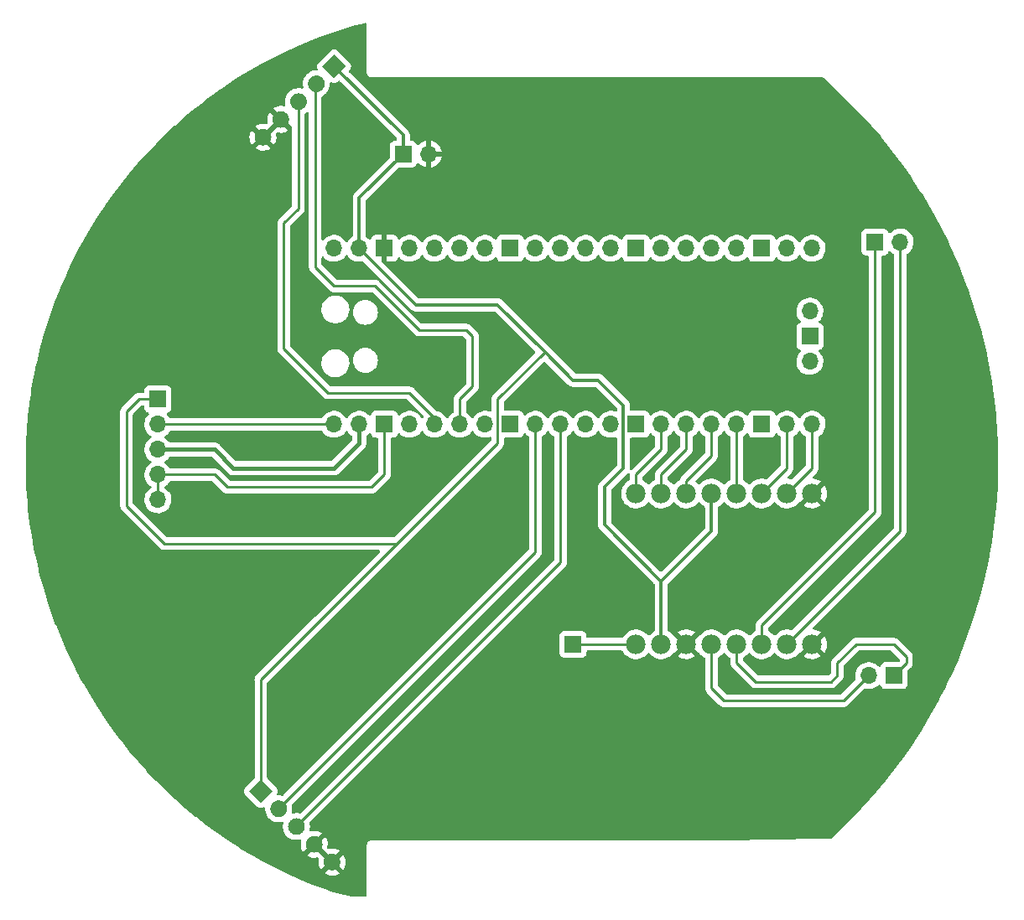
<source format=gbr>
%TF.GenerationSoftware,KiCad,Pcbnew,(6.0.9)*%
%TF.CreationDate,2022-12-06T16:34:43+05:30*%
%TF.ProjectId,micromouseus,6d696372-6f6d-46f7-9573-6575732e6b69,rev?*%
%TF.SameCoordinates,Original*%
%TF.FileFunction,Copper,L2,Bot*%
%TF.FilePolarity,Positive*%
%FSLAX46Y46*%
G04 Gerber Fmt 4.6, Leading zero omitted, Abs format (unit mm)*
G04 Created by KiCad (PCBNEW (6.0.9)) date 2022-12-06 16:34:43*
%MOMM*%
%LPD*%
G01*
G04 APERTURE LIST*
%TA.AperFunction,ComponentPad*%
%ADD10C,1.980000*%
%TD*%
%TA.AperFunction,ComponentPad*%
%ADD11R,1.700000X1.700000*%
%TD*%
%TA.AperFunction,ComponentPad*%
%ADD12O,1.700000X1.700000*%
%TD*%
%TA.AperFunction,Conductor*%
%ADD13C,0.300000*%
%TD*%
%TA.AperFunction,Conductor*%
%ADD14C,0.250000*%
%TD*%
%TA.AperFunction,Conductor*%
%ADD15C,0.400000*%
%TD*%
G04 APERTURE END LIST*
D10*
%TO.P,U1,1,VM*%
%TO.N,Net-(J5-Pad1)*%
X161290000Y-107950000D03*
%TO.P,U1,2,VCC*%
%TO.N,Net-(J1-Pad1)*%
X163830000Y-107950000D03*
%TO.P,U1,3,GND*%
%TO.N,Net-(J1-Pad4)*%
X166370000Y-107950000D03*
%TO.P,U1,4,A01*%
%TO.N,Net-(J6-Pad2)*%
X168910000Y-107950000D03*
%TO.P,U1,5,A02*%
%TO.N,Net-(J6-Pad1)*%
X171450000Y-107950000D03*
%TO.P,U1,6,B02*%
%TO.N,Net-(J7-Pad1)*%
X173990000Y-107950000D03*
%TO.P,U1,7,B01*%
%TO.N,Net-(J7-Pad2)*%
X176530000Y-107950000D03*
%TO.P,U1,8,GND*%
%TO.N,Net-(J1-Pad4)*%
X179070000Y-107950000D03*
%TO.P,U1,9,GND*%
X179070000Y-92710000D03*
%TO.P,U1,10,PWMB*%
%TO.N,Net-(U1-Pad10)*%
X176530000Y-92710000D03*
%TO.P,U1,11,BI2*%
%TO.N,Net-(U1-Pad11)*%
X173990000Y-92710000D03*
%TO.P,U1,12,BI1*%
%TO.N,Net-(U1-Pad12)*%
X171450000Y-92710000D03*
%TO.P,U1,13,STBY*%
%TO.N,Net-(J1-Pad1)*%
X168910000Y-92710000D03*
%TO.P,U1,14,AI1*%
%TO.N,Net-(U1-Pad14)*%
X166370000Y-92710000D03*
%TO.P,U1,15,AI2*%
%TO.N,Net-(U1-Pad15)*%
X163830000Y-92710000D03*
%TO.P,U1,16,PWMA*%
%TO.N,Net-(U1-Pad16)*%
X161290000Y-92710000D03*
%TD*%
%TA.AperFunction,ComponentPad*%
%TO.P,J3,1,Pin_1*%
%TO.N,Net-(J1-Pad1)*%
G36*
X123411433Y-123978515D02*
G01*
X122209351Y-122776433D01*
X123411433Y-121574351D01*
X124613515Y-122776433D01*
X123411433Y-123978515D01*
G37*
%TD.AperFunction*%
%TO.P,J3,2,Pin_2*%
%TO.N,Net-(J3-Pad2)*%
%TA.AperFunction,ComponentPad*%
G36*
G01*
X124606443Y-125173525D02*
X124606443Y-125173525D01*
G75*
G02*
X124606443Y-123971443I601041J601041D01*
G01*
X124606443Y-123971443D01*
G75*
G02*
X125808525Y-123971443I601041J-601041D01*
G01*
X125808525Y-123971443D01*
G75*
G02*
X125808525Y-125173525I-601041J-601041D01*
G01*
X125808525Y-125173525D01*
G75*
G02*
X124606443Y-125173525I-601041J601041D01*
G01*
G37*
%TD.AperFunction*%
%TO.P,J3,3,Pin_3*%
%TO.N,Net-(J3-Pad3)*%
%TA.AperFunction,ComponentPad*%
G36*
G01*
X126402494Y-126969576D02*
X126402494Y-126969576D01*
G75*
G02*
X126402494Y-125767494I601041J601041D01*
G01*
X126402494Y-125767494D01*
G75*
G02*
X127604576Y-125767494I601041J-601041D01*
G01*
X127604576Y-125767494D01*
G75*
G02*
X127604576Y-126969576I-601041J-601041D01*
G01*
X127604576Y-126969576D01*
G75*
G02*
X126402494Y-126969576I-601041J601041D01*
G01*
G37*
%TD.AperFunction*%
%TO.P,J3,4,Pin_4*%
%TO.N,Net-(J1-Pad4)*%
%TA.AperFunction,ComponentPad*%
G36*
G01*
X128198546Y-128765628D02*
X128198546Y-128765628D01*
G75*
G02*
X128198546Y-127563546I601041J601041D01*
G01*
X128198546Y-127563546D01*
G75*
G02*
X129400628Y-127563546I601041J-601041D01*
G01*
X129400628Y-127563546D01*
G75*
G02*
X129400628Y-128765628I-601041J-601041D01*
G01*
X129400628Y-128765628D01*
G75*
G02*
X128198546Y-128765628I-601041J601041D01*
G01*
G37*
%TD.AperFunction*%
%TO.P,J3,5,Pin_5*%
%TA.AperFunction,ComponentPad*%
G36*
G01*
X129994597Y-130561679D02*
X129994597Y-130561679D01*
G75*
G02*
X129994597Y-129359597I601041J601041D01*
G01*
X129994597Y-129359597D01*
G75*
G02*
X131196679Y-129359597I601041J-601041D01*
G01*
X131196679Y-129359597D01*
G75*
G02*
X131196679Y-130561679I-601041J-601041D01*
G01*
X131196679Y-130561679D01*
G75*
G02*
X129994597Y-130561679I-601041J601041D01*
G01*
G37*
%TD.AperFunction*%
%TD*%
D11*
%TO.P,J7,1,Pin_1*%
%TO.N,Net-(J7-Pad1)*%
X185420000Y-67310000D03*
D12*
%TO.P,J7,2,Pin_2*%
%TO.N,Net-(J7-Pad2)*%
X187960000Y-67310000D03*
%TD*%
D11*
%TO.P,J6,1,Pin_1*%
%TO.N,Net-(J6-Pad1)*%
X187325000Y-111125000D03*
D12*
%TO.P,J6,2,Pin_2*%
%TO.N,Net-(J6-Pad2)*%
X184785000Y-111125000D03*
%TD*%
%TO.P,U2,1,GPIO0*%
%TO.N,Net-(J2-Pad2)*%
X130810000Y-85725000D03*
%TO.P,U2,2,GPIO1*%
%TO.N,Net-(J2-Pad3)*%
X133350000Y-85725000D03*
D11*
%TO.P,U2,3,GND*%
%TO.N,Net-(U2-Pad3)*%
X135890000Y-85725000D03*
D12*
%TO.P,U2,4,GPIO2*%
%TO.N,unconnected-(U2-Pad4)*%
X138430000Y-85725000D03*
%TO.P,U2,5,GPIO3*%
%TO.N,Net-(J1-Pad3)*%
X140970000Y-85725000D03*
%TO.P,U2,6,GPIO4*%
%TO.N,Net-(J1-Pad2)*%
X143510000Y-85725000D03*
%TO.P,U2,7,GPIO5*%
%TO.N,unconnected-(U2-Pad7)*%
X146050000Y-85725000D03*
D11*
%TO.P,U2,8,GND*%
%TO.N,unconnected-(U2-Pad8)*%
X148590000Y-85725000D03*
D12*
%TO.P,U2,9,GPIO6*%
%TO.N,Net-(J3-Pad2)*%
X151130000Y-85725000D03*
%TO.P,U2,10,GPIO7*%
%TO.N,Net-(J3-Pad3)*%
X153670000Y-85725000D03*
%TO.P,U2,11,GPIO8*%
%TO.N,unconnected-(U2-Pad11)*%
X156210000Y-85725000D03*
%TO.P,U2,12,GPIO9*%
%TO.N,unconnected-(U2-Pad12)*%
X158750000Y-85725000D03*
D11*
%TO.P,U2,13,GND*%
%TO.N,unconnected-(U2-Pad13)*%
X161290000Y-85725000D03*
D12*
%TO.P,U2,14,GPIO10*%
%TO.N,Net-(U1-Pad16)*%
X163830000Y-85725000D03*
%TO.P,U2,15,GPIO11*%
%TO.N,Net-(U1-Pad15)*%
X166370000Y-85725000D03*
%TO.P,U2,16,GPIO12*%
%TO.N,Net-(U1-Pad14)*%
X168910000Y-85725000D03*
%TO.P,U2,17,GPIO13*%
%TO.N,Net-(U1-Pad12)*%
X171450000Y-85725000D03*
D11*
%TO.P,U2,18,GND*%
%TO.N,unconnected-(U2-Pad18)*%
X173990000Y-85725000D03*
D12*
%TO.P,U2,19,GPIO14*%
%TO.N,Net-(U1-Pad11)*%
X176530000Y-85725000D03*
%TO.P,U2,20,GPIO15*%
%TO.N,Net-(U1-Pad10)*%
X179070000Y-85725000D03*
%TO.P,U2,21,GPIO16*%
%TO.N,unconnected-(U2-Pad21)*%
X179070000Y-67945000D03*
%TO.P,U2,22,GPIO17*%
%TO.N,unconnected-(U2-Pad22)*%
X176530000Y-67945000D03*
D11*
%TO.P,U2,23,GND*%
%TO.N,unconnected-(U2-Pad23)*%
X173990000Y-67945000D03*
D12*
%TO.P,U2,24,GPIO18*%
%TO.N,unconnected-(U2-Pad24)*%
X171450000Y-67945000D03*
%TO.P,U2,25,GPIO19*%
%TO.N,unconnected-(U2-Pad25)*%
X168910000Y-67945000D03*
%TO.P,U2,26,GPIO20*%
%TO.N,unconnected-(U2-Pad26)*%
X166370000Y-67945000D03*
%TO.P,U2,27,GPIO21*%
%TO.N,unconnected-(U2-Pad27)*%
X163830000Y-67945000D03*
D11*
%TO.P,U2,28,GND*%
%TO.N,unconnected-(U2-Pad28)*%
X161290000Y-67945000D03*
D12*
%TO.P,U2,29,GPIO22*%
%TO.N,unconnected-(U2-Pad29)*%
X158750000Y-67945000D03*
%TO.P,U2,30,RUN*%
%TO.N,unconnected-(U2-Pad30)*%
X156210000Y-67945000D03*
%TO.P,U2,31,GPIO26_ADC0*%
%TO.N,unconnected-(U2-Pad31)*%
X153670000Y-67945000D03*
%TO.P,U2,32,GPIO27_ADC1*%
%TO.N,unconnected-(U2-Pad32)*%
X151130000Y-67945000D03*
D11*
%TO.P,U2,33,AGND*%
%TO.N,unconnected-(U2-Pad33)*%
X148590000Y-67945000D03*
D12*
%TO.P,U2,34,GPIO28_ADC2*%
%TO.N,unconnected-(U2-Pad34)*%
X146050000Y-67945000D03*
%TO.P,U2,35,ADC_VREF*%
%TO.N,unconnected-(U2-Pad35)*%
X143510000Y-67945000D03*
%TO.P,U2,36,3V3*%
%TO.N,unconnected-(U2-Pad36)*%
X140970000Y-67945000D03*
%TO.P,U2,37,3V3_EN*%
%TO.N,unconnected-(U2-Pad37)*%
X138430000Y-67945000D03*
D11*
%TO.P,U2,38,GND*%
%TO.N,Net-(J1-Pad4)*%
X135890000Y-67945000D03*
D12*
%TO.P,U2,39,VSYS*%
%TO.N,Net-(J1-Pad1)*%
X133350000Y-67945000D03*
%TO.P,U2,40,VBUS*%
%TO.N,unconnected-(U2-Pad40)*%
X130810000Y-67945000D03*
%TO.P,U2,41,SWCLK*%
%TO.N,unconnected-(U2-Pad41)*%
X178840000Y-79375000D03*
D11*
%TO.P,U2,42,GND*%
%TO.N,unconnected-(U2-Pad42)*%
X178840000Y-76835000D03*
D12*
%TO.P,U2,43,SWDIO*%
%TO.N,unconnected-(U2-Pad43)*%
X178840000Y-74295000D03*
%TD*%
%TA.AperFunction,ComponentPad*%
%TO.P,J1,1,Pin_1*%
%TO.N,Net-(J1-Pad1)*%
G36*
X129607918Y-49530000D02*
G01*
X130810000Y-48327918D01*
X132012082Y-49530000D01*
X130810000Y-50732082D01*
X129607918Y-49530000D01*
G37*
%TD.AperFunction*%
%TO.P,J1,2,Pin_2*%
%TO.N,Net-(J1-Pad2)*%
%TA.AperFunction,ComponentPad*%
G36*
G01*
X128412908Y-50725010D02*
X128412908Y-50725010D01*
G75*
G02*
X129614990Y-50725010I601041J-601041D01*
G01*
X129614990Y-50725010D01*
G75*
G02*
X129614990Y-51927092I-601041J-601041D01*
G01*
X129614990Y-51927092D01*
G75*
G02*
X128412908Y-51927092I-601041J601041D01*
G01*
X128412908Y-51927092D01*
G75*
G02*
X128412908Y-50725010I601041J601041D01*
G01*
G37*
%TD.AperFunction*%
%TO.P,J1,3,Pin_3*%
%TO.N,Net-(J1-Pad3)*%
%TA.AperFunction,ComponentPad*%
G36*
G01*
X126616857Y-52521061D02*
X126616857Y-52521061D01*
G75*
G02*
X127818939Y-52521061I601041J-601041D01*
G01*
X127818939Y-52521061D01*
G75*
G02*
X127818939Y-53723143I-601041J-601041D01*
G01*
X127818939Y-53723143D01*
G75*
G02*
X126616857Y-53723143I-601041J601041D01*
G01*
X126616857Y-53723143D01*
G75*
G02*
X126616857Y-52521061I601041J601041D01*
G01*
G37*
%TD.AperFunction*%
%TO.P,J1,4,Pin_4*%
%TO.N,Net-(J1-Pad4)*%
%TA.AperFunction,ComponentPad*%
G36*
G01*
X124820805Y-54317113D02*
X124820805Y-54317113D01*
G75*
G02*
X126022887Y-54317113I601041J-601041D01*
G01*
X126022887Y-54317113D01*
G75*
G02*
X126022887Y-55519195I-601041J-601041D01*
G01*
X126022887Y-55519195D01*
G75*
G02*
X124820805Y-55519195I-601041J601041D01*
G01*
X124820805Y-55519195D01*
G75*
G02*
X124820805Y-54317113I601041J601041D01*
G01*
G37*
%TD.AperFunction*%
%TO.P,J1,5,Pin_5*%
%TA.AperFunction,ComponentPad*%
G36*
G01*
X123024754Y-56113164D02*
X123024754Y-56113164D01*
G75*
G02*
X124226836Y-56113164I601041J-601041D01*
G01*
X124226836Y-56113164D01*
G75*
G02*
X124226836Y-57315246I-601041J-601041D01*
G01*
X124226836Y-57315246D01*
G75*
G02*
X123024754Y-57315246I-601041J601041D01*
G01*
X123024754Y-57315246D01*
G75*
G02*
X123024754Y-56113164I601041J601041D01*
G01*
G37*
%TD.AperFunction*%
%TD*%
D11*
%TO.P,J5,1,Pin_1*%
%TO.N,Net-(J5-Pad1)*%
X154940000Y-107950000D03*
%TD*%
%TO.P,J2,1,Pin_1*%
%TO.N,Net-(J1-Pad1)*%
X113030000Y-83190000D03*
D12*
%TO.P,J2,2,Pin_2*%
%TO.N,Net-(J2-Pad2)*%
X113030000Y-85730000D03*
%TO.P,J2,3,Pin_3*%
%TO.N,Net-(J2-Pad3)*%
X113030000Y-88270000D03*
%TO.P,J2,4,Pin_4*%
%TO.N,Net-(U2-Pad3)*%
X113030000Y-90810000D03*
%TO.P,J2,5,Pin_5*%
X113030000Y-93350000D03*
%TD*%
D11*
%TO.P,J4,1,Pin_1*%
%TO.N,Net-(J1-Pad1)*%
X137790000Y-58420000D03*
D12*
%TO.P,J4,2,Pin_2*%
%TO.N,Net-(J1-Pad4)*%
X140330000Y-58420000D03*
%TD*%
D13*
%TO.N,Net-(J1-Pad1)*%
X168910000Y-96520000D02*
X163830000Y-101600000D01*
D14*
X109855000Y-93980000D02*
X113665000Y-97790000D01*
D13*
X152082500Y-78422500D02*
X154940000Y-81280000D01*
D14*
X147320000Y-87630000D02*
X147320000Y-83185000D01*
D13*
X133350000Y-62860000D02*
X137790000Y-58420000D01*
X154940000Y-81280000D02*
X157480000Y-81280000D01*
D14*
X147320000Y-83185000D02*
X152082500Y-78422500D01*
D13*
X158115000Y-95885000D02*
X163830000Y-101600000D01*
X139065000Y-73660000D02*
X133350000Y-67945000D01*
X160020000Y-90170000D02*
X158115000Y-92075000D01*
X133350000Y-67945000D02*
X133350000Y-62860000D01*
X160020000Y-83820000D02*
X160020000Y-90170000D01*
D14*
X123411433Y-111538567D02*
X137160000Y-97790000D01*
D13*
X137790000Y-58420000D02*
X137790000Y-56510000D01*
D14*
X111120000Y-83190000D02*
X109855000Y-84455000D01*
X109855000Y-84455000D02*
X109855000Y-93980000D01*
D13*
X168910000Y-96520000D02*
X168910000Y-92710000D01*
X163830000Y-101600000D02*
X163830000Y-107950000D01*
D14*
X137160000Y-97790000D02*
X113665000Y-97790000D01*
D13*
X137790000Y-56510000D02*
X130810000Y-49530000D01*
D14*
X137160000Y-97790000D02*
X147320000Y-87630000D01*
X123411433Y-122776433D02*
X123411433Y-111538567D01*
D13*
X158115000Y-92075000D02*
X158115000Y-95885000D01*
X157480000Y-81280000D02*
X160020000Y-83820000D01*
X147320000Y-73660000D02*
X139065000Y-73660000D01*
D14*
X113030000Y-83190000D02*
X111120000Y-83190000D01*
D13*
X152082500Y-78422500D02*
X147320000Y-73660000D01*
D14*
%TO.N,Net-(J2-Pad2)*%
X130810000Y-85090000D02*
X130170000Y-85730000D01*
X130170000Y-85730000D02*
X113030000Y-85730000D01*
D15*
%TO.N,Net-(J2-Pad3)*%
X130810000Y-90170000D02*
X120650000Y-90170000D01*
X118750000Y-88270000D02*
X113030000Y-88270000D01*
X120650000Y-90170000D02*
X118750000Y-88270000D01*
X133350000Y-87630000D02*
X130810000Y-90170000D01*
X133350000Y-85090000D02*
X133350000Y-87630000D01*
D14*
%TO.N,Net-(J5-Pad1)*%
X161290000Y-107950000D02*
X154940000Y-107950000D01*
%TO.N,Net-(J6-Pad1)*%
X188595000Y-109855000D02*
X188595000Y-109220000D01*
X188595000Y-109220000D02*
X187325000Y-107950000D01*
X187325000Y-107950000D02*
X183515000Y-107950000D01*
X180975000Y-111760000D02*
X173355000Y-111760000D01*
X181610000Y-109855000D02*
X181610000Y-111125000D01*
X187325000Y-111125000D02*
X188595000Y-109855000D01*
X181610000Y-111125000D02*
X180975000Y-111760000D01*
X183515000Y-107950000D02*
X181610000Y-109855000D01*
X171450000Y-109855000D02*
X171450000Y-107950000D01*
X173355000Y-111760000D02*
X171450000Y-109855000D01*
%TO.N,Net-(J6-Pad2)*%
X182245000Y-113665000D02*
X184785000Y-111125000D01*
X170180000Y-113665000D02*
X182245000Y-113665000D01*
X168910000Y-112395000D02*
X170180000Y-113665000D01*
X168910000Y-107950000D02*
X168910000Y-112395000D01*
%TO.N,Net-(J7-Pad1)*%
X173990000Y-107950000D02*
X173990000Y-106045000D01*
X173990000Y-106045000D02*
X185420000Y-94615000D01*
X185420000Y-94615000D02*
X185420000Y-67310000D01*
%TO.N,Net-(J7-Pad2)*%
X176530000Y-107950000D02*
X187960000Y-96520000D01*
X187960000Y-96520000D02*
X187960000Y-67310000D01*
%TO.N,Net-(U1-Pad16)*%
X163830000Y-88265000D02*
X161290000Y-90805000D01*
X161290000Y-92710000D02*
X161290000Y-90805000D01*
X163830000Y-85090000D02*
X163830000Y-88265000D01*
X161290000Y-90805000D02*
X161925000Y-90170000D01*
%TO.N,Net-(U1-Pad15)*%
X166370000Y-88265000D02*
X166370000Y-85090000D01*
X163830000Y-90805000D02*
X166370000Y-88265000D01*
X163830000Y-92710000D02*
X163830000Y-90805000D01*
%TO.N,Net-(U1-Pad14)*%
X166370000Y-92710000D02*
X166370000Y-91440000D01*
X166370000Y-91440000D02*
X168910000Y-88900000D01*
X168910000Y-88900000D02*
X168910000Y-85090000D01*
%TO.N,Net-(U1-Pad12)*%
X171450000Y-92710000D02*
X171450000Y-85725000D01*
%TO.N,Net-(U1-Pad11)*%
X176530000Y-90170000D02*
X176530000Y-85725000D01*
X173990000Y-92710000D02*
X176530000Y-90170000D01*
%TO.N,Net-(U1-Pad10)*%
X179070000Y-90170000D02*
X179070000Y-85725000D01*
X176530000Y-92710000D02*
X179070000Y-90170000D01*
%TO.N,Net-(J1-Pad2)*%
X144780000Y-76835000D02*
X144780000Y-81915000D01*
X130810000Y-71755000D02*
X134937500Y-71755000D01*
X143510000Y-83185000D02*
X143510000Y-85090000D01*
X134937500Y-71755000D02*
X139382500Y-76200000D01*
X144780000Y-81915000D02*
X143510000Y-83185000D01*
X129013949Y-51326051D02*
X128905000Y-51435000D01*
X128905000Y-69850000D02*
X130810000Y-71755000D01*
X128905000Y-51435000D02*
X128905000Y-69850000D01*
X144145000Y-76200000D02*
X144780000Y-76835000D01*
X139382500Y-76200000D02*
X144145000Y-76200000D01*
%TO.N,Net-(J1-Pad3)*%
X127217898Y-63917102D02*
X127217898Y-53122102D01*
X125726465Y-78101465D02*
X125726465Y-65408535D01*
X125726465Y-65408535D02*
X127217898Y-63917102D01*
X138430000Y-82550000D02*
X130175000Y-82550000D01*
X130175000Y-82550000D02*
X125726465Y-78101465D01*
X140970000Y-85090000D02*
X138430000Y-82550000D01*
%TO.N,Net-(J3-Pad2)*%
X151130000Y-85725000D02*
X151130000Y-98649968D01*
X151130000Y-98649968D02*
X125207484Y-124572484D01*
%TO.N,Net-(J3-Pad3)*%
X153670000Y-99702070D02*
X127003535Y-126368535D01*
X153670000Y-85725000D02*
X153670000Y-99702070D01*
%TO.N,Net-(U2-Pad3)*%
X118745000Y-90805000D02*
X118740000Y-90810000D01*
X113030000Y-93350000D02*
X113030000Y-90810000D01*
X118740000Y-90810000D02*
X113030000Y-90810000D01*
X135890000Y-85725000D02*
X135890000Y-90805000D01*
X134620000Y-92075000D02*
X120015000Y-92075000D01*
X135890000Y-90805000D02*
X134620000Y-92075000D01*
X120015000Y-92075000D02*
X118745000Y-90805000D01*
%TD*%
%TA.AperFunction,Conductor*%
%TO.N,Net-(J1-Pad4)*%
G36*
X134024923Y-45149657D02*
G01*
X134083365Y-45189968D01*
X134110736Y-45255477D01*
X134111500Y-45269331D01*
X134111500Y-50156377D01*
X134111498Y-50157147D01*
X134111024Y-50234721D01*
X134113491Y-50243352D01*
X134119150Y-50263153D01*
X134122728Y-50279915D01*
X134126920Y-50309187D01*
X134130634Y-50317355D01*
X134130634Y-50317356D01*
X134137548Y-50332562D01*
X134143996Y-50350086D01*
X134151051Y-50374771D01*
X134155843Y-50382365D01*
X134155844Y-50382368D01*
X134166830Y-50399780D01*
X134174969Y-50414863D01*
X134187208Y-50441782D01*
X134193069Y-50448584D01*
X134203970Y-50461235D01*
X134215073Y-50476239D01*
X134228776Y-50497958D01*
X134235501Y-50503897D01*
X134235504Y-50503901D01*
X134250938Y-50517532D01*
X134262982Y-50529724D01*
X134276427Y-50545327D01*
X134276430Y-50545329D01*
X134282287Y-50552127D01*
X134289816Y-50557007D01*
X134289817Y-50557008D01*
X134303835Y-50566094D01*
X134318709Y-50577385D01*
X134331217Y-50588431D01*
X134337951Y-50594378D01*
X134364711Y-50606942D01*
X134379691Y-50615263D01*
X134396983Y-50626471D01*
X134396988Y-50626473D01*
X134404515Y-50631352D01*
X134413108Y-50633922D01*
X134413113Y-50633924D01*
X134429120Y-50638711D01*
X134446564Y-50645372D01*
X134461676Y-50652467D01*
X134461678Y-50652468D01*
X134469800Y-50656281D01*
X134478667Y-50657662D01*
X134478668Y-50657662D01*
X134488310Y-50659163D01*
X134499017Y-50660830D01*
X134515732Y-50664613D01*
X134535466Y-50670515D01*
X134535472Y-50670516D01*
X134544066Y-50673086D01*
X134553037Y-50673141D01*
X134553038Y-50673141D01*
X134563097Y-50673202D01*
X134578506Y-50673296D01*
X134579289Y-50673329D01*
X134580386Y-50673500D01*
X134611377Y-50673500D01*
X134612147Y-50673502D01*
X134685785Y-50673952D01*
X134685786Y-50673952D01*
X134689721Y-50673976D01*
X134691065Y-50673592D01*
X134692410Y-50673500D01*
X180099680Y-50673500D01*
X180167801Y-50693502D01*
X180183170Y-50705132D01*
X180717817Y-51178149D01*
X180723422Y-51183422D01*
X184820052Y-55280052D01*
X184824298Y-55284510D01*
X185026688Y-55507713D01*
X185028979Y-55510310D01*
X185518573Y-56081015D01*
X185940174Y-56572463D01*
X185946226Y-56579518D01*
X185948437Y-56582167D01*
X186024379Y-56675779D01*
X186053415Y-56711571D01*
X186055794Y-56714597D01*
X188327830Y-59697064D01*
X188330130Y-59700183D01*
X188986994Y-60619792D01*
X188988520Y-60621977D01*
X189319734Y-61107048D01*
X189321648Y-61109934D01*
X190083797Y-62294779D01*
X190085617Y-62297697D01*
X190278003Y-62615663D01*
X190814876Y-63502982D01*
X190816628Y-63505969D01*
X191512497Y-64730859D01*
X191514166Y-64733893D01*
X192176113Y-65977456D01*
X192177698Y-65980536D01*
X192805196Y-67241776D01*
X192806696Y-67244897D01*
X192836884Y-67310000D01*
X193030484Y-67727522D01*
X193130567Y-67943364D01*
X193132091Y-67946782D01*
X193673671Y-69211895D01*
X193675000Y-69215000D01*
X193988955Y-69905699D01*
X194014096Y-69961010D01*
X194016432Y-69966490D01*
X194144195Y-70287107D01*
X194480802Y-71131813D01*
X194482040Y-71135048D01*
X194563308Y-71356502D01*
X194937450Y-72376027D01*
X194967372Y-72457565D01*
X194968517Y-72460824D01*
X195417328Y-73796210D01*
X195418364Y-73799442D01*
X195735548Y-74836765D01*
X195830299Y-75146642D01*
X195831266Y-75149967D01*
X196198767Y-76481692D01*
X196206018Y-76507969D01*
X196206888Y-76511301D01*
X196299573Y-76887165D01*
X196544172Y-77879081D01*
X196544955Y-77882455D01*
X196610829Y-78185150D01*
X196821317Y-79152361D01*
X196844518Y-79258973D01*
X196845205Y-79262352D01*
X196915136Y-79632359D01*
X197106831Y-80646633D01*
X197107427Y-80650044D01*
X197149381Y-80911162D01*
X197330408Y-82037856D01*
X197330899Y-82040915D01*
X197331401Y-82044333D01*
X197344481Y-82142982D01*
X197516569Y-83440886D01*
X197516977Y-83444325D01*
X197584749Y-84091531D01*
X197655753Y-84769594D01*
X197663693Y-84845423D01*
X197664005Y-84848859D01*
X197681633Y-85077793D01*
X197772155Y-86253427D01*
X197772374Y-86256883D01*
X197841884Y-87663948D01*
X197842007Y-87667409D01*
X197872818Y-89075812D01*
X197872846Y-89079275D01*
X197869619Y-89654118D01*
X197865167Y-90447434D01*
X197864939Y-90487992D01*
X197864872Y-90491434D01*
X197848213Y-90994547D01*
X197818249Y-91899426D01*
X197818087Y-91902885D01*
X197732787Y-93309044D01*
X197732530Y-93312498D01*
X197608615Y-94715792D01*
X197608263Y-94719237D01*
X197445827Y-96118599D01*
X197445380Y-96122034D01*
X197244548Y-97516391D01*
X197244007Y-97519811D01*
X197004935Y-98908087D01*
X197004302Y-98911486D01*
X196968308Y-99090873D01*
X196727152Y-100292733D01*
X196726424Y-100296119D01*
X196411424Y-101669200D01*
X196410605Y-101672557D01*
X196222252Y-102401095D01*
X196128136Y-102765128D01*
X196127707Y-102766742D01*
X195985290Y-103288937D01*
X195984806Y-103290663D01*
X195667109Y-104393478D01*
X195666105Y-104396793D01*
X195307734Y-105523423D01*
X195306076Y-105528289D01*
X194200140Y-108569615D01*
X194198244Y-108574509D01*
X193735462Y-109698969D01*
X193734100Y-109702153D01*
X193162352Y-110989647D01*
X193160903Y-110992793D01*
X192775079Y-111800971D01*
X192560607Y-112250221D01*
X192553974Y-112264114D01*
X192552440Y-112267216D01*
X192026741Y-113294757D01*
X191910829Y-113521320D01*
X191909209Y-113524382D01*
X191233318Y-114760478D01*
X191231615Y-114763493D01*
X191015618Y-115133950D01*
X191014813Y-115135311D01*
X190086987Y-116681689D01*
X190086007Y-116683296D01*
X189777523Y-117180454D01*
X189775657Y-117183371D01*
X189000282Y-118359544D01*
X188998336Y-118362409D01*
X188414006Y-119197876D01*
X188411554Y-119201261D01*
X186757196Y-121407072D01*
X186755524Y-121409251D01*
X186478378Y-121762468D01*
X186476203Y-121765163D01*
X185576460Y-122849146D01*
X185574214Y-122851777D01*
X184891834Y-123629372D01*
X184645020Y-123910624D01*
X184642715Y-123913180D01*
X184034370Y-124569130D01*
X183952907Y-124656968D01*
X183949617Y-124660383D01*
X181604588Y-127005412D01*
X181600507Y-127009315D01*
X180952157Y-127601998D01*
X180888382Y-127633197D01*
X180867143Y-127635000D01*
X179705000Y-127635000D01*
X170432353Y-127759164D01*
X170258732Y-127761489D01*
X170257045Y-127761500D01*
X134628623Y-127761500D01*
X134627853Y-127761498D01*
X134626380Y-127761489D01*
X134550279Y-127761024D01*
X134529132Y-127767068D01*
X134521847Y-127769150D01*
X134505085Y-127772728D01*
X134475813Y-127776920D01*
X134467645Y-127780634D01*
X134467644Y-127780634D01*
X134452438Y-127787548D01*
X134434914Y-127793996D01*
X134410229Y-127801051D01*
X134402635Y-127805843D01*
X134402632Y-127805844D01*
X134385220Y-127816830D01*
X134370137Y-127824969D01*
X134343218Y-127837208D01*
X134336416Y-127843069D01*
X134323765Y-127853970D01*
X134308761Y-127865073D01*
X134287042Y-127878776D01*
X134281103Y-127885501D01*
X134281099Y-127885504D01*
X134267468Y-127900938D01*
X134255276Y-127912982D01*
X134239673Y-127926427D01*
X134239671Y-127926430D01*
X134232873Y-127932287D01*
X134227993Y-127939816D01*
X134227992Y-127939817D01*
X134218906Y-127953835D01*
X134207615Y-127968709D01*
X134196569Y-127981217D01*
X134190622Y-127987951D01*
X134178058Y-128014711D01*
X134169737Y-128029691D01*
X134158529Y-128046983D01*
X134158527Y-128046988D01*
X134153648Y-128054515D01*
X134151078Y-128063108D01*
X134151076Y-128063113D01*
X134146289Y-128079120D01*
X134139628Y-128096564D01*
X134128719Y-128119800D01*
X134127338Y-128128667D01*
X134127338Y-128128668D01*
X134124170Y-128149015D01*
X134120387Y-128165732D01*
X134114485Y-128185466D01*
X134114484Y-128185472D01*
X134111914Y-128194066D01*
X134111859Y-128203037D01*
X134111859Y-128203038D01*
X134111704Y-128228497D01*
X134111671Y-128229289D01*
X134111500Y-128230386D01*
X134111500Y-128233378D01*
X134111329Y-128237469D01*
X134111123Y-128240126D01*
X134110766Y-128240098D01*
X134110323Y-128245530D01*
X134106777Y-128245577D01*
X134108199Y-128261481D01*
X134108199Y-128261482D01*
X134110755Y-128290065D01*
X134111254Y-128302056D01*
X134111024Y-128339721D01*
X134111408Y-128341065D01*
X134111500Y-128342410D01*
X134111500Y-133350500D01*
X134091498Y-133418621D01*
X134037842Y-133465114D01*
X133985500Y-133476500D01*
X132601511Y-133476500D01*
X132570953Y-133472738D01*
X130739588Y-133014897D01*
X130728247Y-133011488D01*
X129678956Y-132641488D01*
X129675492Y-132640209D01*
X128423552Y-132157058D01*
X128420127Y-132155678D01*
X127182906Y-131636061D01*
X127179523Y-131634582D01*
X125972472Y-131085491D01*
X129835615Y-131085491D01*
X129840896Y-131092545D01*
X130002394Y-131186917D01*
X130011680Y-131191367D01*
X130210639Y-131267341D01*
X130220537Y-131270217D01*
X130429233Y-131312676D01*
X130439461Y-131313895D01*
X130652288Y-131321700D01*
X130662574Y-131321233D01*
X130873823Y-131294172D01*
X130883900Y-131292030D01*
X131087893Y-131230829D01*
X131097480Y-131227071D01*
X131288736Y-131133376D01*
X131297582Y-131128103D01*
X131344885Y-131094361D01*
X131353286Y-131083661D01*
X131346298Y-131070508D01*
X130608450Y-130332660D01*
X130594506Y-130325046D01*
X130592673Y-130325177D01*
X130586058Y-130329428D01*
X129842375Y-131073111D01*
X129835615Y-131085491D01*
X125972472Y-131085491D01*
X125958021Y-131078917D01*
X125954683Y-131077339D01*
X124750017Y-130486136D01*
X124746726Y-130484461D01*
X123559872Y-129858199D01*
X123556632Y-129856428D01*
X122554413Y-129289440D01*
X128039564Y-129289440D01*
X128044845Y-129296494D01*
X128206343Y-129390866D01*
X128215629Y-129395316D01*
X128414588Y-129471290D01*
X128424486Y-129474166D01*
X128633182Y-129516625D01*
X128643410Y-129517844D01*
X128856237Y-129525649D01*
X128866523Y-129525182D01*
X129077772Y-129498121D01*
X129087857Y-129495977D01*
X129117181Y-129487180D01*
X129188177Y-129486764D01*
X129248127Y-129524797D01*
X129277997Y-129589204D01*
X129274804Y-129641539D01*
X129258501Y-129700323D01*
X129256571Y-129710438D01*
X129233940Y-129922212D01*
X129233688Y-129932501D01*
X129245947Y-130145115D01*
X129247383Y-130155335D01*
X129294203Y-130363084D01*
X129297283Y-130372913D01*
X129377408Y-130570241D01*
X129382051Y-130579432D01*
X129462098Y-130710058D01*
X129472554Y-130719518D01*
X129481332Y-130715734D01*
X130223616Y-129973450D01*
X130229994Y-129961770D01*
X130960046Y-129961770D01*
X130960177Y-129963603D01*
X130964428Y-129970218D01*
X131706112Y-130711902D01*
X131718122Y-130718461D01*
X131729861Y-130709493D01*
X131760642Y-130666657D01*
X131765953Y-130657818D01*
X131860308Y-130466905D01*
X131864107Y-130457310D01*
X131926014Y-130253553D01*
X131928193Y-130243472D01*
X131956228Y-130030525D01*
X131956747Y-130023850D01*
X131958210Y-129964002D01*
X131958016Y-129957284D01*
X131940419Y-129743242D01*
X131938734Y-129733062D01*
X131886852Y-129526513D01*
X131883532Y-129516762D01*
X131798610Y-129321452D01*
X131793743Y-129312377D01*
X131728701Y-129211835D01*
X131718015Y-129202633D01*
X131708450Y-129207036D01*
X130967660Y-129947826D01*
X130960046Y-129961770D01*
X130229994Y-129961770D01*
X130231230Y-129959506D01*
X130231099Y-129957673D01*
X130226848Y-129951058D01*
X128812399Y-128536609D01*
X128798455Y-128528995D01*
X128796622Y-128529126D01*
X128790007Y-128533377D01*
X128046324Y-129277060D01*
X128039564Y-129289440D01*
X122554413Y-129289440D01*
X122388663Y-129195670D01*
X122385476Y-129193805D01*
X121650136Y-128748866D01*
X121237321Y-128499080D01*
X121234205Y-128497131D01*
X121204304Y-128477819D01*
X120371290Y-127939817D01*
X120106986Y-127769116D01*
X120103913Y-127767068D01*
X118998417Y-127006272D01*
X118995407Y-127004134D01*
X117912745Y-126211321D01*
X117909798Y-126209096D01*
X116850810Y-125384883D01*
X116847930Y-125382573D01*
X115813520Y-124527661D01*
X115810772Y-124525321D01*
X114801849Y-123640459D01*
X114799109Y-123637984D01*
X114151120Y-123035182D01*
X113816571Y-122723963D01*
X113813913Y-122721416D01*
X112858590Y-121779007D01*
X112856000Y-121776375D01*
X111928700Y-120806376D01*
X111926187Y-120803670D01*
X111790194Y-120652802D01*
X111027693Y-119806900D01*
X111025273Y-119804134D01*
X110156398Y-118781495D01*
X110154048Y-118778646D01*
X109315500Y-117730974D01*
X109313235Y-117728058D01*
X108505725Y-116656237D01*
X108503547Y-116653255D01*
X107727832Y-115558292D01*
X107725742Y-115555248D01*
X106982414Y-114437978D01*
X106980414Y-114434875D01*
X106270151Y-113296320D01*
X106268243Y-113293159D01*
X105591650Y-112134286D01*
X105589835Y-112131070D01*
X105234217Y-111478791D01*
X104947479Y-110952851D01*
X104945765Y-110949594D01*
X104909680Y-110878526D01*
X104603596Y-110275717D01*
X104338217Y-109753071D01*
X104336594Y-109749755D01*
X103764378Y-108535971D01*
X103762853Y-108532609D01*
X103226422Y-107302520D01*
X103224995Y-107299114D01*
X103223945Y-107296498D01*
X102724854Y-106053871D01*
X102723533Y-106050438D01*
X102703185Y-105995142D01*
X102260085Y-104791051D01*
X102258861Y-104787567D01*
X101832530Y-103515184D01*
X101831408Y-103511666D01*
X101442532Y-102227305D01*
X101441514Y-102223756D01*
X101090434Y-100928537D01*
X101089521Y-100924959D01*
X101014863Y-100613671D01*
X100958386Y-100378192D01*
X100776561Y-99620076D01*
X100775752Y-99616473D01*
X100501145Y-98302903D01*
X100500443Y-98299278D01*
X100264454Y-96978278D01*
X100263858Y-96974634D01*
X100066675Y-95647273D01*
X100066186Y-95643614D01*
X99993525Y-95031581D01*
X99907979Y-94311023D01*
X99907600Y-94307377D01*
X99906412Y-94294034D01*
X99836411Y-93508370D01*
X99788510Y-92970735D01*
X99788236Y-92967053D01*
X99726354Y-91929242D01*
X99708359Y-91627443D01*
X99708195Y-91623777D01*
X99708024Y-91618099D01*
X99667608Y-90282481D01*
X99667550Y-90278808D01*
X99667533Y-90260248D01*
X99666748Y-89429476D01*
X99666283Y-88936849D01*
X99666334Y-88933157D01*
X99704387Y-87591805D01*
X99704545Y-87588116D01*
X99781889Y-86248382D01*
X99782156Y-86244699D01*
X99898721Y-84907831D01*
X99899096Y-84904158D01*
X99915387Y-84764684D01*
X99953903Y-84434943D01*
X109216780Y-84434943D01*
X109217526Y-84442835D01*
X109220941Y-84478961D01*
X109221500Y-84490819D01*
X109221500Y-93901233D01*
X109220973Y-93912416D01*
X109219298Y-93919909D01*
X109219547Y-93927835D01*
X109219547Y-93927836D01*
X109221438Y-93987986D01*
X109221500Y-93991945D01*
X109221500Y-94019856D01*
X109221997Y-94023790D01*
X109221997Y-94023791D01*
X109222005Y-94023856D01*
X109222938Y-94035693D01*
X109224327Y-94079889D01*
X109229978Y-94099339D01*
X109233987Y-94118700D01*
X109236526Y-94138797D01*
X109239445Y-94146168D01*
X109239445Y-94146170D01*
X109252804Y-94179912D01*
X109256649Y-94191142D01*
X109268982Y-94233593D01*
X109273015Y-94240412D01*
X109273017Y-94240417D01*
X109279293Y-94251028D01*
X109287988Y-94268776D01*
X109295448Y-94287617D01*
X109300110Y-94294033D01*
X109300110Y-94294034D01*
X109321436Y-94323387D01*
X109327952Y-94333307D01*
X109339360Y-94352596D01*
X109350458Y-94371362D01*
X109364779Y-94385683D01*
X109377619Y-94400716D01*
X109389528Y-94417107D01*
X109395634Y-94422158D01*
X109423605Y-94445298D01*
X109432384Y-94453288D01*
X113161343Y-98182247D01*
X113168887Y-98190537D01*
X113173000Y-98197018D01*
X113178777Y-98202443D01*
X113222667Y-98243658D01*
X113225509Y-98246413D01*
X113245231Y-98266135D01*
X113248355Y-98268558D01*
X113248359Y-98268562D01*
X113248424Y-98268612D01*
X113257445Y-98276317D01*
X113289679Y-98306586D01*
X113296627Y-98310405D01*
X113296629Y-98310407D01*
X113307432Y-98316346D01*
X113323959Y-98327202D01*
X113333698Y-98334757D01*
X113333700Y-98334758D01*
X113339960Y-98339614D01*
X113380540Y-98357174D01*
X113391188Y-98362391D01*
X113429940Y-98383695D01*
X113437616Y-98385666D01*
X113437619Y-98385667D01*
X113449562Y-98388733D01*
X113468267Y-98395137D01*
X113486855Y-98403181D01*
X113494678Y-98404420D01*
X113494688Y-98404423D01*
X113530524Y-98410099D01*
X113542144Y-98412505D01*
X113577289Y-98421528D01*
X113584970Y-98423500D01*
X113605224Y-98423500D01*
X113624934Y-98425051D01*
X113644943Y-98428220D01*
X113652835Y-98427474D01*
X113688961Y-98424059D01*
X113700819Y-98423500D01*
X135326406Y-98423500D01*
X135394527Y-98443502D01*
X135441020Y-98497158D01*
X135451124Y-98567432D01*
X135421630Y-98632012D01*
X135415501Y-98638595D01*
X128925595Y-105128500D01*
X123019180Y-111034915D01*
X123010894Y-111042455D01*
X123004415Y-111046567D01*
X122998990Y-111052344D01*
X122957790Y-111096218D01*
X122955035Y-111099060D01*
X122935298Y-111118797D01*
X122932818Y-111121994D01*
X122925115Y-111131014D01*
X122894847Y-111163246D01*
X122891028Y-111170192D01*
X122891026Y-111170195D01*
X122885085Y-111181001D01*
X122874234Y-111197520D01*
X122861819Y-111213526D01*
X122858674Y-111220795D01*
X122858671Y-111220799D01*
X122844259Y-111254104D01*
X122839042Y-111264754D01*
X122817738Y-111303507D01*
X122815767Y-111311182D01*
X122815767Y-111311183D01*
X122812700Y-111323129D01*
X122806296Y-111341833D01*
X122801732Y-111352381D01*
X122798252Y-111360422D01*
X122797013Y-111368245D01*
X122797010Y-111368255D01*
X122791334Y-111404091D01*
X122788928Y-111415711D01*
X122779905Y-111450856D01*
X122777933Y-111458537D01*
X122777933Y-111478791D01*
X122776382Y-111498501D01*
X122773213Y-111518510D01*
X122773959Y-111526402D01*
X122777374Y-111562528D01*
X122777933Y-111574386D01*
X122777933Y-121436534D01*
X122757931Y-121504655D01*
X122741028Y-121525629D01*
X121815752Y-122450905D01*
X121813612Y-122453567D01*
X121781508Y-122493495D01*
X121781506Y-122493498D01*
X121776559Y-122499651D01*
X121716272Y-122632247D01*
X121695623Y-122776433D01*
X121696896Y-122785322D01*
X121706414Y-122851780D01*
X121716272Y-122920619D01*
X121776559Y-123053215D01*
X121781506Y-123059368D01*
X121781508Y-123059371D01*
X121788349Y-123067879D01*
X121815752Y-123101961D01*
X123085905Y-124372114D01*
X123088567Y-124374254D01*
X123128495Y-124406358D01*
X123128498Y-124406360D01*
X123134651Y-124411307D01*
X123267247Y-124471594D01*
X123276130Y-124472866D01*
X123276133Y-124472867D01*
X123402544Y-124490970D01*
X123411433Y-124492243D01*
X123420322Y-124490970D01*
X123546733Y-124472867D01*
X123546736Y-124472866D01*
X123555619Y-124471594D01*
X123563785Y-124467881D01*
X123563789Y-124467880D01*
X123667057Y-124420927D01*
X123737348Y-124410941D01*
X123801880Y-124440542D01*
X123840163Y-124500332D01*
X123844959Y-124537086D01*
X123844735Y-124539179D01*
X123845032Y-124544332D01*
X123845032Y-124544337D01*
X123851723Y-124660383D01*
X123857594Y-124762199D01*
X123858731Y-124767245D01*
X123858732Y-124767251D01*
X123878603Y-124855423D01*
X123906706Y-124980123D01*
X123990750Y-125187100D01*
X124107471Y-125377572D01*
X124253734Y-125546422D01*
X124425610Y-125689116D01*
X124618484Y-125801822D01*
X124827176Y-125881514D01*
X124832244Y-125882545D01*
X124832247Y-125882546D01*
X124895427Y-125895400D01*
X125046081Y-125926051D01*
X125051256Y-125926241D01*
X125051258Y-125926241D01*
X125264157Y-125934048D01*
X125264161Y-125934048D01*
X125269321Y-125934237D01*
X125274441Y-125933581D01*
X125274443Y-125933581D01*
X125485772Y-125906509D01*
X125485773Y-125906509D01*
X125490900Y-125905852D01*
X125495851Y-125904367D01*
X125495854Y-125904366D01*
X125524353Y-125895816D01*
X125595348Y-125895400D01*
X125655299Y-125933432D01*
X125685170Y-125997839D01*
X125681977Y-126050172D01*
X125664524Y-126113105D01*
X125640786Y-126335230D01*
X125641083Y-126340383D01*
X125641083Y-126340386D01*
X125646546Y-126435125D01*
X125653645Y-126558250D01*
X125654782Y-126563296D01*
X125654783Y-126563302D01*
X125674654Y-126651474D01*
X125702757Y-126776174D01*
X125786801Y-126983151D01*
X125903522Y-127173623D01*
X126049785Y-127342473D01*
X126221661Y-127485167D01*
X126414535Y-127597873D01*
X126623227Y-127677565D01*
X126628295Y-127678596D01*
X126628298Y-127678597D01*
X126720979Y-127697453D01*
X126842132Y-127722102D01*
X126847307Y-127722292D01*
X126847309Y-127722292D01*
X127060208Y-127730099D01*
X127060212Y-127730099D01*
X127065372Y-127730288D01*
X127070492Y-127729632D01*
X127070494Y-127729632D01*
X127281823Y-127702560D01*
X127281824Y-127702560D01*
X127286951Y-127701903D01*
X127291902Y-127700418D01*
X127291905Y-127700417D01*
X127320971Y-127691697D01*
X127391967Y-127691281D01*
X127451917Y-127729313D01*
X127481788Y-127793720D01*
X127478595Y-127846055D01*
X127462451Y-127904269D01*
X127460520Y-127914387D01*
X127437889Y-128126161D01*
X127437637Y-128136450D01*
X127449896Y-128349064D01*
X127451332Y-128359284D01*
X127498152Y-128567033D01*
X127501232Y-128576862D01*
X127581357Y-128774190D01*
X127586000Y-128783381D01*
X127666047Y-128914007D01*
X127676503Y-128923467D01*
X127685281Y-128919683D01*
X128439245Y-128165719D01*
X129163995Y-128165719D01*
X129164126Y-128167552D01*
X129168377Y-128174167D01*
X130582826Y-129588616D01*
X130596770Y-129596230D01*
X130598603Y-129596099D01*
X130605218Y-129591848D01*
X131349027Y-128848039D01*
X131356048Y-128835182D01*
X131349249Y-128825851D01*
X131345192Y-128823156D01*
X131158755Y-128720237D01*
X131149343Y-128716007D01*
X130948597Y-128644918D01*
X130938627Y-128642284D01*
X130728965Y-128604939D01*
X130718711Y-128603969D01*
X130505754Y-128601366D01*
X130495470Y-128602086D01*
X130284955Y-128634299D01*
X130273546Y-128637017D01*
X130202644Y-128633345D01*
X130144983Y-128591924D01*
X130118870Y-128525904D01*
X130123789Y-128477819D01*
X130129964Y-128457494D01*
X130132142Y-128447421D01*
X130160177Y-128234474D01*
X130160696Y-128227799D01*
X130162159Y-128167951D01*
X130161965Y-128161233D01*
X130144368Y-127947191D01*
X130142683Y-127937011D01*
X130090801Y-127730462D01*
X130087481Y-127720711D01*
X130002559Y-127525401D01*
X129997692Y-127516326D01*
X129932650Y-127415784D01*
X129921964Y-127406582D01*
X129912399Y-127410985D01*
X129171609Y-128151775D01*
X129163995Y-128165719D01*
X128439245Y-128165719D01*
X129552976Y-127051988D01*
X129559997Y-127039131D01*
X129553198Y-127029800D01*
X129549141Y-127027105D01*
X129362704Y-126924186D01*
X129353292Y-126919956D01*
X129152546Y-126848867D01*
X129142576Y-126846233D01*
X128932914Y-126808888D01*
X128922660Y-126807918D01*
X128709703Y-126805315D01*
X128699419Y-126806035D01*
X128488906Y-126838248D01*
X128478053Y-126840833D01*
X128407152Y-126837159D01*
X128349492Y-126795737D01*
X128323380Y-126729716D01*
X128328299Y-126681637D01*
X128335905Y-126656604D01*
X128365064Y-126435125D01*
X128366691Y-126368535D01*
X128348387Y-126145896D01*
X128320356Y-126034300D01*
X128323160Y-125963358D01*
X128353465Y-125914509D01*
X154062247Y-100205727D01*
X154070537Y-100198183D01*
X154077018Y-100194070D01*
X154123659Y-100144402D01*
X154126413Y-100141561D01*
X154146134Y-100121840D01*
X154148612Y-100118645D01*
X154156318Y-100109623D01*
X154181158Y-100083171D01*
X154186586Y-100077391D01*
X154196346Y-100059638D01*
X154207199Y-100043115D01*
X154214753Y-100033376D01*
X154219613Y-100027111D01*
X154237176Y-99986527D01*
X154242383Y-99975897D01*
X154263695Y-99937130D01*
X154265666Y-99929453D01*
X154265668Y-99929448D01*
X154268732Y-99917512D01*
X154275138Y-99898800D01*
X154280034Y-99887487D01*
X154283181Y-99880215D01*
X154290097Y-99836551D01*
X154292504Y-99824930D01*
X154301528Y-99789781D01*
X154301528Y-99789780D01*
X154303500Y-99782100D01*
X154303500Y-99761839D01*
X154305051Y-99742128D01*
X154306979Y-99729955D01*
X154308219Y-99722127D01*
X154304059Y-99678116D01*
X154303500Y-99666259D01*
X154303500Y-87005427D01*
X154323502Y-86937306D01*
X154364618Y-86897550D01*
X154367994Y-86895896D01*
X154549860Y-86766173D01*
X154708096Y-86608489D01*
X154838453Y-86427077D01*
X154839776Y-86428028D01*
X154886645Y-86384857D01*
X154956580Y-86372625D01*
X155022026Y-86400144D01*
X155049875Y-86431994D01*
X155109987Y-86530088D01*
X155256250Y-86698938D01*
X155428126Y-86841632D01*
X155621000Y-86954338D01*
X155625825Y-86956180D01*
X155625826Y-86956181D01*
X155698612Y-86983975D01*
X155829692Y-87034030D01*
X155834760Y-87035061D01*
X155834763Y-87035062D01*
X155942003Y-87056880D01*
X156048597Y-87078567D01*
X156053772Y-87078757D01*
X156053774Y-87078757D01*
X156266673Y-87086564D01*
X156266677Y-87086564D01*
X156271837Y-87086753D01*
X156276957Y-87086097D01*
X156276959Y-87086097D01*
X156488288Y-87059025D01*
X156488289Y-87059025D01*
X156493416Y-87058368D01*
X156533914Y-87046218D01*
X156702429Y-86995661D01*
X156702434Y-86995659D01*
X156707384Y-86994174D01*
X156907994Y-86895896D01*
X157089860Y-86766173D01*
X157248096Y-86608489D01*
X157378453Y-86427077D01*
X157379776Y-86428028D01*
X157426645Y-86384857D01*
X157496580Y-86372625D01*
X157562026Y-86400144D01*
X157589875Y-86431994D01*
X157649987Y-86530088D01*
X157796250Y-86698938D01*
X157968126Y-86841632D01*
X158161000Y-86954338D01*
X158165825Y-86956180D01*
X158165826Y-86956181D01*
X158238612Y-86983975D01*
X158369692Y-87034030D01*
X158374760Y-87035061D01*
X158374763Y-87035062D01*
X158482003Y-87056880D01*
X158588597Y-87078567D01*
X158593772Y-87078757D01*
X158593774Y-87078757D01*
X158806673Y-87086564D01*
X158806677Y-87086564D01*
X158811837Y-87086753D01*
X158816957Y-87086097D01*
X158816959Y-87086097D01*
X159028288Y-87059025D01*
X159028289Y-87059025D01*
X159033416Y-87058368D01*
X159038373Y-87056881D01*
X159038377Y-87056880D01*
X159199292Y-87008603D01*
X159270287Y-87008185D01*
X159330238Y-87046218D01*
X159360110Y-87110624D01*
X159361500Y-87129288D01*
X159361500Y-89845050D01*
X159341498Y-89913171D01*
X159324595Y-89934145D01*
X157707395Y-91551345D01*
X157698615Y-91559335D01*
X157698613Y-91559337D01*
X157691920Y-91563584D01*
X157686494Y-91569362D01*
X157686493Y-91569363D01*
X157643396Y-91615257D01*
X157640641Y-91618099D01*
X157620073Y-91638667D01*
X157617356Y-91642170D01*
X157609648Y-91651195D01*
X157578028Y-91684867D01*
X157574207Y-91691818D01*
X157574206Y-91691819D01*
X157567697Y-91703658D01*
X157556843Y-91720182D01*
X157549018Y-91730271D01*
X157543696Y-91737132D01*
X157540549Y-91744404D01*
X157540548Y-91744406D01*
X157525346Y-91779535D01*
X157520124Y-91790195D01*
X157497876Y-91830663D01*
X157492541Y-91851441D01*
X157486142Y-91870131D01*
X157477620Y-91889824D01*
X157473902Y-91913302D01*
X157470394Y-91935448D01*
X157467987Y-91947071D01*
X157456500Y-91991812D01*
X157456500Y-92013259D01*
X157454949Y-92032969D01*
X157451594Y-92054152D01*
X157452340Y-92062043D01*
X157455941Y-92100138D01*
X157456500Y-92111996D01*
X157456500Y-95802944D01*
X157455941Y-95814800D01*
X157454212Y-95822537D01*
X157454461Y-95830459D01*
X157456438Y-95893369D01*
X157456500Y-95897327D01*
X157456500Y-95926432D01*
X157457056Y-95930832D01*
X157457988Y-95942664D01*
X157459438Y-95988831D01*
X157461650Y-95996444D01*
X157461650Y-95996445D01*
X157465419Y-96009416D01*
X157469430Y-96028782D01*
X157472118Y-96050064D01*
X157475034Y-96057429D01*
X157475035Y-96057433D01*
X157489126Y-96093021D01*
X157492965Y-96104231D01*
X157505855Y-96148600D01*
X157516775Y-96167065D01*
X157525466Y-96184805D01*
X157533365Y-96204756D01*
X157560516Y-96242126D01*
X157567033Y-96252048D01*
X157586507Y-96284977D01*
X157586510Y-96284981D01*
X157590547Y-96291807D01*
X157605711Y-96306971D01*
X157618551Y-96322004D01*
X157631159Y-96339357D01*
X157666752Y-96368802D01*
X157675532Y-96376792D01*
X163134595Y-101835855D01*
X163168621Y-101898167D01*
X163171500Y-101924950D01*
X163171500Y-106526863D01*
X163151498Y-106594984D01*
X163103680Y-106638626D01*
X163028748Y-106677633D01*
X163024615Y-106680736D01*
X163024612Y-106680738D01*
X162835832Y-106822479D01*
X162831697Y-106825584D01*
X162828125Y-106829322D01*
X162674879Y-106989684D01*
X162661455Y-107003731D01*
X162658546Y-107007996D01*
X162656913Y-107010012D01*
X162598498Y-107050363D01*
X162527540Y-107052726D01*
X162465802Y-107015516D01*
X162315477Y-106850310D01*
X162311426Y-106847111D01*
X162311422Y-106847107D01*
X162126157Y-106700795D01*
X162122099Y-106697590D01*
X162039318Y-106651892D01*
X161910906Y-106581004D01*
X161910903Y-106581003D01*
X161906375Y-106578503D01*
X161674097Y-106496250D01*
X161623847Y-106487299D01*
X161436593Y-106453943D01*
X161436589Y-106453943D01*
X161431505Y-106453037D01*
X161352086Y-106452067D01*
X161190282Y-106450090D01*
X161190280Y-106450090D01*
X161185112Y-106450027D01*
X160941536Y-106487299D01*
X160707318Y-106563853D01*
X160702730Y-106566241D01*
X160702726Y-106566243D01*
X160493337Y-106675244D01*
X160488748Y-106677633D01*
X160484615Y-106680736D01*
X160484612Y-106680738D01*
X160295832Y-106822479D01*
X160291697Y-106825584D01*
X160121455Y-107003731D01*
X160118541Y-107008003D01*
X160118540Y-107008004D01*
X159985515Y-107203011D01*
X159985512Y-107203016D01*
X159982596Y-107207291D01*
X159980418Y-107211984D01*
X159980413Y-107211992D01*
X159965764Y-107243551D01*
X159918940Y-107296918D01*
X159851477Y-107316500D01*
X156424500Y-107316500D01*
X156356379Y-107296498D01*
X156309886Y-107242842D01*
X156298500Y-107190500D01*
X156298500Y-107051866D01*
X156291745Y-106989684D01*
X156240615Y-106853295D01*
X156153261Y-106736739D01*
X156036705Y-106649385D01*
X155900316Y-106598255D01*
X155838134Y-106591500D01*
X154041866Y-106591500D01*
X153979684Y-106598255D01*
X153843295Y-106649385D01*
X153726739Y-106736739D01*
X153639385Y-106853295D01*
X153588255Y-106989684D01*
X153581500Y-107051866D01*
X153581500Y-108848134D01*
X153588255Y-108910316D01*
X153639385Y-109046705D01*
X153726739Y-109163261D01*
X153843295Y-109250615D01*
X153979684Y-109301745D01*
X154041866Y-109308500D01*
X155838134Y-109308500D01*
X155900316Y-109301745D01*
X156036705Y-109250615D01*
X156153261Y-109163261D01*
X156240615Y-109046705D01*
X156291745Y-108910316D01*
X156298500Y-108848134D01*
X156298500Y-108709500D01*
X156318502Y-108641379D01*
X156372158Y-108594886D01*
X156424500Y-108583500D01*
X159850069Y-108583500D01*
X159918190Y-108603502D01*
X159957502Y-108643665D01*
X160023233Y-108750928D01*
X160076625Y-108838056D01*
X160080009Y-108841962D01*
X160080010Y-108841964D01*
X160108613Y-108874984D01*
X160237961Y-109024307D01*
X160241936Y-109027607D01*
X160241940Y-109027611D01*
X160318458Y-109091137D01*
X160427550Y-109181707D01*
X160640300Y-109306028D01*
X160645120Y-109307868D01*
X160645125Y-109307871D01*
X160775336Y-109357593D01*
X160870499Y-109393932D01*
X160875567Y-109394963D01*
X160875570Y-109394964D01*
X160962505Y-109412651D01*
X161111964Y-109443059D01*
X161117137Y-109443249D01*
X161117140Y-109443249D01*
X161353045Y-109451899D01*
X161353049Y-109451899D01*
X161358209Y-109452088D01*
X161363329Y-109451432D01*
X161363331Y-109451432D01*
X161597496Y-109421435D01*
X161597497Y-109421435D01*
X161602624Y-109420778D01*
X161629713Y-109412651D01*
X161833687Y-109351456D01*
X161833692Y-109351454D01*
X161838642Y-109349969D01*
X161878075Y-109330651D01*
X162055275Y-109243842D01*
X162055280Y-109243839D01*
X162059926Y-109241563D01*
X162064136Y-109238560D01*
X162064141Y-109238557D01*
X162256321Y-109101476D01*
X162256326Y-109101472D01*
X162260533Y-109098471D01*
X162435076Y-108924536D01*
X162448419Y-108905968D01*
X162458261Y-108892272D01*
X162514256Y-108848625D01*
X162584959Y-108842181D01*
X162647923Y-108874984D01*
X162655812Y-108883295D01*
X162777961Y-109024307D01*
X162781936Y-109027607D01*
X162781940Y-109027611D01*
X162858458Y-109091137D01*
X162967550Y-109181707D01*
X163180300Y-109306028D01*
X163185120Y-109307868D01*
X163185125Y-109307871D01*
X163315336Y-109357593D01*
X163410499Y-109393932D01*
X163415567Y-109394963D01*
X163415570Y-109394964D01*
X163502505Y-109412651D01*
X163651964Y-109443059D01*
X163657137Y-109443249D01*
X163657140Y-109443249D01*
X163893045Y-109451899D01*
X163893049Y-109451899D01*
X163898209Y-109452088D01*
X163903329Y-109451432D01*
X163903331Y-109451432D01*
X164137496Y-109421435D01*
X164137497Y-109421435D01*
X164142624Y-109420778D01*
X164169713Y-109412651D01*
X164373687Y-109351456D01*
X164373692Y-109351454D01*
X164378642Y-109349969D01*
X164418075Y-109330651D01*
X164595275Y-109243842D01*
X164595280Y-109243839D01*
X164599926Y-109241563D01*
X164604136Y-109238560D01*
X164604141Y-109238557D01*
X164690056Y-109177274D01*
X165507970Y-109177274D01*
X165512943Y-109184278D01*
X165716059Y-109302970D01*
X165725342Y-109307417D01*
X165945808Y-109391605D01*
X165955706Y-109394481D01*
X166186962Y-109441530D01*
X166197190Y-109442749D01*
X166433023Y-109451398D01*
X166443309Y-109450931D01*
X166677388Y-109420944D01*
X166687474Y-109418801D01*
X166913509Y-109350987D01*
X166923104Y-109347226D01*
X167135018Y-109243411D01*
X167143884Y-109238126D01*
X167219624Y-109184100D01*
X167228025Y-109173400D01*
X167221037Y-109160247D01*
X166382812Y-108322022D01*
X166368868Y-108314408D01*
X166367035Y-108314539D01*
X166360420Y-108318790D01*
X165515228Y-109163982D01*
X165507970Y-109177274D01*
X164690056Y-109177274D01*
X164796321Y-109101476D01*
X164796326Y-109101472D01*
X164800533Y-109098471D01*
X164975076Y-108924536D01*
X165019957Y-108862078D01*
X165075952Y-108818431D01*
X165142878Y-108811300D01*
X165143468Y-108811398D01*
X165153880Y-108806910D01*
X165997978Y-107962812D01*
X166004356Y-107951132D01*
X166734408Y-107951132D01*
X166734539Y-107952965D01*
X166738790Y-107959580D01*
X167580793Y-108801583D01*
X167594737Y-108809197D01*
X167604218Y-108808519D01*
X167673592Y-108823610D01*
X167708442Y-108851698D01*
X167857961Y-109024307D01*
X167861936Y-109027607D01*
X167861940Y-109027611D01*
X167938458Y-109091137D01*
X168047550Y-109181707D01*
X168214071Y-109279014D01*
X168262794Y-109330651D01*
X168276500Y-109387801D01*
X168276500Y-112316233D01*
X168275973Y-112327416D01*
X168274298Y-112334909D01*
X168274547Y-112342835D01*
X168274547Y-112342836D01*
X168276438Y-112402986D01*
X168276500Y-112406945D01*
X168276500Y-112434856D01*
X168276997Y-112438790D01*
X168276997Y-112438791D01*
X168277005Y-112438856D01*
X168277938Y-112450693D01*
X168279327Y-112494889D01*
X168284978Y-112514339D01*
X168288987Y-112533700D01*
X168291526Y-112553797D01*
X168294445Y-112561168D01*
X168294445Y-112561170D01*
X168307804Y-112594912D01*
X168311649Y-112606142D01*
X168323982Y-112648593D01*
X168328015Y-112655412D01*
X168328017Y-112655417D01*
X168334293Y-112666028D01*
X168342988Y-112683776D01*
X168350448Y-112702617D01*
X168355110Y-112709033D01*
X168355110Y-112709034D01*
X168376436Y-112738387D01*
X168382952Y-112748307D01*
X168405458Y-112786362D01*
X168419779Y-112800683D01*
X168432619Y-112815716D01*
X168444528Y-112832107D01*
X168450634Y-112837158D01*
X168478605Y-112860298D01*
X168487384Y-112868288D01*
X169676343Y-114057247D01*
X169683887Y-114065537D01*
X169688000Y-114072018D01*
X169693777Y-114077443D01*
X169737667Y-114118658D01*
X169740509Y-114121413D01*
X169760230Y-114141134D01*
X169763425Y-114143612D01*
X169772447Y-114151318D01*
X169804679Y-114181586D01*
X169811628Y-114185406D01*
X169822432Y-114191346D01*
X169838956Y-114202199D01*
X169854959Y-114214613D01*
X169895543Y-114232176D01*
X169906173Y-114237383D01*
X169944940Y-114258695D01*
X169952617Y-114260666D01*
X169952622Y-114260668D01*
X169964558Y-114263732D01*
X169983266Y-114270137D01*
X170001855Y-114278181D01*
X170009683Y-114279421D01*
X170009690Y-114279423D01*
X170045524Y-114285099D01*
X170057144Y-114287505D01*
X170088959Y-114295673D01*
X170099970Y-114298500D01*
X170120224Y-114298500D01*
X170139934Y-114300051D01*
X170159943Y-114303220D01*
X170167835Y-114302474D01*
X170186580Y-114300702D01*
X170203962Y-114299059D01*
X170215819Y-114298500D01*
X182166233Y-114298500D01*
X182177416Y-114299027D01*
X182184909Y-114300702D01*
X182192835Y-114300453D01*
X182192836Y-114300453D01*
X182252986Y-114298562D01*
X182256945Y-114298500D01*
X182284856Y-114298500D01*
X182288791Y-114298003D01*
X182288856Y-114297995D01*
X182300693Y-114297062D01*
X182332951Y-114296048D01*
X182336970Y-114295922D01*
X182344889Y-114295673D01*
X182364343Y-114290021D01*
X182383700Y-114286013D01*
X182395930Y-114284468D01*
X182395931Y-114284468D01*
X182403797Y-114283474D01*
X182411168Y-114280555D01*
X182411170Y-114280555D01*
X182444912Y-114267196D01*
X182456142Y-114263351D01*
X182490983Y-114253229D01*
X182490984Y-114253229D01*
X182498593Y-114251018D01*
X182505412Y-114246985D01*
X182505417Y-114246983D01*
X182516028Y-114240707D01*
X182533776Y-114232012D01*
X182552617Y-114224552D01*
X182572987Y-114209753D01*
X182588387Y-114198564D01*
X182598307Y-114192048D01*
X182629535Y-114173580D01*
X182629538Y-114173578D01*
X182636362Y-114169542D01*
X182650683Y-114155221D01*
X182665717Y-114142380D01*
X182667432Y-114141134D01*
X182682107Y-114130472D01*
X182710298Y-114096395D01*
X182718288Y-114087616D01*
X184329549Y-112476355D01*
X184391861Y-112442329D01*
X184443762Y-112441979D01*
X184623597Y-112478567D01*
X184628772Y-112478757D01*
X184628774Y-112478757D01*
X184841673Y-112486564D01*
X184841677Y-112486564D01*
X184846837Y-112486753D01*
X184851957Y-112486097D01*
X184851959Y-112486097D01*
X185063288Y-112459025D01*
X185063289Y-112459025D01*
X185068416Y-112458368D01*
X185093978Y-112450699D01*
X185277429Y-112395661D01*
X185277434Y-112395659D01*
X185282384Y-112394174D01*
X185482994Y-112295896D01*
X185664860Y-112166173D01*
X185773091Y-112058319D01*
X185835462Y-112024404D01*
X185906268Y-112029592D01*
X185963030Y-112072238D01*
X185980012Y-112103341D01*
X186000690Y-112158498D01*
X186024385Y-112221705D01*
X186111739Y-112338261D01*
X186228295Y-112425615D01*
X186364684Y-112476745D01*
X186426866Y-112483500D01*
X188223134Y-112483500D01*
X188285316Y-112476745D01*
X188421705Y-112425615D01*
X188538261Y-112338261D01*
X188625615Y-112221705D01*
X188676745Y-112085316D01*
X188683500Y-112023134D01*
X188683500Y-110714594D01*
X188703502Y-110646473D01*
X188720405Y-110625499D01*
X188987247Y-110358657D01*
X188995537Y-110351113D01*
X189002018Y-110347000D01*
X189048659Y-110297332D01*
X189051413Y-110294491D01*
X189071134Y-110274770D01*
X189073612Y-110271575D01*
X189081318Y-110262553D01*
X189106158Y-110236101D01*
X189111586Y-110230321D01*
X189121346Y-110212568D01*
X189132199Y-110196045D01*
X189133356Y-110194553D01*
X189144613Y-110180041D01*
X189162176Y-110139457D01*
X189167383Y-110128827D01*
X189188695Y-110090060D01*
X189190666Y-110082383D01*
X189190668Y-110082378D01*
X189193732Y-110070442D01*
X189200138Y-110051730D01*
X189205033Y-110040419D01*
X189208181Y-110033145D01*
X189209421Y-110025317D01*
X189209423Y-110025310D01*
X189215099Y-109989476D01*
X189217505Y-109977856D01*
X189226528Y-109942711D01*
X189226528Y-109942710D01*
X189228500Y-109935030D01*
X189228500Y-109914776D01*
X189230051Y-109895065D01*
X189231980Y-109882886D01*
X189233220Y-109875057D01*
X189229059Y-109831038D01*
X189228500Y-109819181D01*
X189228500Y-109298767D01*
X189229027Y-109287584D01*
X189230702Y-109280091D01*
X189229776Y-109250615D01*
X189228562Y-109212014D01*
X189228500Y-109208055D01*
X189228500Y-109180144D01*
X189227995Y-109176144D01*
X189227062Y-109164301D01*
X189227030Y-109163261D01*
X189225673Y-109120110D01*
X189220022Y-109100658D01*
X189216014Y-109081306D01*
X189214467Y-109069063D01*
X189213474Y-109061203D01*
X189207734Y-109046705D01*
X189197200Y-109020097D01*
X189193355Y-109008870D01*
X189192721Y-109006687D01*
X189181018Y-108966407D01*
X189176984Y-108959585D01*
X189176981Y-108959579D01*
X189170706Y-108948968D01*
X189162010Y-108931218D01*
X189157472Y-108919756D01*
X189157469Y-108919751D01*
X189154552Y-108912383D01*
X189128573Y-108876625D01*
X189122057Y-108866707D01*
X189107552Y-108842181D01*
X189099542Y-108828637D01*
X189085218Y-108814313D01*
X189072376Y-108799278D01*
X189060472Y-108782893D01*
X189026406Y-108754711D01*
X189017627Y-108746722D01*
X187828652Y-107557747D01*
X187821112Y-107549461D01*
X187817000Y-107542982D01*
X187767348Y-107496356D01*
X187764507Y-107493602D01*
X187744770Y-107473865D01*
X187741573Y-107471385D01*
X187732551Y-107463680D01*
X187719122Y-107451069D01*
X187700321Y-107433414D01*
X187693375Y-107429595D01*
X187693372Y-107429593D01*
X187682566Y-107423652D01*
X187666047Y-107412801D01*
X187665583Y-107412441D01*
X187650041Y-107400386D01*
X187642772Y-107397241D01*
X187642768Y-107397238D01*
X187609463Y-107382826D01*
X187598813Y-107377609D01*
X187560060Y-107356305D01*
X187540437Y-107351267D01*
X187521734Y-107344863D01*
X187510420Y-107339967D01*
X187510419Y-107339967D01*
X187503145Y-107336819D01*
X187495322Y-107335580D01*
X187495312Y-107335577D01*
X187459476Y-107329901D01*
X187447856Y-107327495D01*
X187412711Y-107318472D01*
X187412710Y-107318472D01*
X187405030Y-107316500D01*
X187384776Y-107316500D01*
X187365065Y-107314949D01*
X187352886Y-107313020D01*
X187345057Y-107311780D01*
X187315786Y-107314547D01*
X187301039Y-107315941D01*
X187289181Y-107316500D01*
X183593767Y-107316500D01*
X183582584Y-107315973D01*
X183575091Y-107314298D01*
X183567165Y-107314547D01*
X183567164Y-107314547D01*
X183507001Y-107316438D01*
X183503043Y-107316500D01*
X183475144Y-107316500D01*
X183471154Y-107317004D01*
X183459320Y-107317936D01*
X183415111Y-107319326D01*
X183407497Y-107321538D01*
X183407492Y-107321539D01*
X183395659Y-107324977D01*
X183376296Y-107328988D01*
X183356203Y-107331526D01*
X183348836Y-107334443D01*
X183348831Y-107334444D01*
X183315092Y-107347802D01*
X183303865Y-107351646D01*
X183261407Y-107363982D01*
X183254581Y-107368019D01*
X183243972Y-107374293D01*
X183226224Y-107382988D01*
X183207383Y-107390448D01*
X183200967Y-107395110D01*
X183200966Y-107395110D01*
X183171613Y-107416436D01*
X183161693Y-107422952D01*
X183130465Y-107441420D01*
X183130462Y-107441422D01*
X183123638Y-107445458D01*
X183109317Y-107459779D01*
X183094284Y-107472619D01*
X183077893Y-107484528D01*
X183069217Y-107495016D01*
X183049702Y-107518605D01*
X183041712Y-107527384D01*
X181217747Y-109351348D01*
X181209461Y-109358888D01*
X181202982Y-109363000D01*
X181197557Y-109368777D01*
X181156357Y-109412651D01*
X181153602Y-109415493D01*
X181133865Y-109435230D01*
X181131385Y-109438427D01*
X181123682Y-109447447D01*
X181093414Y-109479679D01*
X181089595Y-109486625D01*
X181089593Y-109486628D01*
X181083652Y-109497434D01*
X181072801Y-109513953D01*
X181060386Y-109529959D01*
X181057241Y-109537228D01*
X181057238Y-109537232D01*
X181042826Y-109570537D01*
X181037609Y-109581187D01*
X181016305Y-109619940D01*
X181014334Y-109627615D01*
X181014334Y-109627616D01*
X181011267Y-109639562D01*
X181004863Y-109658266D01*
X180996819Y-109676855D01*
X180995580Y-109684678D01*
X180995577Y-109684688D01*
X180989901Y-109720524D01*
X180987495Y-109732144D01*
X180982122Y-109753071D01*
X180976500Y-109774970D01*
X180976500Y-109795224D01*
X180974949Y-109814934D01*
X180971780Y-109834943D01*
X180972526Y-109842835D01*
X180975941Y-109878961D01*
X180976500Y-109890819D01*
X180976500Y-110810405D01*
X180956498Y-110878526D01*
X180939595Y-110899501D01*
X180749499Y-111089596D01*
X180687187Y-111123621D01*
X180660404Y-111126500D01*
X173669594Y-111126500D01*
X173601473Y-111106498D01*
X173580499Y-111089595D01*
X172120405Y-109629500D01*
X172086379Y-109567188D01*
X172083500Y-109540405D01*
X172083500Y-109386978D01*
X172103502Y-109318857D01*
X172154067Y-109273827D01*
X172219926Y-109241563D01*
X172300182Y-109184317D01*
X172416321Y-109101476D01*
X172416326Y-109101472D01*
X172420533Y-109098471D01*
X172595076Y-108924536D01*
X172608419Y-108905968D01*
X172618261Y-108892272D01*
X172674256Y-108848625D01*
X172744959Y-108842181D01*
X172807923Y-108874984D01*
X172815812Y-108883295D01*
X172937961Y-109024307D01*
X172941936Y-109027607D01*
X172941940Y-109027611D01*
X173018458Y-109091137D01*
X173127550Y-109181707D01*
X173340300Y-109306028D01*
X173345120Y-109307868D01*
X173345125Y-109307871D01*
X173475336Y-109357593D01*
X173570499Y-109393932D01*
X173575567Y-109394963D01*
X173575570Y-109394964D01*
X173662505Y-109412651D01*
X173811964Y-109443059D01*
X173817137Y-109443249D01*
X173817140Y-109443249D01*
X174053045Y-109451899D01*
X174053049Y-109451899D01*
X174058209Y-109452088D01*
X174063329Y-109451432D01*
X174063331Y-109451432D01*
X174297496Y-109421435D01*
X174297497Y-109421435D01*
X174302624Y-109420778D01*
X174329713Y-109412651D01*
X174533687Y-109351456D01*
X174533692Y-109351454D01*
X174538642Y-109349969D01*
X174578075Y-109330651D01*
X174755275Y-109243842D01*
X174755280Y-109243839D01*
X174759926Y-109241563D01*
X174764136Y-109238560D01*
X174764141Y-109238557D01*
X174956321Y-109101476D01*
X174956326Y-109101472D01*
X174960533Y-109098471D01*
X175135076Y-108924536D01*
X175148419Y-108905968D01*
X175158261Y-108892272D01*
X175214256Y-108848625D01*
X175284959Y-108842181D01*
X175347923Y-108874984D01*
X175355812Y-108883295D01*
X175477961Y-109024307D01*
X175481936Y-109027607D01*
X175481940Y-109027611D01*
X175558458Y-109091137D01*
X175667550Y-109181707D01*
X175880300Y-109306028D01*
X175885120Y-109307868D01*
X175885125Y-109307871D01*
X176015336Y-109357593D01*
X176110499Y-109393932D01*
X176115567Y-109394963D01*
X176115570Y-109394964D01*
X176202505Y-109412651D01*
X176351964Y-109443059D01*
X176357137Y-109443249D01*
X176357140Y-109443249D01*
X176593045Y-109451899D01*
X176593049Y-109451899D01*
X176598209Y-109452088D01*
X176603329Y-109451432D01*
X176603331Y-109451432D01*
X176837496Y-109421435D01*
X176837497Y-109421435D01*
X176842624Y-109420778D01*
X176869713Y-109412651D01*
X177073687Y-109351456D01*
X177073692Y-109351454D01*
X177078642Y-109349969D01*
X177118075Y-109330651D01*
X177295275Y-109243842D01*
X177295280Y-109243839D01*
X177299926Y-109241563D01*
X177304136Y-109238560D01*
X177304141Y-109238557D01*
X177390056Y-109177274D01*
X178207970Y-109177274D01*
X178212943Y-109184278D01*
X178416059Y-109302970D01*
X178425342Y-109307417D01*
X178645808Y-109391605D01*
X178655706Y-109394481D01*
X178886962Y-109441530D01*
X178897190Y-109442749D01*
X179133023Y-109451398D01*
X179143309Y-109450931D01*
X179377388Y-109420944D01*
X179387474Y-109418801D01*
X179613509Y-109350987D01*
X179623104Y-109347226D01*
X179835018Y-109243411D01*
X179843884Y-109238126D01*
X179919624Y-109184100D01*
X179928025Y-109173400D01*
X179921037Y-109160247D01*
X179082812Y-108322022D01*
X179068868Y-108314408D01*
X179067035Y-108314539D01*
X179060420Y-108318790D01*
X178215228Y-109163982D01*
X178207970Y-109177274D01*
X177390056Y-109177274D01*
X177496321Y-109101476D01*
X177496326Y-109101472D01*
X177500533Y-109098471D01*
X177675076Y-108924536D01*
X177719957Y-108862078D01*
X177775952Y-108818431D01*
X177842878Y-108811300D01*
X177843468Y-108811398D01*
X177853880Y-108806910D01*
X178709658Y-107951132D01*
X179434408Y-107951132D01*
X179434539Y-107952965D01*
X179438790Y-107959580D01*
X180280793Y-108801583D01*
X180292803Y-108808142D01*
X180304542Y-108799174D01*
X180355419Y-108728371D01*
X180360730Y-108719532D01*
X180465285Y-108507983D01*
X180469083Y-108498390D01*
X180537685Y-108272593D01*
X180539862Y-108262523D01*
X180570902Y-108026750D01*
X180571421Y-108020075D01*
X180573052Y-107953364D01*
X180572858Y-107946647D01*
X180553374Y-107709650D01*
X180551691Y-107699488D01*
X180494200Y-107470604D01*
X180490879Y-107460849D01*
X180396782Y-107244443D01*
X180391904Y-107235345D01*
X180304313Y-107099949D01*
X180293627Y-107090746D01*
X180284060Y-107095150D01*
X179442022Y-107937188D01*
X179434408Y-107951132D01*
X178709658Y-107951132D01*
X179923071Y-106737719D01*
X179930091Y-106724863D01*
X179922317Y-106714194D01*
X179905882Y-106701214D01*
X179897291Y-106695507D01*
X179690703Y-106581464D01*
X179681291Y-106577234D01*
X179458844Y-106498461D01*
X179448873Y-106495827D01*
X179216557Y-106454445D01*
X179213517Y-106454158D01*
X179212368Y-106453699D01*
X179211457Y-106453537D01*
X179211491Y-106453349D01*
X179147582Y-106427832D01*
X179106345Y-106370039D01*
X179102901Y-106299126D01*
X179136282Y-106239622D01*
X183150366Y-102225539D01*
X188352253Y-97023652D01*
X188360539Y-97016112D01*
X188367018Y-97012000D01*
X188413644Y-96962348D01*
X188416398Y-96959507D01*
X188436135Y-96939770D01*
X188438615Y-96936573D01*
X188446320Y-96927551D01*
X188457249Y-96915913D01*
X188476586Y-96895321D01*
X188480405Y-96888375D01*
X188480407Y-96888372D01*
X188486348Y-96877566D01*
X188497199Y-96861047D01*
X188504758Y-96851301D01*
X188509614Y-96845041D01*
X188512759Y-96837772D01*
X188512762Y-96837768D01*
X188527174Y-96804463D01*
X188532391Y-96793813D01*
X188553695Y-96755060D01*
X188558733Y-96735437D01*
X188565137Y-96716734D01*
X188570033Y-96705420D01*
X188570033Y-96705419D01*
X188573181Y-96698145D01*
X188574420Y-96690322D01*
X188574423Y-96690312D01*
X188580099Y-96654476D01*
X188582505Y-96642856D01*
X188591528Y-96607711D01*
X188591528Y-96607710D01*
X188593500Y-96600030D01*
X188593500Y-96579776D01*
X188595051Y-96560065D01*
X188596980Y-96547886D01*
X188598220Y-96540057D01*
X188594059Y-96496038D01*
X188593500Y-96484181D01*
X188593500Y-68590427D01*
X188613502Y-68522306D01*
X188654618Y-68482550D01*
X188657994Y-68480896D01*
X188839860Y-68351173D01*
X188998096Y-68193489D01*
X189128453Y-68012077D01*
X189161605Y-67945000D01*
X189225136Y-67816453D01*
X189225137Y-67816451D01*
X189227430Y-67811811D01*
X189292370Y-67598069D01*
X189321529Y-67376590D01*
X189323156Y-67310000D01*
X189304852Y-67087361D01*
X189250431Y-66870702D01*
X189161354Y-66665840D01*
X189040014Y-66478277D01*
X188889670Y-66313051D01*
X188885619Y-66309852D01*
X188885615Y-66309848D01*
X188718414Y-66177800D01*
X188718410Y-66177798D01*
X188714359Y-66174598D01*
X188518789Y-66066638D01*
X188513920Y-66064914D01*
X188513916Y-66064912D01*
X188313087Y-65993795D01*
X188313083Y-65993794D01*
X188308212Y-65992069D01*
X188303119Y-65991162D01*
X188303116Y-65991161D01*
X188093373Y-65953800D01*
X188093367Y-65953799D01*
X188088284Y-65952894D01*
X188014452Y-65951992D01*
X187870081Y-65950228D01*
X187870079Y-65950228D01*
X187864911Y-65950165D01*
X187644091Y-65983955D01*
X187431756Y-66053357D01*
X187233607Y-66156507D01*
X187229474Y-66159610D01*
X187229471Y-66159612D01*
X187059100Y-66287530D01*
X187054965Y-66290635D01*
X186998537Y-66349684D01*
X186974283Y-66375064D01*
X186912759Y-66410494D01*
X186841846Y-66407037D01*
X186784060Y-66365791D01*
X186765207Y-66332243D01*
X186723767Y-66221703D01*
X186720615Y-66213295D01*
X186633261Y-66096739D01*
X186516705Y-66009385D01*
X186380316Y-65958255D01*
X186318134Y-65951500D01*
X184521866Y-65951500D01*
X184459684Y-65958255D01*
X184323295Y-66009385D01*
X184206739Y-66096739D01*
X184119385Y-66213295D01*
X184068255Y-66349684D01*
X184061500Y-66411866D01*
X184061500Y-68208134D01*
X184068255Y-68270316D01*
X184119385Y-68406705D01*
X184206739Y-68523261D01*
X184323295Y-68610615D01*
X184459684Y-68661745D01*
X184521866Y-68668500D01*
X184660500Y-68668500D01*
X184728621Y-68688502D01*
X184775114Y-68742158D01*
X184786500Y-68794500D01*
X184786500Y-94300406D01*
X184766498Y-94368527D01*
X184749595Y-94389501D01*
X173597747Y-105541348D01*
X173589461Y-105548888D01*
X173582982Y-105553000D01*
X173577557Y-105558777D01*
X173536357Y-105602651D01*
X173533602Y-105605493D01*
X173513865Y-105625230D01*
X173511385Y-105628427D01*
X173503682Y-105637447D01*
X173473414Y-105669679D01*
X173469595Y-105676625D01*
X173469593Y-105676628D01*
X173463652Y-105687434D01*
X173452801Y-105703953D01*
X173440386Y-105719959D01*
X173437241Y-105727228D01*
X173437238Y-105727232D01*
X173422826Y-105760537D01*
X173417609Y-105771187D01*
X173396305Y-105809940D01*
X173394334Y-105817615D01*
X173394334Y-105817616D01*
X173391267Y-105829562D01*
X173384863Y-105848266D01*
X173376819Y-105866855D01*
X173375580Y-105874678D01*
X173375577Y-105874688D01*
X173369901Y-105910524D01*
X173367495Y-105922144D01*
X173356500Y-105964970D01*
X173356500Y-105985224D01*
X173354949Y-106004934D01*
X173351780Y-106024943D01*
X173352526Y-106032835D01*
X173355941Y-106068961D01*
X173356500Y-106080819D01*
X173356500Y-106513849D01*
X173336498Y-106581970D01*
X173288683Y-106625610D01*
X173188748Y-106677633D01*
X173184615Y-106680736D01*
X173184612Y-106680738D01*
X172995832Y-106822479D01*
X172991697Y-106825584D01*
X172988125Y-106829322D01*
X172834879Y-106989684D01*
X172821455Y-107003731D01*
X172818546Y-107007996D01*
X172816913Y-107010012D01*
X172758498Y-107050363D01*
X172687540Y-107052726D01*
X172625802Y-107015516D01*
X172475477Y-106850310D01*
X172471426Y-106847111D01*
X172471422Y-106847107D01*
X172286157Y-106700795D01*
X172282099Y-106697590D01*
X172199318Y-106651892D01*
X172070906Y-106581004D01*
X172070903Y-106581003D01*
X172066375Y-106578503D01*
X171834097Y-106496250D01*
X171783847Y-106487299D01*
X171596593Y-106453943D01*
X171596589Y-106453943D01*
X171591505Y-106453037D01*
X171512086Y-106452067D01*
X171350282Y-106450090D01*
X171350280Y-106450090D01*
X171345112Y-106450027D01*
X171101536Y-106487299D01*
X170867318Y-106563853D01*
X170862730Y-106566241D01*
X170862726Y-106566243D01*
X170653337Y-106675244D01*
X170648748Y-106677633D01*
X170644615Y-106680736D01*
X170644612Y-106680738D01*
X170455832Y-106822479D01*
X170451697Y-106825584D01*
X170448125Y-106829322D01*
X170294879Y-106989684D01*
X170281455Y-107003731D01*
X170278546Y-107007996D01*
X170276913Y-107010012D01*
X170218498Y-107050363D01*
X170147540Y-107052726D01*
X170085802Y-107015516D01*
X169935477Y-106850310D01*
X169931426Y-106847111D01*
X169931422Y-106847107D01*
X169746157Y-106700795D01*
X169742099Y-106697590D01*
X169659318Y-106651892D01*
X169530906Y-106581004D01*
X169530903Y-106581003D01*
X169526375Y-106578503D01*
X169294097Y-106496250D01*
X169243847Y-106487299D01*
X169056593Y-106453943D01*
X169056589Y-106453943D01*
X169051505Y-106453037D01*
X168972086Y-106452067D01*
X168810282Y-106450090D01*
X168810280Y-106450090D01*
X168805112Y-106450027D01*
X168561536Y-106487299D01*
X168327318Y-106563853D01*
X168322730Y-106566241D01*
X168322726Y-106566243D01*
X168113337Y-106675244D01*
X168108748Y-106677633D01*
X168104615Y-106680736D01*
X168104612Y-106680738D01*
X167915832Y-106822479D01*
X167911697Y-106825584D01*
X167741455Y-107003731D01*
X167738542Y-107008001D01*
X167738539Y-107008005D01*
X167719074Y-107036540D01*
X167664163Y-107081544D01*
X167597430Y-107090308D01*
X167595245Y-107090001D01*
X167584061Y-107095149D01*
X166742022Y-107937188D01*
X166734408Y-107951132D01*
X166004356Y-107951132D01*
X166005592Y-107948868D01*
X166005461Y-107947035D01*
X166001210Y-107940420D01*
X165159097Y-107098307D01*
X165145152Y-107090692D01*
X165137046Y-107091272D01*
X165067672Y-107076180D01*
X165028635Y-107039957D01*
X165027278Y-107041002D01*
X165024125Y-107036908D01*
X165021315Y-107032564D01*
X164991681Y-106999996D01*
X164968570Y-106974598D01*
X164855477Y-106850310D01*
X164851426Y-106847111D01*
X164851422Y-106847107D01*
X164698616Y-106726429D01*
X165511224Y-106726429D01*
X165517969Y-106738759D01*
X166357188Y-107577978D01*
X166371132Y-107585592D01*
X166372965Y-107585461D01*
X166379580Y-107581210D01*
X167223071Y-106737719D01*
X167230091Y-106724863D01*
X167222317Y-106714194D01*
X167205882Y-106701214D01*
X167197291Y-106695507D01*
X166990703Y-106581464D01*
X166981291Y-106577234D01*
X166758844Y-106498461D01*
X166748873Y-106495827D01*
X166516546Y-106454443D01*
X166506294Y-106453474D01*
X166270317Y-106450591D01*
X166260033Y-106451311D01*
X166026765Y-106487006D01*
X166016737Y-106489395D01*
X165792430Y-106562709D01*
X165782921Y-106566706D01*
X165573605Y-106675669D01*
X165564880Y-106681163D01*
X165519678Y-106715102D01*
X165511224Y-106726429D01*
X164698616Y-106726429D01*
X164666157Y-106700795D01*
X164662099Y-106697590D01*
X164553606Y-106637698D01*
X164503635Y-106587265D01*
X164488500Y-106527390D01*
X164488500Y-101924950D01*
X164508502Y-101856829D01*
X164525405Y-101835855D01*
X169317605Y-97043655D01*
X169326385Y-97035665D01*
X169326387Y-97035663D01*
X169333080Y-97031416D01*
X169381605Y-96979742D01*
X169384359Y-96976901D01*
X169404927Y-96956333D01*
X169407647Y-96952826D01*
X169415353Y-96943804D01*
X169426550Y-96931880D01*
X169446972Y-96910133D01*
X169455115Y-96895321D01*
X169457303Y-96891342D01*
X169468157Y-96874818D01*
X169476445Y-96864132D01*
X169481304Y-96857868D01*
X169490002Y-96837768D01*
X169499654Y-96815465D01*
X169504876Y-96804805D01*
X169523305Y-96771284D01*
X169523306Y-96771282D01*
X169527124Y-96764337D01*
X169532459Y-96743559D01*
X169538858Y-96724869D01*
X169547380Y-96705176D01*
X169554606Y-96659552D01*
X169557013Y-96647929D01*
X169566528Y-96610868D01*
X169568500Y-96603188D01*
X169568500Y-96581741D01*
X169570051Y-96562031D01*
X169572166Y-96548677D01*
X169573406Y-96540848D01*
X169569059Y-96494859D01*
X169568500Y-96483004D01*
X169568500Y-94134730D01*
X169588502Y-94066609D01*
X169639065Y-94021580D01*
X169679926Y-94001563D01*
X169684136Y-93998560D01*
X169684141Y-93998557D01*
X169876321Y-93861476D01*
X169876326Y-93861472D01*
X169880533Y-93858471D01*
X169887217Y-93851811D01*
X170051420Y-93688179D01*
X170055076Y-93684536D01*
X170068823Y-93665405D01*
X170078261Y-93652272D01*
X170134256Y-93608625D01*
X170204959Y-93602181D01*
X170267923Y-93634984D01*
X170275812Y-93643295D01*
X170397961Y-93784307D01*
X170401936Y-93787607D01*
X170401940Y-93787611D01*
X170473303Y-93846857D01*
X170587550Y-93941707D01*
X170800300Y-94066028D01*
X170805120Y-94067868D01*
X170805125Y-94067871D01*
X170938235Y-94118700D01*
X171030499Y-94153932D01*
X171035567Y-94154963D01*
X171035570Y-94154964D01*
X171152733Y-94178801D01*
X171271964Y-94203059D01*
X171277137Y-94203249D01*
X171277140Y-94203249D01*
X171513045Y-94211899D01*
X171513049Y-94211899D01*
X171518209Y-94212088D01*
X171523329Y-94211432D01*
X171523331Y-94211432D01*
X171757496Y-94181435D01*
X171757497Y-94181435D01*
X171762624Y-94180778D01*
X171769214Y-94178801D01*
X171993687Y-94111456D01*
X171993692Y-94111454D01*
X171998642Y-94109969D01*
X172060043Y-94079889D01*
X172215275Y-94003842D01*
X172215280Y-94003839D01*
X172219926Y-94001563D01*
X172224136Y-93998560D01*
X172224141Y-93998557D01*
X172416321Y-93861476D01*
X172416326Y-93861472D01*
X172420533Y-93858471D01*
X172427217Y-93851811D01*
X172591420Y-93688179D01*
X172595076Y-93684536D01*
X172608823Y-93665405D01*
X172618261Y-93652272D01*
X172674256Y-93608625D01*
X172744959Y-93602181D01*
X172807923Y-93634984D01*
X172815812Y-93643295D01*
X172937961Y-93784307D01*
X172941936Y-93787607D01*
X172941940Y-93787611D01*
X173013303Y-93846857D01*
X173127550Y-93941707D01*
X173340300Y-94066028D01*
X173345120Y-94067868D01*
X173345125Y-94067871D01*
X173478235Y-94118700D01*
X173570499Y-94153932D01*
X173575567Y-94154963D01*
X173575570Y-94154964D01*
X173692733Y-94178801D01*
X173811964Y-94203059D01*
X173817137Y-94203249D01*
X173817140Y-94203249D01*
X174053045Y-94211899D01*
X174053049Y-94211899D01*
X174058209Y-94212088D01*
X174063329Y-94211432D01*
X174063331Y-94211432D01*
X174297496Y-94181435D01*
X174297497Y-94181435D01*
X174302624Y-94180778D01*
X174309214Y-94178801D01*
X174533687Y-94111456D01*
X174533692Y-94111454D01*
X174538642Y-94109969D01*
X174600043Y-94079889D01*
X174755275Y-94003842D01*
X174755280Y-94003839D01*
X174759926Y-94001563D01*
X174764136Y-93998560D01*
X174764141Y-93998557D01*
X174956321Y-93861476D01*
X174956326Y-93861472D01*
X174960533Y-93858471D01*
X174967217Y-93851811D01*
X175131420Y-93688179D01*
X175135076Y-93684536D01*
X175148823Y-93665405D01*
X175158261Y-93652272D01*
X175214256Y-93608625D01*
X175284959Y-93602181D01*
X175347923Y-93634984D01*
X175355812Y-93643295D01*
X175477961Y-93784307D01*
X175481936Y-93787607D01*
X175481940Y-93787611D01*
X175553303Y-93846857D01*
X175667550Y-93941707D01*
X175880300Y-94066028D01*
X175885120Y-94067868D01*
X175885125Y-94067871D01*
X176018235Y-94118700D01*
X176110499Y-94153932D01*
X176115567Y-94154963D01*
X176115570Y-94154964D01*
X176232733Y-94178801D01*
X176351964Y-94203059D01*
X176357137Y-94203249D01*
X176357140Y-94203249D01*
X176593045Y-94211899D01*
X176593049Y-94211899D01*
X176598209Y-94212088D01*
X176603329Y-94211432D01*
X176603331Y-94211432D01*
X176837496Y-94181435D01*
X176837497Y-94181435D01*
X176842624Y-94180778D01*
X176849214Y-94178801D01*
X177073687Y-94111456D01*
X177073692Y-94111454D01*
X177078642Y-94109969D01*
X177140043Y-94079889D01*
X177295275Y-94003842D01*
X177295280Y-94003839D01*
X177299926Y-94001563D01*
X177304136Y-93998560D01*
X177304141Y-93998557D01*
X177390056Y-93937274D01*
X178207970Y-93937274D01*
X178212943Y-93944278D01*
X178416059Y-94062970D01*
X178425342Y-94067417D01*
X178645808Y-94151605D01*
X178655706Y-94154481D01*
X178886962Y-94201530D01*
X178897190Y-94202749D01*
X179133023Y-94211398D01*
X179143309Y-94210931D01*
X179377388Y-94180944D01*
X179387474Y-94178801D01*
X179613509Y-94110987D01*
X179623104Y-94107226D01*
X179835018Y-94003411D01*
X179843884Y-93998126D01*
X179919624Y-93944100D01*
X179928025Y-93933400D01*
X179921037Y-93920247D01*
X179082812Y-93082022D01*
X179068868Y-93074408D01*
X179067035Y-93074539D01*
X179060420Y-93078790D01*
X178215228Y-93923982D01*
X178207970Y-93937274D01*
X177390056Y-93937274D01*
X177496321Y-93861476D01*
X177496326Y-93861472D01*
X177500533Y-93858471D01*
X177507217Y-93851811D01*
X177671420Y-93688179D01*
X177675076Y-93684536D01*
X177719957Y-93622078D01*
X177775952Y-93578431D01*
X177842878Y-93571300D01*
X177843468Y-93571398D01*
X177853880Y-93566910D01*
X178709658Y-92711132D01*
X179434408Y-92711132D01*
X179434539Y-92712965D01*
X179438790Y-92719580D01*
X180280793Y-93561583D01*
X180292803Y-93568142D01*
X180304542Y-93559174D01*
X180355419Y-93488371D01*
X180360730Y-93479532D01*
X180465285Y-93267983D01*
X180469083Y-93258390D01*
X180537685Y-93032593D01*
X180539862Y-93022523D01*
X180570902Y-92786750D01*
X180571421Y-92780075D01*
X180573052Y-92713364D01*
X180572858Y-92706647D01*
X180553374Y-92469650D01*
X180551691Y-92459488D01*
X180494200Y-92230604D01*
X180490879Y-92220849D01*
X180396782Y-92004443D01*
X180391904Y-91995345D01*
X180304313Y-91859949D01*
X180293627Y-91850746D01*
X180284060Y-91855150D01*
X179442022Y-92697188D01*
X179434408Y-92711132D01*
X178709658Y-92711132D01*
X179923071Y-91497719D01*
X179930091Y-91484863D01*
X179922317Y-91474194D01*
X179905882Y-91461214D01*
X179897291Y-91455507D01*
X179690703Y-91341464D01*
X179681291Y-91337234D01*
X179458844Y-91258461D01*
X179448873Y-91255827D01*
X179216557Y-91214445D01*
X179213517Y-91214158D01*
X179212368Y-91213699D01*
X179211457Y-91213537D01*
X179211491Y-91213349D01*
X179147582Y-91187832D01*
X179106345Y-91130039D01*
X179102901Y-91059126D01*
X179136282Y-90999622D01*
X179462247Y-90673657D01*
X179470537Y-90666113D01*
X179477018Y-90662000D01*
X179523659Y-90612332D01*
X179526413Y-90609491D01*
X179546134Y-90589770D01*
X179548612Y-90586575D01*
X179556318Y-90577553D01*
X179569985Y-90562999D01*
X179586586Y-90545321D01*
X179596346Y-90527568D01*
X179607199Y-90511045D01*
X179614753Y-90501306D01*
X179619613Y-90495041D01*
X179637176Y-90454457D01*
X179642383Y-90443827D01*
X179663695Y-90405060D01*
X179665666Y-90397383D01*
X179665668Y-90397378D01*
X179668732Y-90385442D01*
X179675138Y-90366730D01*
X179675674Y-90365493D01*
X179683181Y-90348145D01*
X179684731Y-90338363D01*
X179690097Y-90304481D01*
X179692504Y-90292860D01*
X179701528Y-90257711D01*
X179701528Y-90257710D01*
X179703500Y-90250030D01*
X179703500Y-90229769D01*
X179705051Y-90210058D01*
X179705915Y-90204607D01*
X179708219Y-90190057D01*
X179704059Y-90146046D01*
X179703500Y-90134189D01*
X179703500Y-87005427D01*
X179723502Y-86937306D01*
X179764618Y-86897550D01*
X179767994Y-86895896D01*
X179949860Y-86766173D01*
X180108096Y-86608489D01*
X180238453Y-86427077D01*
X180259320Y-86384857D01*
X180335136Y-86231453D01*
X180335137Y-86231451D01*
X180337430Y-86226811D01*
X180402370Y-86013069D01*
X180431529Y-85791590D01*
X180433156Y-85725000D01*
X180414852Y-85502361D01*
X180360431Y-85285702D01*
X180271354Y-85080840D01*
X180194303Y-84961737D01*
X180152822Y-84897617D01*
X180152820Y-84897614D01*
X180150014Y-84893277D01*
X179999670Y-84728051D01*
X179995619Y-84724852D01*
X179995615Y-84724848D01*
X179828414Y-84592800D01*
X179828410Y-84592798D01*
X179824359Y-84589598D01*
X179819831Y-84587098D01*
X179723110Y-84533706D01*
X179628789Y-84481638D01*
X179623920Y-84479914D01*
X179623916Y-84479912D01*
X179423087Y-84408795D01*
X179423083Y-84408794D01*
X179418212Y-84407069D01*
X179413119Y-84406162D01*
X179413116Y-84406161D01*
X179203373Y-84368800D01*
X179203367Y-84368799D01*
X179198284Y-84367894D01*
X179124452Y-84366992D01*
X178980081Y-84365228D01*
X178980079Y-84365228D01*
X178974911Y-84365165D01*
X178754091Y-84398955D01*
X178541756Y-84468357D01*
X178511443Y-84484137D01*
X178367975Y-84558822D01*
X178343607Y-84571507D01*
X178339474Y-84574610D01*
X178339471Y-84574612D01*
X178198443Y-84680499D01*
X178164965Y-84705635D01*
X178138913Y-84732897D01*
X178053729Y-84822037D01*
X178010629Y-84867138D01*
X177903201Y-85024621D01*
X177848293Y-85069621D01*
X177777768Y-85077792D01*
X177714021Y-85046538D01*
X177693324Y-85022054D01*
X177612822Y-84897617D01*
X177612820Y-84897614D01*
X177610014Y-84893277D01*
X177459670Y-84728051D01*
X177455619Y-84724852D01*
X177455615Y-84724848D01*
X177288414Y-84592800D01*
X177288410Y-84592798D01*
X177284359Y-84589598D01*
X177279831Y-84587098D01*
X177183110Y-84533706D01*
X177088789Y-84481638D01*
X177083920Y-84479914D01*
X177083916Y-84479912D01*
X176883087Y-84408795D01*
X176883083Y-84408794D01*
X176878212Y-84407069D01*
X176873119Y-84406162D01*
X176873116Y-84406161D01*
X176663373Y-84368800D01*
X176663367Y-84368799D01*
X176658284Y-84367894D01*
X176584452Y-84366992D01*
X176440081Y-84365228D01*
X176440079Y-84365228D01*
X176434911Y-84365165D01*
X176214091Y-84398955D01*
X176001756Y-84468357D01*
X175971443Y-84484137D01*
X175827975Y-84558822D01*
X175803607Y-84571507D01*
X175799474Y-84574610D01*
X175799471Y-84574612D01*
X175658443Y-84680499D01*
X175624965Y-84705635D01*
X175563845Y-84769594D01*
X175544283Y-84790064D01*
X175482759Y-84825494D01*
X175411846Y-84822037D01*
X175354060Y-84780791D01*
X175335207Y-84747243D01*
X175293767Y-84636703D01*
X175290615Y-84628295D01*
X175203261Y-84511739D01*
X175086705Y-84424385D01*
X174950316Y-84373255D01*
X174888134Y-84366500D01*
X173091866Y-84366500D01*
X173029684Y-84373255D01*
X172893295Y-84424385D01*
X172776739Y-84511739D01*
X172689385Y-84628295D01*
X172686233Y-84636703D01*
X172644919Y-84746907D01*
X172602277Y-84803671D01*
X172535716Y-84828371D01*
X172466367Y-84813163D01*
X172433743Y-84787476D01*
X172383151Y-84731875D01*
X172383142Y-84731866D01*
X172379670Y-84728051D01*
X172375619Y-84724852D01*
X172375615Y-84724848D01*
X172208414Y-84592800D01*
X172208410Y-84592798D01*
X172204359Y-84589598D01*
X172199831Y-84587098D01*
X172103110Y-84533706D01*
X172008789Y-84481638D01*
X172003920Y-84479914D01*
X172003916Y-84479912D01*
X171803087Y-84408795D01*
X171803083Y-84408794D01*
X171798212Y-84407069D01*
X171793119Y-84406162D01*
X171793116Y-84406161D01*
X171583373Y-84368800D01*
X171583367Y-84368799D01*
X171578284Y-84367894D01*
X171504452Y-84366992D01*
X171360081Y-84365228D01*
X171360079Y-84365228D01*
X171354911Y-84365165D01*
X171134091Y-84398955D01*
X170921756Y-84468357D01*
X170891443Y-84484137D01*
X170747975Y-84558822D01*
X170723607Y-84571507D01*
X170719474Y-84574610D01*
X170719471Y-84574612D01*
X170578443Y-84680499D01*
X170544965Y-84705635D01*
X170518913Y-84732897D01*
X170433729Y-84822037D01*
X170390629Y-84867138D01*
X170283201Y-85024621D01*
X170228293Y-85069621D01*
X170157768Y-85077792D01*
X170094021Y-85046538D01*
X170073324Y-85022054D01*
X169992822Y-84897617D01*
X169992820Y-84897614D01*
X169990014Y-84893277D01*
X169839670Y-84728051D01*
X169835619Y-84724852D01*
X169835615Y-84724848D01*
X169668414Y-84592800D01*
X169668410Y-84592798D01*
X169664359Y-84589598D01*
X169659831Y-84587098D01*
X169563110Y-84533706D01*
X169468789Y-84481638D01*
X169463920Y-84479914D01*
X169463916Y-84479912D01*
X169263087Y-84408795D01*
X169263083Y-84408794D01*
X169258212Y-84407069D01*
X169253119Y-84406162D01*
X169253116Y-84406161D01*
X169043373Y-84368800D01*
X169043367Y-84368799D01*
X169038284Y-84367894D01*
X168964452Y-84366992D01*
X168820081Y-84365228D01*
X168820079Y-84365228D01*
X168814911Y-84365165D01*
X168594091Y-84398955D01*
X168381756Y-84468357D01*
X168351443Y-84484137D01*
X168207975Y-84558822D01*
X168183607Y-84571507D01*
X168179474Y-84574610D01*
X168179471Y-84574612D01*
X168038443Y-84680499D01*
X168004965Y-84705635D01*
X167978913Y-84732897D01*
X167893729Y-84822037D01*
X167850629Y-84867138D01*
X167743201Y-85024621D01*
X167688293Y-85069621D01*
X167617768Y-85077792D01*
X167554021Y-85046538D01*
X167533324Y-85022054D01*
X167452822Y-84897617D01*
X167452820Y-84897614D01*
X167450014Y-84893277D01*
X167299670Y-84728051D01*
X167295619Y-84724852D01*
X167295615Y-84724848D01*
X167128414Y-84592800D01*
X167128410Y-84592798D01*
X167124359Y-84589598D01*
X167119831Y-84587098D01*
X167023110Y-84533706D01*
X166928789Y-84481638D01*
X166923920Y-84479914D01*
X166923916Y-84479912D01*
X166723087Y-84408795D01*
X166723083Y-84408794D01*
X166718212Y-84407069D01*
X166713119Y-84406162D01*
X166713116Y-84406161D01*
X166503373Y-84368800D01*
X166503367Y-84368799D01*
X166498284Y-84367894D01*
X166424452Y-84366992D01*
X166280081Y-84365228D01*
X166280079Y-84365228D01*
X166274911Y-84365165D01*
X166054091Y-84398955D01*
X165841756Y-84468357D01*
X165811443Y-84484137D01*
X165667975Y-84558822D01*
X165643607Y-84571507D01*
X165639474Y-84574610D01*
X165639471Y-84574612D01*
X165498443Y-84680499D01*
X165464965Y-84705635D01*
X165438913Y-84732897D01*
X165353729Y-84822037D01*
X165310629Y-84867138D01*
X165203201Y-85024621D01*
X165148293Y-85069621D01*
X165077768Y-85077792D01*
X165014021Y-85046538D01*
X164993324Y-85022054D01*
X164912822Y-84897617D01*
X164912820Y-84897614D01*
X164910014Y-84893277D01*
X164759670Y-84728051D01*
X164755619Y-84724852D01*
X164755615Y-84724848D01*
X164588414Y-84592800D01*
X164588410Y-84592798D01*
X164584359Y-84589598D01*
X164579831Y-84587098D01*
X164483110Y-84533706D01*
X164388789Y-84481638D01*
X164383920Y-84479914D01*
X164383916Y-84479912D01*
X164183087Y-84408795D01*
X164183083Y-84408794D01*
X164178212Y-84407069D01*
X164173119Y-84406162D01*
X164173116Y-84406161D01*
X163963373Y-84368800D01*
X163963367Y-84368799D01*
X163958284Y-84367894D01*
X163884452Y-84366992D01*
X163740081Y-84365228D01*
X163740079Y-84365228D01*
X163734911Y-84365165D01*
X163514091Y-84398955D01*
X163301756Y-84468357D01*
X163271443Y-84484137D01*
X163127975Y-84558822D01*
X163103607Y-84571507D01*
X163099474Y-84574610D01*
X163099471Y-84574612D01*
X162958443Y-84680499D01*
X162924965Y-84705635D01*
X162863845Y-84769594D01*
X162844283Y-84790064D01*
X162782759Y-84825494D01*
X162711846Y-84822037D01*
X162654060Y-84780791D01*
X162635207Y-84747243D01*
X162593767Y-84636703D01*
X162590615Y-84628295D01*
X162503261Y-84511739D01*
X162386705Y-84424385D01*
X162250316Y-84373255D01*
X162188134Y-84366500D01*
X160804500Y-84366500D01*
X160736379Y-84346498D01*
X160689886Y-84292842D01*
X160678500Y-84240500D01*
X160678500Y-83902056D01*
X160679059Y-83890200D01*
X160679059Y-83890197D01*
X160680788Y-83882463D01*
X160678562Y-83811631D01*
X160678500Y-83807673D01*
X160678500Y-83778568D01*
X160677944Y-83774168D01*
X160677012Y-83762330D01*
X160675811Y-83724094D01*
X160675562Y-83716169D01*
X160669580Y-83695579D01*
X160665570Y-83676216D01*
X160663875Y-83662796D01*
X160663875Y-83662795D01*
X160662882Y-83654936D01*
X160659966Y-83647571D01*
X160659965Y-83647567D01*
X160645876Y-83611982D01*
X160642031Y-83600753D01*
X160631356Y-83564010D01*
X160629145Y-83556399D01*
X160618230Y-83537943D01*
X160609531Y-83520187D01*
X160609182Y-83519307D01*
X160601635Y-83500244D01*
X160574480Y-83462868D01*
X160567965Y-83452949D01*
X160548492Y-83420023D01*
X160548489Y-83420019D01*
X160544452Y-83413193D01*
X160529291Y-83398032D01*
X160516449Y-83382997D01*
X160503841Y-83365643D01*
X160468241Y-83336192D01*
X160459462Y-83328203D01*
X158003655Y-80872395D01*
X157995665Y-80863615D01*
X157995663Y-80863613D01*
X157991416Y-80856920D01*
X157939742Y-80808395D01*
X157936901Y-80805641D01*
X157916333Y-80785073D01*
X157912826Y-80782353D01*
X157903804Y-80774647D01*
X157870133Y-80743028D01*
X157858719Y-80736753D01*
X157851342Y-80732697D01*
X157834818Y-80721843D01*
X157824132Y-80713555D01*
X157817868Y-80708696D01*
X157810596Y-80705549D01*
X157810594Y-80705548D01*
X157775465Y-80690346D01*
X157764805Y-80685124D01*
X157731284Y-80666695D01*
X157731282Y-80666694D01*
X157724337Y-80662876D01*
X157703559Y-80657541D01*
X157684869Y-80651142D01*
X157665176Y-80642620D01*
X157619552Y-80635394D01*
X157607929Y-80632987D01*
X157579928Y-80625798D01*
X157563188Y-80621500D01*
X157541741Y-80621500D01*
X157522031Y-80619949D01*
X157508677Y-80617834D01*
X157500848Y-80616594D01*
X157454859Y-80620941D01*
X157443004Y-80621500D01*
X155264949Y-80621500D01*
X155196828Y-80601498D01*
X155175854Y-80584595D01*
X153932955Y-79341695D01*
X177477251Y-79341695D01*
X177477548Y-79346848D01*
X177477548Y-79346851D01*
X177483011Y-79441590D01*
X177490110Y-79564715D01*
X177491247Y-79569761D01*
X177491248Y-79569767D01*
X177505354Y-79632359D01*
X177539222Y-79782639D01*
X177623266Y-79989616D01*
X177625965Y-79994020D01*
X177712814Y-80135745D01*
X177739987Y-80180088D01*
X177886250Y-80348938D01*
X178058126Y-80491632D01*
X178251000Y-80604338D01*
X178459692Y-80684030D01*
X178464760Y-80685061D01*
X178464763Y-80685062D01*
X178565456Y-80705548D01*
X178678597Y-80728567D01*
X178683772Y-80728757D01*
X178683774Y-80728757D01*
X178896673Y-80736564D01*
X178896677Y-80736564D01*
X178901837Y-80736753D01*
X178906957Y-80736097D01*
X178906959Y-80736097D01*
X179118288Y-80709025D01*
X179118289Y-80709025D01*
X179123416Y-80708368D01*
X179128366Y-80706883D01*
X179332429Y-80645661D01*
X179332434Y-80645659D01*
X179337384Y-80644174D01*
X179537994Y-80545896D01*
X179719860Y-80416173D01*
X179737473Y-80398622D01*
X179874435Y-80262137D01*
X179878096Y-80258489D01*
X179937594Y-80175689D01*
X180005435Y-80081277D01*
X180008453Y-80077077D01*
X180010944Y-80072038D01*
X180105136Y-79881453D01*
X180105137Y-79881451D01*
X180107430Y-79876811D01*
X180145494Y-79751529D01*
X180170865Y-79668023D01*
X180170865Y-79668021D01*
X180172370Y-79663069D01*
X180201529Y-79441590D01*
X180202638Y-79396216D01*
X180203074Y-79378365D01*
X180203074Y-79378361D01*
X180203156Y-79375000D01*
X180184852Y-79152361D01*
X180130431Y-78935702D01*
X180041354Y-78730840D01*
X179920014Y-78543277D01*
X179915733Y-78538572D01*
X179772798Y-78381488D01*
X179741746Y-78317642D01*
X179750141Y-78247143D01*
X179795317Y-78192375D01*
X179821761Y-78178706D01*
X179928297Y-78138767D01*
X179936705Y-78135615D01*
X180053261Y-78048261D01*
X180140615Y-77931705D01*
X180191745Y-77795316D01*
X180198500Y-77733134D01*
X180198500Y-75936866D01*
X180191745Y-75874684D01*
X180140615Y-75738295D01*
X180053261Y-75621739D01*
X179936705Y-75534385D01*
X179903327Y-75521872D01*
X179818203Y-75489960D01*
X179761439Y-75447318D01*
X179736739Y-75380756D01*
X179751947Y-75311408D01*
X179773493Y-75282727D01*
X179787330Y-75268938D01*
X179878096Y-75178489D01*
X179937594Y-75095689D01*
X180005435Y-75001277D01*
X180008453Y-74997077D01*
X180107430Y-74796811D01*
X180172370Y-74583069D01*
X180201529Y-74361590D01*
X180202747Y-74311749D01*
X180203074Y-74298365D01*
X180203074Y-74298361D01*
X180203156Y-74295000D01*
X180184852Y-74072361D01*
X180130431Y-73855702D01*
X180041354Y-73650840D01*
X179920014Y-73463277D01*
X179769670Y-73298051D01*
X179765619Y-73294852D01*
X179765615Y-73294848D01*
X179598414Y-73162800D01*
X179598410Y-73162798D01*
X179594359Y-73159598D01*
X179585391Y-73154647D01*
X179521189Y-73119206D01*
X179398789Y-73051638D01*
X179393920Y-73049914D01*
X179393916Y-73049912D01*
X179193087Y-72978795D01*
X179193083Y-72978794D01*
X179188212Y-72977069D01*
X179183119Y-72976162D01*
X179183116Y-72976161D01*
X178973373Y-72938800D01*
X178973367Y-72938799D01*
X178968284Y-72937894D01*
X178894452Y-72936992D01*
X178750081Y-72935228D01*
X178750079Y-72935228D01*
X178744911Y-72935165D01*
X178524091Y-72968955D01*
X178311756Y-73038357D01*
X178113607Y-73141507D01*
X178109474Y-73144610D01*
X178109471Y-73144612D01*
X177939100Y-73272530D01*
X177934965Y-73275635D01*
X177780629Y-73437138D01*
X177777715Y-73441410D01*
X177777714Y-73441411D01*
X177765404Y-73459457D01*
X177654743Y-73621680D01*
X177639493Y-73654533D01*
X177572214Y-73799475D01*
X177560688Y-73824305D01*
X177500989Y-74039570D01*
X177477251Y-74261695D01*
X177477548Y-74266848D01*
X177477548Y-74266851D01*
X177486118Y-74415475D01*
X177490110Y-74484715D01*
X177491247Y-74489761D01*
X177491248Y-74489767D01*
X177511119Y-74577939D01*
X177539222Y-74702639D01*
X177623266Y-74909616D01*
X177625965Y-74914020D01*
X177696825Y-75029653D01*
X177739987Y-75100088D01*
X177886250Y-75268938D01*
X177890230Y-75272242D01*
X177894981Y-75276187D01*
X177934616Y-75335090D01*
X177936113Y-75406071D01*
X177898997Y-75466593D01*
X177858725Y-75491112D01*
X177776673Y-75521872D01*
X177743295Y-75534385D01*
X177626739Y-75621739D01*
X177539385Y-75738295D01*
X177488255Y-75874684D01*
X177481500Y-75936866D01*
X177481500Y-77733134D01*
X177488255Y-77795316D01*
X177539385Y-77931705D01*
X177626739Y-78048261D01*
X177743295Y-78135615D01*
X177751704Y-78138767D01*
X177751705Y-78138768D01*
X177860451Y-78179535D01*
X177917216Y-78222176D01*
X177941916Y-78288738D01*
X177926709Y-78358087D01*
X177907316Y-78384568D01*
X177780629Y-78517138D01*
X177777715Y-78521410D01*
X177777714Y-78521411D01*
X177772351Y-78529273D01*
X177654743Y-78701680D01*
X177639003Y-78735590D01*
X177568353Y-78887793D01*
X177560688Y-78904305D01*
X177500989Y-79119570D01*
X177477251Y-79341695D01*
X153932955Y-79341695D01*
X153856735Y-79265475D01*
X147843655Y-73252395D01*
X147835665Y-73243615D01*
X147835663Y-73243613D01*
X147831416Y-73236920D01*
X147779742Y-73188395D01*
X147776901Y-73185641D01*
X147756333Y-73165073D01*
X147752826Y-73162353D01*
X147743804Y-73154647D01*
X147715913Y-73128456D01*
X147710133Y-73123028D01*
X147703181Y-73119206D01*
X147691342Y-73112697D01*
X147674818Y-73101843D01*
X147664132Y-73093555D01*
X147657868Y-73088696D01*
X147650596Y-73085549D01*
X147650594Y-73085548D01*
X147615465Y-73070346D01*
X147604805Y-73065124D01*
X147571284Y-73046695D01*
X147571282Y-73046694D01*
X147564337Y-73042876D01*
X147543559Y-73037541D01*
X147524869Y-73031142D01*
X147505176Y-73022620D01*
X147459552Y-73015394D01*
X147447929Y-73012987D01*
X147419928Y-73005798D01*
X147403188Y-73001500D01*
X147381741Y-73001500D01*
X147362031Y-72999949D01*
X147348677Y-72997834D01*
X147340848Y-72996594D01*
X147294859Y-73000941D01*
X147283004Y-73001500D01*
X139389950Y-73001500D01*
X139321829Y-72981498D01*
X139300855Y-72964595D01*
X135672905Y-69336645D01*
X135644640Y-69284884D01*
X136144000Y-69284884D01*
X136148475Y-69300123D01*
X136149865Y-69301328D01*
X136157548Y-69302999D01*
X136784669Y-69302999D01*
X136791490Y-69302629D01*
X136842352Y-69297105D01*
X136857604Y-69293479D01*
X136978054Y-69248324D01*
X136993649Y-69239786D01*
X137095724Y-69163285D01*
X137108285Y-69150724D01*
X137184786Y-69048649D01*
X137193324Y-69033054D01*
X137234225Y-68923952D01*
X137276867Y-68867188D01*
X137343428Y-68842488D01*
X137412777Y-68857696D01*
X137447444Y-68885684D01*
X137472865Y-68915031D01*
X137472869Y-68915035D01*
X137476250Y-68918938D01*
X137648126Y-69061632D01*
X137841000Y-69174338D01*
X138049692Y-69254030D01*
X138054760Y-69255061D01*
X138054763Y-69255062D01*
X138149484Y-69274333D01*
X138268597Y-69298567D01*
X138273772Y-69298757D01*
X138273774Y-69298757D01*
X138486673Y-69306564D01*
X138486677Y-69306564D01*
X138491837Y-69306753D01*
X138496957Y-69306097D01*
X138496959Y-69306097D01*
X138708288Y-69279025D01*
X138708289Y-69279025D01*
X138713416Y-69278368D01*
X138718369Y-69276882D01*
X138922429Y-69215661D01*
X138922434Y-69215659D01*
X138927384Y-69214174D01*
X139127994Y-69115896D01*
X139309860Y-68986173D01*
X139468096Y-68828489D01*
X139492308Y-68794795D01*
X139598453Y-68647077D01*
X139599776Y-68648028D01*
X139646645Y-68604857D01*
X139716580Y-68592625D01*
X139782026Y-68620144D01*
X139809875Y-68651994D01*
X139816373Y-68662598D01*
X139869987Y-68750088D01*
X140016250Y-68918938D01*
X140188126Y-69061632D01*
X140381000Y-69174338D01*
X140589692Y-69254030D01*
X140594760Y-69255061D01*
X140594763Y-69255062D01*
X140689484Y-69274333D01*
X140808597Y-69298567D01*
X140813772Y-69298757D01*
X140813774Y-69298757D01*
X141026673Y-69306564D01*
X141026677Y-69306564D01*
X141031837Y-69306753D01*
X141036957Y-69306097D01*
X141036959Y-69306097D01*
X141248288Y-69279025D01*
X141248289Y-69279025D01*
X141253416Y-69278368D01*
X141258369Y-69276882D01*
X141462429Y-69215661D01*
X141462434Y-69215659D01*
X141467384Y-69214174D01*
X141667994Y-69115896D01*
X141849860Y-68986173D01*
X142008096Y-68828489D01*
X142032308Y-68794795D01*
X142138453Y-68647077D01*
X142139776Y-68648028D01*
X142186645Y-68604857D01*
X142256580Y-68592625D01*
X142322026Y-68620144D01*
X142349875Y-68651994D01*
X142356373Y-68662598D01*
X142409987Y-68750088D01*
X142556250Y-68918938D01*
X142728126Y-69061632D01*
X142921000Y-69174338D01*
X143129692Y-69254030D01*
X143134760Y-69255061D01*
X143134763Y-69255062D01*
X143229484Y-69274333D01*
X143348597Y-69298567D01*
X143353772Y-69298757D01*
X143353774Y-69298757D01*
X143566673Y-69306564D01*
X143566677Y-69306564D01*
X143571837Y-69306753D01*
X143576957Y-69306097D01*
X143576959Y-69306097D01*
X143788288Y-69279025D01*
X143788289Y-69279025D01*
X143793416Y-69278368D01*
X143798369Y-69276882D01*
X144002429Y-69215661D01*
X144002434Y-69215659D01*
X144007384Y-69214174D01*
X144207994Y-69115896D01*
X144389860Y-68986173D01*
X144548096Y-68828489D01*
X144572308Y-68794795D01*
X144678453Y-68647077D01*
X144679776Y-68648028D01*
X144726645Y-68604857D01*
X144796580Y-68592625D01*
X144862026Y-68620144D01*
X144889875Y-68651994D01*
X144896373Y-68662598D01*
X144949987Y-68750088D01*
X145096250Y-68918938D01*
X145268126Y-69061632D01*
X145461000Y-69174338D01*
X145669692Y-69254030D01*
X145674760Y-69255061D01*
X145674763Y-69255062D01*
X145769484Y-69274333D01*
X145888597Y-69298567D01*
X145893772Y-69298757D01*
X145893774Y-69298757D01*
X146106673Y-69306564D01*
X146106677Y-69306564D01*
X146111837Y-69306753D01*
X146116957Y-69306097D01*
X146116959Y-69306097D01*
X146328288Y-69279025D01*
X146328289Y-69279025D01*
X146333416Y-69278368D01*
X146338369Y-69276882D01*
X146542429Y-69215661D01*
X146542434Y-69215659D01*
X146547384Y-69214174D01*
X146747994Y-69115896D01*
X146929860Y-68986173D01*
X147038091Y-68878319D01*
X147100462Y-68844404D01*
X147171268Y-68849592D01*
X147228030Y-68892238D01*
X147245012Y-68923341D01*
X147267201Y-68982529D01*
X147289385Y-69041705D01*
X147376739Y-69158261D01*
X147493295Y-69245615D01*
X147629684Y-69296745D01*
X147691866Y-69303500D01*
X149488134Y-69303500D01*
X149550316Y-69296745D01*
X149686705Y-69245615D01*
X149803261Y-69158261D01*
X149890615Y-69041705D01*
X149912799Y-68982529D01*
X149934598Y-68924382D01*
X149977240Y-68867618D01*
X150043802Y-68842918D01*
X150113150Y-68858126D01*
X150147817Y-68886114D01*
X150176250Y-68918938D01*
X150348126Y-69061632D01*
X150541000Y-69174338D01*
X150749692Y-69254030D01*
X150754760Y-69255061D01*
X150754763Y-69255062D01*
X150849484Y-69274333D01*
X150968597Y-69298567D01*
X150973772Y-69298757D01*
X150973774Y-69298757D01*
X151186673Y-69306564D01*
X151186677Y-69306564D01*
X151191837Y-69306753D01*
X151196957Y-69306097D01*
X151196959Y-69306097D01*
X151408288Y-69279025D01*
X151408289Y-69279025D01*
X151413416Y-69278368D01*
X151418369Y-69276882D01*
X151622429Y-69215661D01*
X151622434Y-69215659D01*
X151627384Y-69214174D01*
X151827994Y-69115896D01*
X152009860Y-68986173D01*
X152168096Y-68828489D01*
X152192308Y-68794795D01*
X152298453Y-68647077D01*
X152299776Y-68648028D01*
X152346645Y-68604857D01*
X152416580Y-68592625D01*
X152482026Y-68620144D01*
X152509875Y-68651994D01*
X152516373Y-68662598D01*
X152569987Y-68750088D01*
X152716250Y-68918938D01*
X152888126Y-69061632D01*
X153081000Y-69174338D01*
X153289692Y-69254030D01*
X153294760Y-69255061D01*
X153294763Y-69255062D01*
X153389484Y-69274333D01*
X153508597Y-69298567D01*
X153513772Y-69298757D01*
X153513774Y-69298757D01*
X153726673Y-69306564D01*
X153726677Y-69306564D01*
X153731837Y-69306753D01*
X153736957Y-69306097D01*
X153736959Y-69306097D01*
X153948288Y-69279025D01*
X153948289Y-69279025D01*
X153953416Y-69278368D01*
X153958369Y-69276882D01*
X154162429Y-69215661D01*
X154162434Y-69215659D01*
X154167384Y-69214174D01*
X154367994Y-69115896D01*
X154549860Y-68986173D01*
X154708096Y-68828489D01*
X154732308Y-68794795D01*
X154838453Y-68647077D01*
X154839776Y-68648028D01*
X154886645Y-68604857D01*
X154956580Y-68592625D01*
X155022026Y-68620144D01*
X155049875Y-68651994D01*
X155056373Y-68662598D01*
X155109987Y-68750088D01*
X155256250Y-68918938D01*
X155428126Y-69061632D01*
X155621000Y-69174338D01*
X155829692Y-69254030D01*
X155834760Y-69255061D01*
X155834763Y-69255062D01*
X155929484Y-69274333D01*
X156048597Y-69298567D01*
X156053772Y-69298757D01*
X156053774Y-69298757D01*
X156266673Y-69306564D01*
X156266677Y-69306564D01*
X156271837Y-69306753D01*
X156276957Y-69306097D01*
X156276959Y-69306097D01*
X156488288Y-69279025D01*
X156488289Y-69279025D01*
X156493416Y-69278368D01*
X156498369Y-69276882D01*
X156702429Y-69215661D01*
X156702434Y-69215659D01*
X156707384Y-69214174D01*
X156907994Y-69115896D01*
X157089860Y-68986173D01*
X157248096Y-68828489D01*
X157272308Y-68794795D01*
X157378453Y-68647077D01*
X157379776Y-68648028D01*
X157426645Y-68604857D01*
X157496580Y-68592625D01*
X157562026Y-68620144D01*
X157589875Y-68651994D01*
X157596373Y-68662598D01*
X157649987Y-68750088D01*
X157796250Y-68918938D01*
X157968126Y-69061632D01*
X158161000Y-69174338D01*
X158369692Y-69254030D01*
X158374760Y-69255061D01*
X158374763Y-69255062D01*
X158469484Y-69274333D01*
X158588597Y-69298567D01*
X158593772Y-69298757D01*
X158593774Y-69298757D01*
X158806673Y-69306564D01*
X158806677Y-69306564D01*
X158811837Y-69306753D01*
X158816957Y-69306097D01*
X158816959Y-69306097D01*
X159028288Y-69279025D01*
X159028289Y-69279025D01*
X159033416Y-69278368D01*
X159038369Y-69276882D01*
X159242429Y-69215661D01*
X159242434Y-69215659D01*
X159247384Y-69214174D01*
X159447994Y-69115896D01*
X159629860Y-68986173D01*
X159738091Y-68878319D01*
X159800462Y-68844404D01*
X159871268Y-68849592D01*
X159928030Y-68892238D01*
X159945012Y-68923341D01*
X159967201Y-68982529D01*
X159989385Y-69041705D01*
X160076739Y-69158261D01*
X160193295Y-69245615D01*
X160329684Y-69296745D01*
X160391866Y-69303500D01*
X162188134Y-69303500D01*
X162250316Y-69296745D01*
X162386705Y-69245615D01*
X162503261Y-69158261D01*
X162590615Y-69041705D01*
X162612799Y-68982529D01*
X162634598Y-68924382D01*
X162677240Y-68867618D01*
X162743802Y-68842918D01*
X162813150Y-68858126D01*
X162847817Y-68886114D01*
X162876250Y-68918938D01*
X163048126Y-69061632D01*
X163241000Y-69174338D01*
X163449692Y-69254030D01*
X163454760Y-69255061D01*
X163454763Y-69255062D01*
X163549484Y-69274333D01*
X163668597Y-69298567D01*
X163673772Y-69298757D01*
X163673774Y-69298757D01*
X163886673Y-69306564D01*
X163886677Y-69306564D01*
X163891837Y-69306753D01*
X163896957Y-69306097D01*
X163896959Y-69306097D01*
X164108288Y-69279025D01*
X164108289Y-69279025D01*
X164113416Y-69278368D01*
X164118369Y-69276882D01*
X164322429Y-69215661D01*
X164322434Y-69215659D01*
X164327384Y-69214174D01*
X164527994Y-69115896D01*
X164709860Y-68986173D01*
X164868096Y-68828489D01*
X164892308Y-68794795D01*
X164998453Y-68647077D01*
X164999776Y-68648028D01*
X165046645Y-68604857D01*
X165116580Y-68592625D01*
X165182026Y-68620144D01*
X165209875Y-68651994D01*
X165216373Y-68662598D01*
X165269987Y-68750088D01*
X165416250Y-68918938D01*
X165588126Y-69061632D01*
X165781000Y-69174338D01*
X165989692Y-69254030D01*
X165994760Y-69255061D01*
X165994763Y-69255062D01*
X166089484Y-69274333D01*
X166208597Y-69298567D01*
X166213772Y-69298757D01*
X166213774Y-69298757D01*
X166426673Y-69306564D01*
X166426677Y-69306564D01*
X166431837Y-69306753D01*
X166436957Y-69306097D01*
X166436959Y-69306097D01*
X166648288Y-69279025D01*
X166648289Y-69279025D01*
X166653416Y-69278368D01*
X166658369Y-69276882D01*
X166862429Y-69215661D01*
X166862434Y-69215659D01*
X166867384Y-69214174D01*
X167067994Y-69115896D01*
X167249860Y-68986173D01*
X167408096Y-68828489D01*
X167432308Y-68794795D01*
X167538453Y-68647077D01*
X167539776Y-68648028D01*
X167586645Y-68604857D01*
X167656580Y-68592625D01*
X167722026Y-68620144D01*
X167749875Y-68651994D01*
X167756373Y-68662598D01*
X167809987Y-68750088D01*
X167956250Y-68918938D01*
X168128126Y-69061632D01*
X168321000Y-69174338D01*
X168529692Y-69254030D01*
X168534760Y-69255061D01*
X168534763Y-69255062D01*
X168629484Y-69274333D01*
X168748597Y-69298567D01*
X168753772Y-69298757D01*
X168753774Y-69298757D01*
X168966673Y-69306564D01*
X168966677Y-69306564D01*
X168971837Y-69306753D01*
X168976957Y-69306097D01*
X168976959Y-69306097D01*
X169188288Y-69279025D01*
X169188289Y-69279025D01*
X169193416Y-69278368D01*
X169198369Y-69276882D01*
X169402429Y-69215661D01*
X169402434Y-69215659D01*
X169407384Y-69214174D01*
X169607994Y-69115896D01*
X169789860Y-68986173D01*
X169948096Y-68828489D01*
X169972308Y-68794795D01*
X170078453Y-68647077D01*
X170079776Y-68648028D01*
X170126645Y-68604857D01*
X170196580Y-68592625D01*
X170262026Y-68620144D01*
X170289875Y-68651994D01*
X170296373Y-68662598D01*
X170349987Y-68750088D01*
X170496250Y-68918938D01*
X170668126Y-69061632D01*
X170861000Y-69174338D01*
X171069692Y-69254030D01*
X171074760Y-69255061D01*
X171074763Y-69255062D01*
X171169484Y-69274333D01*
X171288597Y-69298567D01*
X171293772Y-69298757D01*
X171293774Y-69298757D01*
X171506673Y-69306564D01*
X171506677Y-69306564D01*
X171511837Y-69306753D01*
X171516957Y-69306097D01*
X171516959Y-69306097D01*
X171728288Y-69279025D01*
X171728289Y-69279025D01*
X171733416Y-69278368D01*
X171738369Y-69276882D01*
X171942429Y-69215661D01*
X171942434Y-69215659D01*
X171947384Y-69214174D01*
X172147994Y-69115896D01*
X172329860Y-68986173D01*
X172438091Y-68878319D01*
X172500462Y-68844404D01*
X172571268Y-68849592D01*
X172628030Y-68892238D01*
X172645012Y-68923341D01*
X172667201Y-68982529D01*
X172689385Y-69041705D01*
X172776739Y-69158261D01*
X172893295Y-69245615D01*
X173029684Y-69296745D01*
X173091866Y-69303500D01*
X174888134Y-69303500D01*
X174950316Y-69296745D01*
X175086705Y-69245615D01*
X175203261Y-69158261D01*
X175290615Y-69041705D01*
X175312799Y-68982529D01*
X175334598Y-68924382D01*
X175377240Y-68867618D01*
X175443802Y-68842918D01*
X175513150Y-68858126D01*
X175547817Y-68886114D01*
X175576250Y-68918938D01*
X175748126Y-69061632D01*
X175941000Y-69174338D01*
X176149692Y-69254030D01*
X176154760Y-69255061D01*
X176154763Y-69255062D01*
X176249484Y-69274333D01*
X176368597Y-69298567D01*
X176373772Y-69298757D01*
X176373774Y-69298757D01*
X176586673Y-69306564D01*
X176586677Y-69306564D01*
X176591837Y-69306753D01*
X176596957Y-69306097D01*
X176596959Y-69306097D01*
X176808288Y-69279025D01*
X176808289Y-69279025D01*
X176813416Y-69278368D01*
X176818369Y-69276882D01*
X177022429Y-69215661D01*
X177022434Y-69215659D01*
X177027384Y-69214174D01*
X177227994Y-69115896D01*
X177409860Y-68986173D01*
X177568096Y-68828489D01*
X177592308Y-68794795D01*
X177698453Y-68647077D01*
X177699776Y-68648028D01*
X177746645Y-68604857D01*
X177816580Y-68592625D01*
X177882026Y-68620144D01*
X177909875Y-68651994D01*
X177916373Y-68662598D01*
X177969987Y-68750088D01*
X178116250Y-68918938D01*
X178288126Y-69061632D01*
X178481000Y-69174338D01*
X178689692Y-69254030D01*
X178694760Y-69255061D01*
X178694763Y-69255062D01*
X178789484Y-69274333D01*
X178908597Y-69298567D01*
X178913772Y-69298757D01*
X178913774Y-69298757D01*
X179126673Y-69306564D01*
X179126677Y-69306564D01*
X179131837Y-69306753D01*
X179136957Y-69306097D01*
X179136959Y-69306097D01*
X179348288Y-69279025D01*
X179348289Y-69279025D01*
X179353416Y-69278368D01*
X179358369Y-69276882D01*
X179562429Y-69215661D01*
X179562434Y-69215659D01*
X179567384Y-69214174D01*
X179767994Y-69115896D01*
X179949860Y-68986173D01*
X180108096Y-68828489D01*
X180132308Y-68794795D01*
X180235435Y-68651277D01*
X180238453Y-68647077D01*
X180259136Y-68605229D01*
X180335136Y-68451453D01*
X180335137Y-68451451D01*
X180337430Y-68446811D01*
X180388102Y-68280032D01*
X180400865Y-68238023D01*
X180400865Y-68238021D01*
X180402370Y-68233069D01*
X180431529Y-68011590D01*
X180431611Y-68008240D01*
X180433074Y-67948365D01*
X180433074Y-67948361D01*
X180433156Y-67945000D01*
X180414852Y-67722361D01*
X180360431Y-67505702D01*
X180271354Y-67300840D01*
X180150014Y-67113277D01*
X179999670Y-66948051D01*
X179995619Y-66944852D01*
X179995615Y-66944848D01*
X179828414Y-66812800D01*
X179828410Y-66812798D01*
X179824359Y-66809598D01*
X179628789Y-66701638D01*
X179623920Y-66699914D01*
X179623916Y-66699912D01*
X179423087Y-66628795D01*
X179423083Y-66628794D01*
X179418212Y-66627069D01*
X179413119Y-66626162D01*
X179413116Y-66626161D01*
X179203373Y-66588800D01*
X179203367Y-66588799D01*
X179198284Y-66587894D01*
X179124452Y-66586992D01*
X178980081Y-66585228D01*
X178980079Y-66585228D01*
X178974911Y-66585165D01*
X178754091Y-66618955D01*
X178541756Y-66688357D01*
X178511443Y-66704137D01*
X178353487Y-66786364D01*
X178343607Y-66791507D01*
X178339474Y-66794610D01*
X178339471Y-66794612D01*
X178169100Y-66922530D01*
X178164965Y-66925635D01*
X178125525Y-66966907D01*
X178023731Y-67073428D01*
X178010629Y-67087138D01*
X177903201Y-67244621D01*
X177848293Y-67289621D01*
X177777768Y-67297792D01*
X177714021Y-67266538D01*
X177693324Y-67242054D01*
X177612822Y-67117617D01*
X177612820Y-67117614D01*
X177610014Y-67113277D01*
X177459670Y-66948051D01*
X177455619Y-66944852D01*
X177455615Y-66944848D01*
X177288414Y-66812800D01*
X177288410Y-66812798D01*
X177284359Y-66809598D01*
X177088789Y-66701638D01*
X177083920Y-66699914D01*
X177083916Y-66699912D01*
X176883087Y-66628795D01*
X176883083Y-66628794D01*
X176878212Y-66627069D01*
X176873119Y-66626162D01*
X176873116Y-66626161D01*
X176663373Y-66588800D01*
X176663367Y-66588799D01*
X176658284Y-66587894D01*
X176584452Y-66586992D01*
X176440081Y-66585228D01*
X176440079Y-66585228D01*
X176434911Y-66585165D01*
X176214091Y-66618955D01*
X176001756Y-66688357D01*
X175971443Y-66704137D01*
X175813487Y-66786364D01*
X175803607Y-66791507D01*
X175799474Y-66794610D01*
X175799471Y-66794612D01*
X175629100Y-66922530D01*
X175624965Y-66925635D01*
X175546360Y-67007891D01*
X175544283Y-67010064D01*
X175482759Y-67045494D01*
X175411846Y-67042037D01*
X175354060Y-67000791D01*
X175335207Y-66967243D01*
X175293767Y-66856703D01*
X175290615Y-66848295D01*
X175203261Y-66731739D01*
X175086705Y-66644385D01*
X174950316Y-66593255D01*
X174888134Y-66586500D01*
X173091866Y-66586500D01*
X173029684Y-66593255D01*
X172893295Y-66644385D01*
X172776739Y-66731739D01*
X172689385Y-66848295D01*
X172686233Y-66856703D01*
X172644919Y-66966907D01*
X172602277Y-67023671D01*
X172535716Y-67048371D01*
X172466367Y-67033163D01*
X172433743Y-67007476D01*
X172383151Y-66951875D01*
X172383142Y-66951866D01*
X172379670Y-66948051D01*
X172375619Y-66944852D01*
X172375615Y-66944848D01*
X172208414Y-66812800D01*
X172208410Y-66812798D01*
X172204359Y-66809598D01*
X172008789Y-66701638D01*
X172003920Y-66699914D01*
X172003916Y-66699912D01*
X171803087Y-66628795D01*
X171803083Y-66628794D01*
X171798212Y-66627069D01*
X171793119Y-66626162D01*
X171793116Y-66626161D01*
X171583373Y-66588800D01*
X171583367Y-66588799D01*
X171578284Y-66587894D01*
X171504452Y-66586992D01*
X171360081Y-66585228D01*
X171360079Y-66585228D01*
X171354911Y-66585165D01*
X171134091Y-66618955D01*
X170921756Y-66688357D01*
X170891443Y-66704137D01*
X170733487Y-66786364D01*
X170723607Y-66791507D01*
X170719474Y-66794610D01*
X170719471Y-66794612D01*
X170549100Y-66922530D01*
X170544965Y-66925635D01*
X170505525Y-66966907D01*
X170403731Y-67073428D01*
X170390629Y-67087138D01*
X170283201Y-67244621D01*
X170228293Y-67289621D01*
X170157768Y-67297792D01*
X170094021Y-67266538D01*
X170073324Y-67242054D01*
X169992822Y-67117617D01*
X169992820Y-67117614D01*
X169990014Y-67113277D01*
X169839670Y-66948051D01*
X169835619Y-66944852D01*
X169835615Y-66944848D01*
X169668414Y-66812800D01*
X169668410Y-66812798D01*
X169664359Y-66809598D01*
X169468789Y-66701638D01*
X169463920Y-66699914D01*
X169463916Y-66699912D01*
X169263087Y-66628795D01*
X169263083Y-66628794D01*
X169258212Y-66627069D01*
X169253119Y-66626162D01*
X169253116Y-66626161D01*
X169043373Y-66588800D01*
X169043367Y-66588799D01*
X169038284Y-66587894D01*
X168964452Y-66586992D01*
X168820081Y-66585228D01*
X168820079Y-66585228D01*
X168814911Y-66585165D01*
X168594091Y-66618955D01*
X168381756Y-66688357D01*
X168351443Y-66704137D01*
X168193487Y-66786364D01*
X168183607Y-66791507D01*
X168179474Y-66794610D01*
X168179471Y-66794612D01*
X168009100Y-66922530D01*
X168004965Y-66925635D01*
X167965525Y-66966907D01*
X167863731Y-67073428D01*
X167850629Y-67087138D01*
X167743201Y-67244621D01*
X167688293Y-67289621D01*
X167617768Y-67297792D01*
X167554021Y-67266538D01*
X167533324Y-67242054D01*
X167452822Y-67117617D01*
X167452820Y-67117614D01*
X167450014Y-67113277D01*
X167299670Y-66948051D01*
X167295619Y-66944852D01*
X167295615Y-66944848D01*
X167128414Y-66812800D01*
X167128410Y-66812798D01*
X167124359Y-66809598D01*
X166928789Y-66701638D01*
X166923920Y-66699914D01*
X166923916Y-66699912D01*
X166723087Y-66628795D01*
X166723083Y-66628794D01*
X166718212Y-66627069D01*
X166713119Y-66626162D01*
X166713116Y-66626161D01*
X166503373Y-66588800D01*
X166503367Y-66588799D01*
X166498284Y-66587894D01*
X166424452Y-66586992D01*
X166280081Y-66585228D01*
X166280079Y-66585228D01*
X166274911Y-66585165D01*
X166054091Y-66618955D01*
X165841756Y-66688357D01*
X165811443Y-66704137D01*
X165653487Y-66786364D01*
X165643607Y-66791507D01*
X165639474Y-66794610D01*
X165639471Y-66794612D01*
X165469100Y-66922530D01*
X165464965Y-66925635D01*
X165425525Y-66966907D01*
X165323731Y-67073428D01*
X165310629Y-67087138D01*
X165203201Y-67244621D01*
X165148293Y-67289621D01*
X165077768Y-67297792D01*
X165014021Y-67266538D01*
X164993324Y-67242054D01*
X164912822Y-67117617D01*
X164912820Y-67117614D01*
X164910014Y-67113277D01*
X164759670Y-66948051D01*
X164755619Y-66944852D01*
X164755615Y-66944848D01*
X164588414Y-66812800D01*
X164588410Y-66812798D01*
X164584359Y-66809598D01*
X164388789Y-66701638D01*
X164383920Y-66699914D01*
X164383916Y-66699912D01*
X164183087Y-66628795D01*
X164183083Y-66628794D01*
X164178212Y-66627069D01*
X164173119Y-66626162D01*
X164173116Y-66626161D01*
X163963373Y-66588800D01*
X163963367Y-66588799D01*
X163958284Y-66587894D01*
X163884452Y-66586992D01*
X163740081Y-66585228D01*
X163740079Y-66585228D01*
X163734911Y-66585165D01*
X163514091Y-66618955D01*
X163301756Y-66688357D01*
X163271443Y-66704137D01*
X163113487Y-66786364D01*
X163103607Y-66791507D01*
X163099474Y-66794610D01*
X163099471Y-66794612D01*
X162929100Y-66922530D01*
X162924965Y-66925635D01*
X162846360Y-67007891D01*
X162844283Y-67010064D01*
X162782759Y-67045494D01*
X162711846Y-67042037D01*
X162654060Y-67000791D01*
X162635207Y-66967243D01*
X162593767Y-66856703D01*
X162590615Y-66848295D01*
X162503261Y-66731739D01*
X162386705Y-66644385D01*
X162250316Y-66593255D01*
X162188134Y-66586500D01*
X160391866Y-66586500D01*
X160329684Y-66593255D01*
X160193295Y-66644385D01*
X160076739Y-66731739D01*
X159989385Y-66848295D01*
X159986233Y-66856703D01*
X159944919Y-66966907D01*
X159902277Y-67023671D01*
X159835716Y-67048371D01*
X159766367Y-67033163D01*
X159733743Y-67007476D01*
X159683151Y-66951875D01*
X159683142Y-66951866D01*
X159679670Y-66948051D01*
X159675619Y-66944852D01*
X159675615Y-66944848D01*
X159508414Y-66812800D01*
X159508410Y-66812798D01*
X159504359Y-66809598D01*
X159308789Y-66701638D01*
X159303920Y-66699914D01*
X159303916Y-66699912D01*
X159103087Y-66628795D01*
X159103083Y-66628794D01*
X159098212Y-66627069D01*
X159093119Y-66626162D01*
X159093116Y-66626161D01*
X158883373Y-66588800D01*
X158883367Y-66588799D01*
X158878284Y-66587894D01*
X158804452Y-66586992D01*
X158660081Y-66585228D01*
X158660079Y-66585228D01*
X158654911Y-66585165D01*
X158434091Y-66618955D01*
X158221756Y-66688357D01*
X158191443Y-66704137D01*
X158033487Y-66786364D01*
X158023607Y-66791507D01*
X158019474Y-66794610D01*
X158019471Y-66794612D01*
X157849100Y-66922530D01*
X157844965Y-66925635D01*
X157805525Y-66966907D01*
X157703731Y-67073428D01*
X157690629Y-67087138D01*
X157583201Y-67244621D01*
X157528293Y-67289621D01*
X157457768Y-67297792D01*
X157394021Y-67266538D01*
X157373324Y-67242054D01*
X157292822Y-67117617D01*
X157292820Y-67117614D01*
X157290014Y-67113277D01*
X157139670Y-66948051D01*
X157135619Y-66944852D01*
X157135615Y-66944848D01*
X156968414Y-66812800D01*
X156968410Y-66812798D01*
X156964359Y-66809598D01*
X156768789Y-66701638D01*
X156763920Y-66699914D01*
X156763916Y-66699912D01*
X156563087Y-66628795D01*
X156563083Y-66628794D01*
X156558212Y-66627069D01*
X156553119Y-66626162D01*
X156553116Y-66626161D01*
X156343373Y-66588800D01*
X156343367Y-66588799D01*
X156338284Y-66587894D01*
X156264452Y-66586992D01*
X156120081Y-66585228D01*
X156120079Y-66585228D01*
X156114911Y-66585165D01*
X155894091Y-66618955D01*
X155681756Y-66688357D01*
X155651443Y-66704137D01*
X155493487Y-66786364D01*
X155483607Y-66791507D01*
X155479474Y-66794610D01*
X155479471Y-66794612D01*
X155309100Y-66922530D01*
X155304965Y-66925635D01*
X155265525Y-66966907D01*
X155163731Y-67073428D01*
X155150629Y-67087138D01*
X155043201Y-67244621D01*
X154988293Y-67289621D01*
X154917768Y-67297792D01*
X154854021Y-67266538D01*
X154833324Y-67242054D01*
X154752822Y-67117617D01*
X154752820Y-67117614D01*
X154750014Y-67113277D01*
X154599670Y-66948051D01*
X154595619Y-66944852D01*
X154595615Y-66944848D01*
X154428414Y-66812800D01*
X154428410Y-66812798D01*
X154424359Y-66809598D01*
X154228789Y-66701638D01*
X154223920Y-66699914D01*
X154223916Y-66699912D01*
X154023087Y-66628795D01*
X154023083Y-66628794D01*
X154018212Y-66627069D01*
X154013119Y-66626162D01*
X154013116Y-66626161D01*
X153803373Y-66588800D01*
X153803367Y-66588799D01*
X153798284Y-66587894D01*
X153724452Y-66586992D01*
X153580081Y-66585228D01*
X153580079Y-66585228D01*
X153574911Y-66585165D01*
X153354091Y-66618955D01*
X153141756Y-66688357D01*
X153111443Y-66704137D01*
X152953487Y-66786364D01*
X152943607Y-66791507D01*
X152939474Y-66794610D01*
X152939471Y-66794612D01*
X152769100Y-66922530D01*
X152764965Y-66925635D01*
X152725525Y-66966907D01*
X152623731Y-67073428D01*
X152610629Y-67087138D01*
X152503201Y-67244621D01*
X152448293Y-67289621D01*
X152377768Y-67297792D01*
X152314021Y-67266538D01*
X152293324Y-67242054D01*
X152212822Y-67117617D01*
X152212820Y-67117614D01*
X152210014Y-67113277D01*
X152059670Y-66948051D01*
X152055619Y-66944852D01*
X152055615Y-66944848D01*
X151888414Y-66812800D01*
X151888410Y-66812798D01*
X151884359Y-66809598D01*
X151688789Y-66701638D01*
X151683920Y-66699914D01*
X151683916Y-66699912D01*
X151483087Y-66628795D01*
X151483083Y-66628794D01*
X151478212Y-66627069D01*
X151473119Y-66626162D01*
X151473116Y-66626161D01*
X151263373Y-66588800D01*
X151263367Y-66588799D01*
X151258284Y-66587894D01*
X151184452Y-66586992D01*
X151040081Y-66585228D01*
X151040079Y-66585228D01*
X151034911Y-66585165D01*
X150814091Y-66618955D01*
X150601756Y-66688357D01*
X150571443Y-66704137D01*
X150413487Y-66786364D01*
X150403607Y-66791507D01*
X150399474Y-66794610D01*
X150399471Y-66794612D01*
X150229100Y-66922530D01*
X150224965Y-66925635D01*
X150146360Y-67007891D01*
X150144283Y-67010064D01*
X150082759Y-67045494D01*
X150011846Y-67042037D01*
X149954060Y-67000791D01*
X149935207Y-66967243D01*
X149893767Y-66856703D01*
X149890615Y-66848295D01*
X149803261Y-66731739D01*
X149686705Y-66644385D01*
X149550316Y-66593255D01*
X149488134Y-66586500D01*
X147691866Y-66586500D01*
X147629684Y-66593255D01*
X147493295Y-66644385D01*
X147376739Y-66731739D01*
X147289385Y-66848295D01*
X147286233Y-66856703D01*
X147244919Y-66966907D01*
X147202277Y-67023671D01*
X147135716Y-67048371D01*
X147066367Y-67033163D01*
X147033743Y-67007476D01*
X146983151Y-66951875D01*
X146983142Y-66951866D01*
X146979670Y-66948051D01*
X146975619Y-66944852D01*
X146975615Y-66944848D01*
X146808414Y-66812800D01*
X146808410Y-66812798D01*
X146804359Y-66809598D01*
X146608789Y-66701638D01*
X146603920Y-66699914D01*
X146603916Y-66699912D01*
X146403087Y-66628795D01*
X146403083Y-66628794D01*
X146398212Y-66627069D01*
X146393119Y-66626162D01*
X146393116Y-66626161D01*
X146183373Y-66588800D01*
X146183367Y-66588799D01*
X146178284Y-66587894D01*
X146104452Y-66586992D01*
X145960081Y-66585228D01*
X145960079Y-66585228D01*
X145954911Y-66585165D01*
X145734091Y-66618955D01*
X145521756Y-66688357D01*
X145491443Y-66704137D01*
X145333487Y-66786364D01*
X145323607Y-66791507D01*
X145319474Y-66794610D01*
X145319471Y-66794612D01*
X145149100Y-66922530D01*
X145144965Y-66925635D01*
X145105525Y-66966907D01*
X145003731Y-67073428D01*
X144990629Y-67087138D01*
X144883201Y-67244621D01*
X144828293Y-67289621D01*
X144757768Y-67297792D01*
X144694021Y-67266538D01*
X144673324Y-67242054D01*
X144592822Y-67117617D01*
X144592820Y-67117614D01*
X144590014Y-67113277D01*
X144439670Y-66948051D01*
X144435619Y-66944852D01*
X144435615Y-66944848D01*
X144268414Y-66812800D01*
X144268410Y-66812798D01*
X144264359Y-66809598D01*
X144068789Y-66701638D01*
X144063920Y-66699914D01*
X144063916Y-66699912D01*
X143863087Y-66628795D01*
X143863083Y-66628794D01*
X143858212Y-66627069D01*
X143853119Y-66626162D01*
X143853116Y-66626161D01*
X143643373Y-66588800D01*
X143643367Y-66588799D01*
X143638284Y-66587894D01*
X143564452Y-66586992D01*
X143420081Y-66585228D01*
X143420079Y-66585228D01*
X143414911Y-66585165D01*
X143194091Y-66618955D01*
X142981756Y-66688357D01*
X142951443Y-66704137D01*
X142793487Y-66786364D01*
X142783607Y-66791507D01*
X142779474Y-66794610D01*
X142779471Y-66794612D01*
X142609100Y-66922530D01*
X142604965Y-66925635D01*
X142565525Y-66966907D01*
X142463731Y-67073428D01*
X142450629Y-67087138D01*
X142343201Y-67244621D01*
X142288293Y-67289621D01*
X142217768Y-67297792D01*
X142154021Y-67266538D01*
X142133324Y-67242054D01*
X142052822Y-67117617D01*
X142052820Y-67117614D01*
X142050014Y-67113277D01*
X141899670Y-66948051D01*
X141895619Y-66944852D01*
X141895615Y-66944848D01*
X141728414Y-66812800D01*
X141728410Y-66812798D01*
X141724359Y-66809598D01*
X141528789Y-66701638D01*
X141523920Y-66699914D01*
X141523916Y-66699912D01*
X141323087Y-66628795D01*
X141323083Y-66628794D01*
X141318212Y-66627069D01*
X141313119Y-66626162D01*
X141313116Y-66626161D01*
X141103373Y-66588800D01*
X141103367Y-66588799D01*
X141098284Y-66587894D01*
X141024452Y-66586992D01*
X140880081Y-66585228D01*
X140880079Y-66585228D01*
X140874911Y-66585165D01*
X140654091Y-66618955D01*
X140441756Y-66688357D01*
X140411443Y-66704137D01*
X140253487Y-66786364D01*
X140243607Y-66791507D01*
X140239474Y-66794610D01*
X140239471Y-66794612D01*
X140069100Y-66922530D01*
X140064965Y-66925635D01*
X140025525Y-66966907D01*
X139923731Y-67073428D01*
X139910629Y-67087138D01*
X139803201Y-67244621D01*
X139748293Y-67289621D01*
X139677768Y-67297792D01*
X139614021Y-67266538D01*
X139593324Y-67242054D01*
X139512822Y-67117617D01*
X139512820Y-67117614D01*
X139510014Y-67113277D01*
X139359670Y-66948051D01*
X139355619Y-66944852D01*
X139355615Y-66944848D01*
X139188414Y-66812800D01*
X139188410Y-66812798D01*
X139184359Y-66809598D01*
X138988789Y-66701638D01*
X138983920Y-66699914D01*
X138983916Y-66699912D01*
X138783087Y-66628795D01*
X138783083Y-66628794D01*
X138778212Y-66627069D01*
X138773119Y-66626162D01*
X138773116Y-66626161D01*
X138563373Y-66588800D01*
X138563367Y-66588799D01*
X138558284Y-66587894D01*
X138484452Y-66586992D01*
X138340081Y-66585228D01*
X138340079Y-66585228D01*
X138334911Y-66585165D01*
X138114091Y-66618955D01*
X137901756Y-66688357D01*
X137871443Y-66704137D01*
X137713487Y-66786364D01*
X137703607Y-66791507D01*
X137699474Y-66794610D01*
X137699471Y-66794612D01*
X137529100Y-66922530D01*
X137524965Y-66925635D01*
X137521393Y-66929373D01*
X137443898Y-67010466D01*
X137382374Y-67045895D01*
X137311462Y-67042438D01*
X137253676Y-67001192D01*
X137234823Y-66967644D01*
X137193324Y-66856946D01*
X137184786Y-66841351D01*
X137108285Y-66739276D01*
X137095724Y-66726715D01*
X136993649Y-66650214D01*
X136978054Y-66641676D01*
X136857606Y-66596522D01*
X136842351Y-66592895D01*
X136791486Y-66587369D01*
X136784672Y-66587000D01*
X136162115Y-66587000D01*
X136146876Y-66591475D01*
X136145671Y-66592865D01*
X136144000Y-66600548D01*
X136144000Y-69284884D01*
X135644640Y-69284884D01*
X135638879Y-69274333D01*
X135636000Y-69247550D01*
X135636000Y-66605116D01*
X135631525Y-66589877D01*
X135630135Y-66588672D01*
X135622452Y-66587001D01*
X134995331Y-66587001D01*
X134988510Y-66587371D01*
X134937648Y-66592895D01*
X134922396Y-66596521D01*
X134801946Y-66641676D01*
X134786351Y-66650214D01*
X134684276Y-66726715D01*
X134671715Y-66739276D01*
X134595214Y-66841351D01*
X134586676Y-66856946D01*
X134545297Y-66967322D01*
X134502655Y-67024087D01*
X134436093Y-67048786D01*
X134366744Y-67033578D01*
X134334121Y-67007891D01*
X134283151Y-66951876D01*
X134283145Y-66951870D01*
X134279670Y-66948051D01*
X134275619Y-66944852D01*
X134275615Y-66944848D01*
X134108412Y-66812799D01*
X134104359Y-66809598D01*
X134099841Y-66807104D01*
X134099835Y-66807100D01*
X134073605Y-66792620D01*
X134023635Y-66742187D01*
X134008500Y-66682312D01*
X134008500Y-63184950D01*
X134028502Y-63116829D01*
X134045405Y-63095855D01*
X137325855Y-59815405D01*
X137388167Y-59781379D01*
X137414950Y-59778500D01*
X138688134Y-59778500D01*
X138750316Y-59771745D01*
X138886705Y-59720615D01*
X139003261Y-59633261D01*
X139090615Y-59516705D01*
X139134798Y-59398848D01*
X139177440Y-59342084D01*
X139244001Y-59317384D01*
X139313350Y-59332592D01*
X139348017Y-59360580D01*
X139373218Y-59389673D01*
X139380580Y-59396883D01*
X139544434Y-59532916D01*
X139552881Y-59538831D01*
X139736756Y-59646279D01*
X139746042Y-59650729D01*
X139945001Y-59726703D01*
X139954899Y-59729579D01*
X140058250Y-59750606D01*
X140072299Y-59749410D01*
X140076000Y-59739065D01*
X140076000Y-59738517D01*
X140584000Y-59738517D01*
X140588064Y-59752359D01*
X140601478Y-59754393D01*
X140608184Y-59753534D01*
X140618262Y-59751392D01*
X140822255Y-59690191D01*
X140831842Y-59686433D01*
X141023095Y-59592739D01*
X141031945Y-59587464D01*
X141205328Y-59463792D01*
X141213200Y-59457139D01*
X141364052Y-59306812D01*
X141370730Y-59298965D01*
X141495003Y-59126020D01*
X141500313Y-59117183D01*
X141594670Y-58926267D01*
X141598469Y-58916672D01*
X141660377Y-58712910D01*
X141662555Y-58702837D01*
X141663986Y-58691962D01*
X141661775Y-58677778D01*
X141648617Y-58674000D01*
X140602115Y-58674000D01*
X140586876Y-58678475D01*
X140585671Y-58679865D01*
X140584000Y-58687548D01*
X140584000Y-59738517D01*
X140076000Y-59738517D01*
X140076000Y-58147885D01*
X140584000Y-58147885D01*
X140588475Y-58163124D01*
X140589865Y-58164329D01*
X140597548Y-58166000D01*
X141648344Y-58166000D01*
X141661875Y-58162027D01*
X141663180Y-58152947D01*
X141621214Y-57985875D01*
X141617894Y-57976124D01*
X141532972Y-57780814D01*
X141528105Y-57771739D01*
X141412426Y-57592926D01*
X141406136Y-57584757D01*
X141262806Y-57427240D01*
X141255273Y-57420215D01*
X141088139Y-57288222D01*
X141079552Y-57282517D01*
X140893117Y-57179599D01*
X140883705Y-57175369D01*
X140682959Y-57104280D01*
X140672988Y-57101646D01*
X140601837Y-57088972D01*
X140588540Y-57090432D01*
X140584000Y-57104989D01*
X140584000Y-58147885D01*
X140076000Y-58147885D01*
X140076000Y-57103102D01*
X140072082Y-57089758D01*
X140057806Y-57087771D01*
X140019324Y-57093660D01*
X140009288Y-57096051D01*
X139806868Y-57162212D01*
X139797359Y-57166209D01*
X139608463Y-57264542D01*
X139599738Y-57270036D01*
X139429433Y-57397905D01*
X139421726Y-57404748D01*
X139344478Y-57485584D01*
X139282954Y-57521014D01*
X139212042Y-57517557D01*
X139154255Y-57476311D01*
X139135402Y-57442763D01*
X139093767Y-57331703D01*
X139090615Y-57323295D01*
X139003261Y-57206739D01*
X138886705Y-57119385D01*
X138750316Y-57068255D01*
X138688134Y-57061500D01*
X138574500Y-57061500D01*
X138506379Y-57041498D01*
X138459886Y-56987842D01*
X138448500Y-56935500D01*
X138448500Y-56592059D01*
X138449059Y-56580203D01*
X138450789Y-56572463D01*
X138448562Y-56501611D01*
X138448500Y-56497653D01*
X138448500Y-56468568D01*
X138447946Y-56464179D01*
X138447013Y-56452337D01*
X138445811Y-56414094D01*
X138445562Y-56406169D01*
X138439580Y-56385579D01*
X138435570Y-56366216D01*
X138433875Y-56352796D01*
X138433875Y-56352795D01*
X138432882Y-56344936D01*
X138429966Y-56337571D01*
X138429965Y-56337567D01*
X138415874Y-56301979D01*
X138412035Y-56290769D01*
X138399145Y-56246400D01*
X138388225Y-56227935D01*
X138379534Y-56210195D01*
X138371635Y-56190244D01*
X138344482Y-56152871D01*
X138337967Y-56142952D01*
X138318493Y-56110023D01*
X138318490Y-56110019D01*
X138314453Y-56103193D01*
X138299289Y-56088029D01*
X138286448Y-56072995D01*
X138278501Y-56062057D01*
X138273841Y-56055643D01*
X138238247Y-56026197D01*
X138229468Y-56018208D01*
X132325330Y-50114070D01*
X132291304Y-50051758D01*
X132296369Y-49980943D01*
X132325330Y-49935880D01*
X132403258Y-49857952D01*
X132403267Y-49857942D01*
X132405681Y-49855528D01*
X132407824Y-49852863D01*
X132439925Y-49812938D01*
X132439927Y-49812935D01*
X132444874Y-49806782D01*
X132484935Y-49718672D01*
X132501447Y-49682355D01*
X132501447Y-49682354D01*
X132505161Y-49674186D01*
X132507707Y-49656412D01*
X132524537Y-49538889D01*
X132525810Y-49530000D01*
X132505161Y-49385814D01*
X132444874Y-49253218D01*
X132439927Y-49247065D01*
X132439925Y-49247062D01*
X132407821Y-49207134D01*
X132405681Y-49204472D01*
X131135528Y-47934319D01*
X131118792Y-47920863D01*
X131092938Y-47900075D01*
X131092935Y-47900073D01*
X131086782Y-47895126D01*
X130954186Y-47834839D01*
X130945303Y-47833567D01*
X130945300Y-47833566D01*
X130818889Y-47815463D01*
X130810000Y-47814190D01*
X130801111Y-47815463D01*
X130674700Y-47833566D01*
X130674697Y-47833567D01*
X130665814Y-47834839D01*
X130533218Y-47895126D01*
X130527065Y-47900073D01*
X130527062Y-47900075D01*
X130501208Y-47920863D01*
X130484472Y-47934319D01*
X129214319Y-49204472D01*
X129212179Y-49207134D01*
X129180075Y-49247062D01*
X129180073Y-49247065D01*
X129175126Y-49253218D01*
X129114839Y-49385814D01*
X129094190Y-49530000D01*
X129095463Y-49538889D01*
X129112294Y-49656412D01*
X129114839Y-49674186D01*
X129118553Y-49682354D01*
X129118553Y-49682355D01*
X129167355Y-49789690D01*
X129177341Y-49859981D01*
X129147741Y-49924512D01*
X129087950Y-49962796D01*
X129051116Y-49967832D01*
X128977185Y-49966929D01*
X128924029Y-49966279D01*
X128924027Y-49966279D01*
X128918860Y-49966216D01*
X128698040Y-50000006D01*
X128485705Y-50069408D01*
X128287556Y-50172558D01*
X128283423Y-50175661D01*
X128283420Y-50175663D01*
X128113049Y-50303581D01*
X128108914Y-50306686D01*
X128105342Y-50310424D01*
X127964212Y-50458108D01*
X127954578Y-50468189D01*
X127828692Y-50652731D01*
X127734637Y-50855356D01*
X127674938Y-51070621D01*
X127651200Y-51292746D01*
X127651497Y-51297899D01*
X127651497Y-51297902D01*
X127656960Y-51392641D01*
X127664059Y-51515766D01*
X127665196Y-51520812D01*
X127665197Y-51520818D01*
X127694176Y-51649404D01*
X127689640Y-51720256D01*
X127647518Y-51777407D01*
X127581185Y-51802713D01*
X127549163Y-51801152D01*
X127351271Y-51765902D01*
X127351265Y-51765901D01*
X127346182Y-51764996D01*
X127272350Y-51764094D01*
X127127979Y-51762330D01*
X127127977Y-51762330D01*
X127122809Y-51762267D01*
X126901989Y-51796057D01*
X126689654Y-51865459D01*
X126491505Y-51968609D01*
X126487372Y-51971712D01*
X126487369Y-51971714D01*
X126412731Y-52027754D01*
X126312863Y-52102737D01*
X126158527Y-52264240D01*
X126032641Y-52448782D01*
X126030462Y-52453477D01*
X125965988Y-52592375D01*
X125938586Y-52651407D01*
X125878887Y-52866672D01*
X125855149Y-53088797D01*
X125868008Y-53311817D01*
X125869145Y-53316864D01*
X125869146Y-53316868D01*
X125898245Y-53445986D01*
X125893709Y-53516837D01*
X125851588Y-53573989D01*
X125785254Y-53599295D01*
X125753232Y-53597734D01*
X125555173Y-53562455D01*
X125544919Y-53561485D01*
X125331962Y-53558882D01*
X125321678Y-53559602D01*
X125111167Y-53591815D01*
X125101139Y-53594204D01*
X124898714Y-53660366D01*
X124889205Y-53664363D01*
X124700312Y-53762694D01*
X124691580Y-53768193D01*
X124671523Y-53783253D01*
X124663069Y-53794581D01*
X124669814Y-53806912D01*
X126545132Y-55682230D01*
X126542060Y-55685302D01*
X126568982Y-55712221D01*
X126584398Y-55772614D01*
X126584398Y-63602508D01*
X126564396Y-63670629D01*
X126547493Y-63691603D01*
X125914442Y-64324653D01*
X125334212Y-64904883D01*
X125325926Y-64912423D01*
X125319447Y-64916535D01*
X125314022Y-64922312D01*
X125272822Y-64966186D01*
X125270067Y-64969028D01*
X125250330Y-64988765D01*
X125247850Y-64991962D01*
X125240147Y-65000982D01*
X125209879Y-65033214D01*
X125206060Y-65040160D01*
X125206058Y-65040163D01*
X125200117Y-65050969D01*
X125189266Y-65067488D01*
X125176851Y-65083494D01*
X125173706Y-65090763D01*
X125173703Y-65090767D01*
X125159291Y-65124072D01*
X125154074Y-65134722D01*
X125132770Y-65173475D01*
X125130799Y-65181150D01*
X125130799Y-65181151D01*
X125127732Y-65193097D01*
X125121328Y-65211801D01*
X125113284Y-65230390D01*
X125112045Y-65238213D01*
X125112042Y-65238223D01*
X125106366Y-65274059D01*
X125103960Y-65285679D01*
X125092965Y-65328505D01*
X125092965Y-65348759D01*
X125091414Y-65368469D01*
X125088245Y-65388478D01*
X125088991Y-65396370D01*
X125092406Y-65432496D01*
X125092965Y-65444354D01*
X125092965Y-78022698D01*
X125092438Y-78033881D01*
X125090763Y-78041374D01*
X125091012Y-78049300D01*
X125091012Y-78049301D01*
X125092903Y-78109451D01*
X125092965Y-78113410D01*
X125092965Y-78141321D01*
X125093462Y-78145255D01*
X125093462Y-78145256D01*
X125093470Y-78145321D01*
X125094403Y-78157158D01*
X125095792Y-78201354D01*
X125101443Y-78220804D01*
X125105452Y-78240165D01*
X125107991Y-78260262D01*
X125110910Y-78267633D01*
X125110910Y-78267635D01*
X125124269Y-78301377D01*
X125128114Y-78312607D01*
X125140447Y-78355058D01*
X125144480Y-78361877D01*
X125144482Y-78361882D01*
X125150758Y-78372493D01*
X125159453Y-78390241D01*
X125166913Y-78409082D01*
X125171575Y-78415498D01*
X125171575Y-78415499D01*
X125192901Y-78444852D01*
X125199417Y-78454772D01*
X125216827Y-78484210D01*
X125221923Y-78492827D01*
X125236244Y-78507148D01*
X125249084Y-78522181D01*
X125260993Y-78538572D01*
X125267099Y-78543623D01*
X125295070Y-78566763D01*
X125303849Y-78574753D01*
X129671343Y-82942247D01*
X129678887Y-82950537D01*
X129683000Y-82957018D01*
X129688777Y-82962443D01*
X129732667Y-83003658D01*
X129735509Y-83006413D01*
X129755231Y-83026135D01*
X129758355Y-83028558D01*
X129758359Y-83028562D01*
X129758424Y-83028612D01*
X129767445Y-83036317D01*
X129799679Y-83066586D01*
X129806627Y-83070405D01*
X129806629Y-83070407D01*
X129817432Y-83076346D01*
X129833959Y-83087202D01*
X129843698Y-83094757D01*
X129843700Y-83094758D01*
X129849960Y-83099614D01*
X129890540Y-83117174D01*
X129901188Y-83122391D01*
X129939940Y-83143695D01*
X129947616Y-83145666D01*
X129947619Y-83145667D01*
X129959562Y-83148733D01*
X129978267Y-83155137D01*
X129996855Y-83163181D01*
X130004678Y-83164420D01*
X130004688Y-83164423D01*
X130040524Y-83170099D01*
X130052144Y-83172505D01*
X130087289Y-83181528D01*
X130094970Y-83183500D01*
X130115224Y-83183500D01*
X130134934Y-83185051D01*
X130154943Y-83188220D01*
X130162835Y-83187474D01*
X130198961Y-83184059D01*
X130210819Y-83183500D01*
X138115406Y-83183500D01*
X138183527Y-83203502D01*
X138204501Y-83220405D01*
X139514077Y-84529981D01*
X139536865Y-84571713D01*
X139555842Y-84576788D01*
X139579409Y-84595313D01*
X139812706Y-84828610D01*
X139846732Y-84890922D01*
X139841667Y-84961737D01*
X139827701Y-84988706D01*
X139803203Y-85024619D01*
X139748294Y-85069621D01*
X139677769Y-85077793D01*
X139614022Y-85046539D01*
X139593324Y-85022054D01*
X139512822Y-84897617D01*
X139512820Y-84897614D01*
X139510014Y-84893277D01*
X139397120Y-84769208D01*
X139379461Y-84732897D01*
X139364597Y-84729664D01*
X139346890Y-84717958D01*
X139188414Y-84592800D01*
X139188410Y-84592798D01*
X139184359Y-84589598D01*
X139179831Y-84587098D01*
X139083110Y-84533706D01*
X138988789Y-84481638D01*
X138983920Y-84479914D01*
X138983916Y-84479912D01*
X138783087Y-84408795D01*
X138783083Y-84408794D01*
X138778212Y-84407069D01*
X138773119Y-84406162D01*
X138773116Y-84406161D01*
X138563373Y-84368800D01*
X138563367Y-84368799D01*
X138558284Y-84367894D01*
X138484452Y-84366992D01*
X138340081Y-84365228D01*
X138340079Y-84365228D01*
X138334911Y-84365165D01*
X138114091Y-84398955D01*
X137901756Y-84468357D01*
X137871443Y-84484137D01*
X137727975Y-84558822D01*
X137703607Y-84571507D01*
X137699474Y-84574610D01*
X137699471Y-84574612D01*
X137558443Y-84680499D01*
X137524965Y-84705635D01*
X137463845Y-84769594D01*
X137444283Y-84790064D01*
X137382759Y-84825494D01*
X137311846Y-84822037D01*
X137254060Y-84780791D01*
X137235207Y-84747243D01*
X137193767Y-84636703D01*
X137190615Y-84628295D01*
X137103261Y-84511739D01*
X136986705Y-84424385D01*
X136850316Y-84373255D01*
X136788134Y-84366500D01*
X134991866Y-84366500D01*
X134929684Y-84373255D01*
X134793295Y-84424385D01*
X134676739Y-84511739D01*
X134589385Y-84628295D01*
X134586233Y-84636703D01*
X134544919Y-84746907D01*
X134502277Y-84803671D01*
X134435716Y-84828371D01*
X134366367Y-84813163D01*
X134333743Y-84787476D01*
X134283151Y-84731875D01*
X134283142Y-84731866D01*
X134279670Y-84728051D01*
X134275619Y-84724852D01*
X134275615Y-84724848D01*
X134108414Y-84592800D01*
X134108410Y-84592798D01*
X134104359Y-84589598D01*
X134099831Y-84587098D01*
X134003110Y-84533706D01*
X133908789Y-84481638D01*
X133903920Y-84479914D01*
X133903916Y-84479912D01*
X133703087Y-84408795D01*
X133703083Y-84408794D01*
X133698212Y-84407069D01*
X133693119Y-84406162D01*
X133693116Y-84406161D01*
X133483373Y-84368800D01*
X133483367Y-84368799D01*
X133478284Y-84367894D01*
X133404452Y-84366992D01*
X133260081Y-84365228D01*
X133260079Y-84365228D01*
X133254911Y-84365165D01*
X133034091Y-84398955D01*
X132821756Y-84468357D01*
X132791443Y-84484137D01*
X132647975Y-84558822D01*
X132623607Y-84571507D01*
X132619474Y-84574610D01*
X132619471Y-84574612D01*
X132478443Y-84680499D01*
X132444965Y-84705635D01*
X132418913Y-84732897D01*
X132333729Y-84822037D01*
X132290629Y-84867138D01*
X132183201Y-85024621D01*
X132128293Y-85069621D01*
X132057768Y-85077792D01*
X131994021Y-85046538D01*
X131973324Y-85022054D01*
X131892822Y-84897617D01*
X131892820Y-84897614D01*
X131890014Y-84893277D01*
X131739670Y-84728051D01*
X131735619Y-84724852D01*
X131735615Y-84724848D01*
X131568414Y-84592800D01*
X131568410Y-84592798D01*
X131564359Y-84589598D01*
X131559831Y-84587098D01*
X131463110Y-84533706D01*
X131368789Y-84481638D01*
X131363920Y-84479914D01*
X131363916Y-84479912D01*
X131163087Y-84408795D01*
X131163083Y-84408794D01*
X131158212Y-84407069D01*
X131153119Y-84406162D01*
X131153116Y-84406161D01*
X130943373Y-84368800D01*
X130943367Y-84368799D01*
X130938284Y-84367894D01*
X130864452Y-84366992D01*
X130720081Y-84365228D01*
X130720079Y-84365228D01*
X130714911Y-84365165D01*
X130494091Y-84398955D01*
X130281756Y-84468357D01*
X130251443Y-84484137D01*
X130107975Y-84558822D01*
X130083607Y-84571507D01*
X130079474Y-84574610D01*
X130079471Y-84574612D01*
X129938443Y-84680499D01*
X129904965Y-84705635D01*
X129878913Y-84732897D01*
X129793729Y-84822037D01*
X129750629Y-84867138D01*
X129631683Y-85041507D01*
X129576774Y-85086507D01*
X129527597Y-85096500D01*
X114306805Y-85096500D01*
X114238684Y-85076498D01*
X114201013Y-85038940D01*
X114112822Y-84902617D01*
X114112820Y-84902614D01*
X114110014Y-84898277D01*
X114106532Y-84894450D01*
X113962798Y-84736488D01*
X113931746Y-84672642D01*
X113940141Y-84602143D01*
X113985317Y-84547375D01*
X114011761Y-84533706D01*
X114118297Y-84493767D01*
X114126705Y-84490615D01*
X114243261Y-84403261D01*
X114330615Y-84286705D01*
X114381745Y-84150316D01*
X114388500Y-84088134D01*
X114388500Y-82291866D01*
X114381745Y-82229684D01*
X114330615Y-82093295D01*
X114243261Y-81976739D01*
X114126705Y-81889385D01*
X113990316Y-81838255D01*
X113928134Y-81831500D01*
X112131866Y-81831500D01*
X112069684Y-81838255D01*
X111933295Y-81889385D01*
X111816739Y-81976739D01*
X111729385Y-82093295D01*
X111678255Y-82229684D01*
X111671500Y-82291866D01*
X111671500Y-82430500D01*
X111651498Y-82498621D01*
X111597842Y-82545114D01*
X111545500Y-82556500D01*
X111198767Y-82556500D01*
X111187584Y-82555973D01*
X111180091Y-82554298D01*
X111172165Y-82554547D01*
X111172164Y-82554547D01*
X111112014Y-82556438D01*
X111108055Y-82556500D01*
X111080144Y-82556500D01*
X111076210Y-82556997D01*
X111076209Y-82556997D01*
X111076144Y-82557005D01*
X111064307Y-82557938D01*
X111032490Y-82558938D01*
X111028029Y-82559078D01*
X111020110Y-82559327D01*
X111002454Y-82564456D01*
X111000658Y-82564978D01*
X110981306Y-82568986D01*
X110974235Y-82569880D01*
X110961203Y-82571526D01*
X110953834Y-82574443D01*
X110953832Y-82574444D01*
X110920097Y-82587800D01*
X110908869Y-82591645D01*
X110866407Y-82603982D01*
X110859585Y-82608016D01*
X110859579Y-82608019D01*
X110848968Y-82614294D01*
X110831218Y-82622990D01*
X110819756Y-82627528D01*
X110819751Y-82627531D01*
X110812383Y-82630448D01*
X110805968Y-82635109D01*
X110776625Y-82656427D01*
X110766707Y-82662943D01*
X110748019Y-82673995D01*
X110728637Y-82685458D01*
X110714313Y-82699782D01*
X110699281Y-82712621D01*
X110682893Y-82724528D01*
X110654712Y-82758593D01*
X110646722Y-82767373D01*
X109462747Y-83951348D01*
X109454461Y-83958888D01*
X109447982Y-83963000D01*
X109442557Y-83968777D01*
X109401357Y-84012651D01*
X109398602Y-84015493D01*
X109378865Y-84035230D01*
X109376385Y-84038427D01*
X109368682Y-84047447D01*
X109338414Y-84079679D01*
X109334595Y-84086625D01*
X109334593Y-84086628D01*
X109328652Y-84097434D01*
X109317801Y-84113953D01*
X109305386Y-84129959D01*
X109302241Y-84137228D01*
X109302238Y-84137232D01*
X109287826Y-84170537D01*
X109282609Y-84181187D01*
X109261305Y-84219940D01*
X109259334Y-84227615D01*
X109259334Y-84227616D01*
X109256267Y-84239562D01*
X109249863Y-84258266D01*
X109241819Y-84276855D01*
X109240580Y-84284678D01*
X109240577Y-84284688D01*
X109234901Y-84320524D01*
X109232495Y-84332144D01*
X109221500Y-84374970D01*
X109221500Y-84395224D01*
X109219949Y-84414934D01*
X109216780Y-84434943D01*
X99953903Y-84434943D01*
X100054784Y-83571277D01*
X100055262Y-83567645D01*
X100057912Y-83549575D01*
X100175808Y-82745493D01*
X100249938Y-82239911D01*
X100250527Y-82236266D01*
X100484026Y-80914788D01*
X100484722Y-80911162D01*
X100635306Y-80183990D01*
X100756834Y-79597134D01*
X100757632Y-79593543D01*
X100764489Y-79564715D01*
X101068144Y-78287996D01*
X101069051Y-78284419D01*
X101072695Y-78270876D01*
X101417680Y-76988548D01*
X101418692Y-76984997D01*
X101793596Y-75738295D01*
X101805132Y-75699933D01*
X101806246Y-75696415D01*
X102006268Y-75095689D01*
X102230174Y-74423229D01*
X102231391Y-74419743D01*
X102692466Y-73159463D01*
X102693786Y-73156014D01*
X103060783Y-72237255D01*
X103191575Y-71909822D01*
X103192992Y-71906422D01*
X103435268Y-71347982D01*
X103727078Y-70675367D01*
X103728593Y-70672010D01*
X103953127Y-70193387D01*
X104298534Y-69457105D01*
X104300151Y-69453786D01*
X104905425Y-68256145D01*
X104907138Y-68252874D01*
X104981921Y-68115088D01*
X105547275Y-67073427D01*
X105549084Y-67070209D01*
X106223478Y-65910074D01*
X106225380Y-65906909D01*
X106394891Y-65634034D01*
X106933520Y-64766964D01*
X106935472Y-64763923D01*
X107676712Y-63645216D01*
X107678790Y-63642179D01*
X107774901Y-63505969D01*
X108408007Y-62608716D01*
X108452429Y-62545760D01*
X108454601Y-62542774D01*
X109260101Y-61469408D01*
X109262361Y-61466488D01*
X110098912Y-60417253D01*
X110101256Y-60414400D01*
X110968200Y-59390118D01*
X110970626Y-59387335D01*
X111867224Y-58388882D01*
X111869731Y-58386171D01*
X112390786Y-57839058D01*
X122865772Y-57839058D01*
X122871053Y-57846112D01*
X123032551Y-57940484D01*
X123041837Y-57944934D01*
X123240796Y-58020908D01*
X123250694Y-58023784D01*
X123459390Y-58066243D01*
X123469618Y-58067462D01*
X123682445Y-58075267D01*
X123692731Y-58074800D01*
X123903980Y-58047739D01*
X123914057Y-58045597D01*
X124118050Y-57984396D01*
X124127637Y-57980638D01*
X124318893Y-57886943D01*
X124327739Y-57881670D01*
X124375042Y-57847928D01*
X124383443Y-57837228D01*
X124376455Y-57824075D01*
X123638607Y-57086227D01*
X123624663Y-57078613D01*
X123622830Y-57078744D01*
X123616215Y-57082995D01*
X122872532Y-57826678D01*
X122865772Y-57839058D01*
X112390786Y-57839058D01*
X112795213Y-57414405D01*
X112797799Y-57411769D01*
X113530670Y-56686068D01*
X122263845Y-56686068D01*
X122276104Y-56898682D01*
X122277540Y-56908902D01*
X122324360Y-57116651D01*
X122327440Y-57126480D01*
X122407565Y-57323808D01*
X122412208Y-57332999D01*
X122492255Y-57463625D01*
X122502711Y-57473085D01*
X122511489Y-57469301D01*
X123253773Y-56727017D01*
X123260151Y-56715337D01*
X123990203Y-56715337D01*
X123990334Y-56717170D01*
X123994585Y-56723785D01*
X124736269Y-57465469D01*
X124748279Y-57472028D01*
X124760018Y-57463060D01*
X124790799Y-57420224D01*
X124796110Y-57411385D01*
X124890465Y-57220472D01*
X124894264Y-57210877D01*
X124956171Y-57007120D01*
X124958350Y-56997039D01*
X124986385Y-56784092D01*
X124986904Y-56777417D01*
X124988367Y-56717569D01*
X124988173Y-56710851D01*
X124970576Y-56496809D01*
X124968892Y-56486633D01*
X124944909Y-56391156D01*
X124947713Y-56320214D01*
X124988425Y-56262050D01*
X125054120Y-56235131D01*
X125092233Y-56236988D01*
X125255440Y-56270192D01*
X125265669Y-56271411D01*
X125478496Y-56279216D01*
X125488782Y-56278749D01*
X125700031Y-56251688D01*
X125710108Y-56249546D01*
X125914101Y-56188345D01*
X125923688Y-56184587D01*
X126114944Y-56090892D01*
X126123790Y-56085619D01*
X126171093Y-56051877D01*
X126179494Y-56041177D01*
X126172506Y-56028024D01*
X125434658Y-55290176D01*
X125420714Y-55282562D01*
X125418881Y-55282693D01*
X125412266Y-55286944D01*
X123997817Y-56701393D01*
X123990203Y-56715337D01*
X123260151Y-56715337D01*
X123261387Y-56713073D01*
X123261256Y-56711240D01*
X123257005Y-56704625D01*
X122515644Y-55963264D01*
X122504108Y-55956964D01*
X122491826Y-55966587D01*
X122443884Y-56036867D01*
X122438799Y-56045818D01*
X122349133Y-56238988D01*
X122345570Y-56248675D01*
X122288659Y-56453886D01*
X122286728Y-56464005D01*
X122264097Y-56675779D01*
X122263845Y-56686068D01*
X113530670Y-56686068D01*
X113751306Y-56467590D01*
X113753967Y-56465030D01*
X113874158Y-56352796D01*
X114690356Y-55590632D01*
X122867018Y-55590632D01*
X122873763Y-55602963D01*
X123612983Y-56342183D01*
X123626927Y-56349797D01*
X123628760Y-56349666D01*
X123635375Y-56345415D01*
X125049824Y-54930966D01*
X125057438Y-54917022D01*
X125057307Y-54915189D01*
X125053056Y-54908574D01*
X124311695Y-54167213D01*
X124300159Y-54160913D01*
X124287877Y-54170536D01*
X124239935Y-54240816D01*
X124234850Y-54249767D01*
X124145184Y-54442937D01*
X124141621Y-54452624D01*
X124084710Y-54657835D01*
X124082779Y-54667954D01*
X124060148Y-54879728D01*
X124059896Y-54890017D01*
X124072155Y-55102631D01*
X124073591Y-55112850D01*
X124102727Y-55242132D01*
X124098191Y-55312983D01*
X124056070Y-55370135D01*
X123989736Y-55395441D01*
X123957714Y-55393880D01*
X123759122Y-55358506D01*
X123748868Y-55357536D01*
X123535911Y-55354933D01*
X123525627Y-55355653D01*
X123315116Y-55387866D01*
X123305088Y-55390255D01*
X123102663Y-55456417D01*
X123093154Y-55460414D01*
X122904261Y-55558745D01*
X122895529Y-55564244D01*
X122875472Y-55579304D01*
X122867018Y-55590632D01*
X114690356Y-55590632D01*
X114734806Y-55549125D01*
X114737499Y-55546683D01*
X115744761Y-54659905D01*
X115747523Y-54657544D01*
X116780314Y-53800681D01*
X116783179Y-53798374D01*
X116788034Y-53794581D01*
X117378231Y-53333436D01*
X117840630Y-52972145D01*
X117843573Y-52969915D01*
X118357101Y-52592375D01*
X118924741Y-52175053D01*
X118927734Y-52172919D01*
X119033797Y-52099632D01*
X119650011Y-51673839D01*
X120031759Y-51410059D01*
X120034827Y-51408005D01*
X120646518Y-51011304D01*
X121160744Y-50677813D01*
X121163829Y-50675876D01*
X122310673Y-49978980D01*
X122313784Y-49977151D01*
X123480570Y-49314150D01*
X123483774Y-49312391D01*
X124669418Y-48683900D01*
X124672705Y-48682218D01*
X125876294Y-48088720D01*
X125879629Y-48087136D01*
X127100063Y-47529172D01*
X127103444Y-47527686D01*
X128339698Y-47005725D01*
X128343120Y-47004339D01*
X129594145Y-46518823D01*
X129597606Y-46517538D01*
X130862296Y-46068896D01*
X130865794Y-46067712D01*
X132143138Y-45656305D01*
X132146669Y-45655225D01*
X132648011Y-45509821D01*
X133435486Y-45281431D01*
X133438992Y-45280469D01*
X133789072Y-45189968D01*
X133953964Y-45147341D01*
X134024923Y-45149657D01*
G37*
%TD.AperFunction*%
%TD*%
%TA.AperFunction,NonConductor*%
G36*
X186943150Y-68223126D02*
G01*
X186977817Y-68251114D01*
X187006250Y-68283938D01*
X187178126Y-68426632D01*
X187264070Y-68476853D01*
X187312794Y-68528491D01*
X187326500Y-68585641D01*
X187326500Y-96205406D01*
X187306498Y-96273527D01*
X187289595Y-96294501D01*
X177098623Y-106485472D01*
X177036311Y-106519498D01*
X176967470Y-106515150D01*
X176914097Y-106496250D01*
X176863847Y-106487299D01*
X176676593Y-106453943D01*
X176676589Y-106453943D01*
X176671505Y-106453037D01*
X176592086Y-106452067D01*
X176430282Y-106450090D01*
X176430280Y-106450090D01*
X176425112Y-106450027D01*
X176181536Y-106487299D01*
X175947318Y-106563853D01*
X175942730Y-106566241D01*
X175942726Y-106566243D01*
X175733337Y-106675244D01*
X175728748Y-106677633D01*
X175724615Y-106680736D01*
X175724612Y-106680738D01*
X175535832Y-106822479D01*
X175531697Y-106825584D01*
X175528125Y-106829322D01*
X175374879Y-106989684D01*
X175361455Y-107003731D01*
X175358546Y-107007996D01*
X175356913Y-107010012D01*
X175298498Y-107050363D01*
X175227540Y-107052726D01*
X175165802Y-107015516D01*
X175015477Y-106850310D01*
X175011426Y-106847111D01*
X175011422Y-106847107D01*
X174826157Y-106700795D01*
X174822099Y-106697590D01*
X174688603Y-106623896D01*
X174638636Y-106573466D01*
X174623500Y-106513590D01*
X174623500Y-106359594D01*
X174643502Y-106291473D01*
X174660405Y-106270499D01*
X185812253Y-95118652D01*
X185820539Y-95111112D01*
X185827018Y-95107000D01*
X185873644Y-95057348D01*
X185876398Y-95054507D01*
X185896135Y-95034770D01*
X185898615Y-95031573D01*
X185906320Y-95022551D01*
X185931159Y-94996100D01*
X185936586Y-94990321D01*
X185940405Y-94983375D01*
X185940407Y-94983372D01*
X185946348Y-94972566D01*
X185957199Y-94956047D01*
X185964758Y-94946301D01*
X185969614Y-94940041D01*
X185972759Y-94932772D01*
X185972762Y-94932768D01*
X185987174Y-94899463D01*
X185992391Y-94888813D01*
X186013695Y-94850060D01*
X186018733Y-94830437D01*
X186025137Y-94811734D01*
X186030033Y-94800420D01*
X186030033Y-94800419D01*
X186033181Y-94793145D01*
X186034420Y-94785322D01*
X186034423Y-94785312D01*
X186040099Y-94749476D01*
X186042505Y-94737856D01*
X186051528Y-94702711D01*
X186051528Y-94702710D01*
X186053500Y-94695030D01*
X186053500Y-94674776D01*
X186055051Y-94655065D01*
X186056980Y-94642886D01*
X186058220Y-94635057D01*
X186054059Y-94591038D01*
X186053500Y-94579181D01*
X186053500Y-68794500D01*
X186073502Y-68726379D01*
X186127158Y-68679886D01*
X186179500Y-68668500D01*
X186318134Y-68668500D01*
X186380316Y-68661745D01*
X186516705Y-68610615D01*
X186633261Y-68523261D01*
X186720615Y-68406705D01*
X186740309Y-68354171D01*
X186764598Y-68289382D01*
X186807240Y-68232618D01*
X186873802Y-68207918D01*
X186943150Y-68223126D01*
G37*
%TD.AperFunction*%
%TA.AperFunction,NonConductor*%
G36*
X187078527Y-108603502D02*
G01*
X187099501Y-108620405D01*
X187924595Y-109445499D01*
X187958621Y-109507811D01*
X187961500Y-109534594D01*
X187961500Y-109540405D01*
X187941498Y-109608526D01*
X187924595Y-109629500D01*
X187824500Y-109729595D01*
X187762188Y-109763621D01*
X187735405Y-109766500D01*
X186426866Y-109766500D01*
X186364684Y-109773255D01*
X186228295Y-109824385D01*
X186111739Y-109911739D01*
X186024385Y-110028295D01*
X186021233Y-110036703D01*
X185979919Y-110146907D01*
X185937277Y-110203671D01*
X185870716Y-110228371D01*
X185801367Y-110213163D01*
X185768743Y-110187476D01*
X185718151Y-110131875D01*
X185718142Y-110131866D01*
X185714670Y-110128051D01*
X185710619Y-110124852D01*
X185710615Y-110124848D01*
X185543414Y-109992800D01*
X185543410Y-109992798D01*
X185539359Y-109989598D01*
X185528967Y-109983861D01*
X185426145Y-109927101D01*
X185343789Y-109881638D01*
X185338920Y-109879914D01*
X185338916Y-109879912D01*
X185138087Y-109808795D01*
X185138083Y-109808794D01*
X185133212Y-109807069D01*
X185128119Y-109806162D01*
X185128116Y-109806161D01*
X184918373Y-109768800D01*
X184918367Y-109768799D01*
X184913284Y-109767894D01*
X184839452Y-109766992D01*
X184695081Y-109765228D01*
X184695079Y-109765228D01*
X184689911Y-109765165D01*
X184469091Y-109798955D01*
X184256756Y-109868357D01*
X184198293Y-109898791D01*
X184113924Y-109942711D01*
X184058607Y-109971507D01*
X184054474Y-109974610D01*
X184054471Y-109974612D01*
X183885508Y-110101473D01*
X183879965Y-110105635D01*
X183852843Y-110134017D01*
X183730011Y-110262553D01*
X183725629Y-110267138D01*
X183599743Y-110451680D01*
X183505688Y-110654305D01*
X183445989Y-110869570D01*
X183422251Y-111091695D01*
X183422548Y-111096848D01*
X183422548Y-111096851D01*
X183429695Y-111220799D01*
X183435110Y-111314715D01*
X183436247Y-111319761D01*
X183436248Y-111319767D01*
X183468453Y-111462668D01*
X183463917Y-111533520D01*
X183434631Y-111579464D01*
X182019500Y-112994595D01*
X181957188Y-113028621D01*
X181930405Y-113031500D01*
X170494595Y-113031500D01*
X170426474Y-113011498D01*
X170405500Y-112994595D01*
X169580405Y-112169500D01*
X169546379Y-112107188D01*
X169543500Y-112080405D01*
X169543500Y-109386978D01*
X169563502Y-109318857D01*
X169614067Y-109273827D01*
X169679926Y-109241563D01*
X169760182Y-109184317D01*
X169876321Y-109101476D01*
X169876326Y-109101472D01*
X169880533Y-109098471D01*
X170055076Y-108924536D01*
X170068419Y-108905968D01*
X170078261Y-108892272D01*
X170134256Y-108848625D01*
X170204959Y-108842181D01*
X170267923Y-108874984D01*
X170275812Y-108883295D01*
X170397961Y-109024307D01*
X170401936Y-109027607D01*
X170401940Y-109027611D01*
X170478458Y-109091137D01*
X170587550Y-109181707D01*
X170754071Y-109279014D01*
X170802794Y-109330651D01*
X170816500Y-109387801D01*
X170816500Y-109776233D01*
X170815973Y-109787416D01*
X170814298Y-109794909D01*
X170814547Y-109802835D01*
X170814547Y-109802836D01*
X170816438Y-109862986D01*
X170816500Y-109866945D01*
X170816500Y-109894856D01*
X170816997Y-109898790D01*
X170816997Y-109898791D01*
X170817005Y-109898856D01*
X170817938Y-109910693D01*
X170819327Y-109954889D01*
X170823461Y-109969118D01*
X170824978Y-109974339D01*
X170828987Y-109993700D01*
X170831526Y-110013797D01*
X170834445Y-110021168D01*
X170834445Y-110021170D01*
X170847804Y-110054912D01*
X170851649Y-110066142D01*
X170863982Y-110108593D01*
X170868015Y-110115412D01*
X170868017Y-110115417D01*
X170874293Y-110126028D01*
X170882988Y-110143776D01*
X170890448Y-110162617D01*
X170895110Y-110169033D01*
X170895110Y-110169034D01*
X170916436Y-110198387D01*
X170922952Y-110208307D01*
X170939390Y-110236101D01*
X170945458Y-110246362D01*
X170959779Y-110260683D01*
X170972619Y-110275716D01*
X170984528Y-110292107D01*
X171018605Y-110320298D01*
X171027384Y-110328288D01*
X172851348Y-112152253D01*
X172858888Y-112160539D01*
X172863000Y-112167018D01*
X172868777Y-112172443D01*
X172912651Y-112213643D01*
X172915493Y-112216398D01*
X172935230Y-112236135D01*
X172938427Y-112238615D01*
X172947447Y-112246318D01*
X172979679Y-112276586D01*
X172986625Y-112280405D01*
X172986628Y-112280407D01*
X172997434Y-112286348D01*
X173013953Y-112297199D01*
X173029959Y-112309614D01*
X173037228Y-112312759D01*
X173037232Y-112312762D01*
X173070537Y-112327174D01*
X173081187Y-112332391D01*
X173119940Y-112353695D01*
X173127615Y-112355666D01*
X173127616Y-112355666D01*
X173139562Y-112358733D01*
X173158267Y-112365137D01*
X173176855Y-112373181D01*
X173184678Y-112374420D01*
X173184688Y-112374423D01*
X173220524Y-112380099D01*
X173232144Y-112382505D01*
X173263959Y-112390673D01*
X173274970Y-112393500D01*
X173295224Y-112393500D01*
X173314934Y-112395051D01*
X173334943Y-112398220D01*
X173342835Y-112397474D01*
X173362014Y-112395661D01*
X173378962Y-112394059D01*
X173390819Y-112393500D01*
X180896233Y-112393500D01*
X180907416Y-112394027D01*
X180914909Y-112395702D01*
X180922835Y-112395453D01*
X180922836Y-112395453D01*
X180982986Y-112393562D01*
X180986945Y-112393500D01*
X181014856Y-112393500D01*
X181018791Y-112393003D01*
X181018856Y-112392995D01*
X181030693Y-112392062D01*
X181062951Y-112391048D01*
X181066970Y-112390922D01*
X181074889Y-112390673D01*
X181094343Y-112385021D01*
X181113700Y-112381013D01*
X181125930Y-112379468D01*
X181125931Y-112379468D01*
X181133797Y-112378474D01*
X181141168Y-112375555D01*
X181141170Y-112375555D01*
X181174912Y-112362196D01*
X181186142Y-112358351D01*
X181220983Y-112348229D01*
X181220984Y-112348229D01*
X181228593Y-112346018D01*
X181235412Y-112341985D01*
X181235417Y-112341983D01*
X181246028Y-112335707D01*
X181263776Y-112327012D01*
X181282617Y-112319552D01*
X181318387Y-112293564D01*
X181328307Y-112287048D01*
X181359535Y-112268580D01*
X181359538Y-112268578D01*
X181366362Y-112264542D01*
X181380683Y-112250221D01*
X181395717Y-112237380D01*
X181405694Y-112230131D01*
X181412107Y-112225472D01*
X181440298Y-112191395D01*
X181448288Y-112182616D01*
X182002247Y-111628657D01*
X182010537Y-111621113D01*
X182017018Y-111617000D01*
X182063659Y-111567332D01*
X182066413Y-111564491D01*
X182086135Y-111544769D01*
X182088612Y-111541576D01*
X182096317Y-111532555D01*
X182109506Y-111518510D01*
X182126586Y-111500321D01*
X182130407Y-111493371D01*
X182136346Y-111482568D01*
X182147202Y-111466041D01*
X182154757Y-111456302D01*
X182154758Y-111456300D01*
X182159614Y-111450040D01*
X182177174Y-111409460D01*
X182182391Y-111398812D01*
X182199875Y-111367009D01*
X182199876Y-111367007D01*
X182203695Y-111360060D01*
X182208733Y-111340437D01*
X182215137Y-111321734D01*
X182220033Y-111310420D01*
X182220033Y-111310419D01*
X182223181Y-111303145D01*
X182224420Y-111295322D01*
X182224423Y-111295312D01*
X182230099Y-111259476D01*
X182232505Y-111247856D01*
X182241528Y-111212711D01*
X182241528Y-111212710D01*
X182243500Y-111205030D01*
X182243500Y-111184776D01*
X182245051Y-111165065D01*
X182246980Y-111152886D01*
X182248220Y-111145057D01*
X182244059Y-111101038D01*
X182243500Y-111089181D01*
X182243500Y-110169594D01*
X182263502Y-110101473D01*
X182280405Y-110080499D01*
X183740500Y-108620405D01*
X183802812Y-108586379D01*
X183829595Y-108583500D01*
X187010406Y-108583500D01*
X187078527Y-108603502D01*
G37*
%TD.AperFunction*%
%TA.AperFunction,NonConductor*%
G36*
X131349007Y-51016369D02*
G01*
X131394070Y-51045330D01*
X137094595Y-56745855D01*
X137128621Y-56808167D01*
X137131500Y-56834950D01*
X137131500Y-56935500D01*
X137111498Y-57003621D01*
X137057842Y-57050114D01*
X137005500Y-57061500D01*
X136891866Y-57061500D01*
X136829684Y-57068255D01*
X136693295Y-57119385D01*
X136576739Y-57206739D01*
X136489385Y-57323295D01*
X136438255Y-57459684D01*
X136431500Y-57521866D01*
X136431500Y-58795051D01*
X136411498Y-58863172D01*
X136394595Y-58884146D01*
X132942395Y-62336345D01*
X132933615Y-62344335D01*
X132933613Y-62344337D01*
X132926920Y-62348584D01*
X132921494Y-62354362D01*
X132921493Y-62354363D01*
X132878396Y-62400257D01*
X132875641Y-62403099D01*
X132855073Y-62423667D01*
X132852356Y-62427170D01*
X132844648Y-62436195D01*
X132813028Y-62469867D01*
X132809207Y-62476818D01*
X132809206Y-62476819D01*
X132802697Y-62488658D01*
X132791843Y-62505182D01*
X132784018Y-62515271D01*
X132778696Y-62522132D01*
X132775549Y-62529404D01*
X132775548Y-62529406D01*
X132760346Y-62564535D01*
X132755124Y-62575195D01*
X132732876Y-62615663D01*
X132727541Y-62636441D01*
X132721142Y-62655131D01*
X132712620Y-62674824D01*
X132711380Y-62682655D01*
X132705394Y-62720448D01*
X132702987Y-62732071D01*
X132691500Y-62776812D01*
X132691500Y-62798259D01*
X132689949Y-62817969D01*
X132686594Y-62839152D01*
X132687340Y-62847043D01*
X132690941Y-62885138D01*
X132691500Y-62896996D01*
X132691500Y-66679705D01*
X132671498Y-66747826D01*
X132631441Y-66784572D01*
X132632570Y-66786364D01*
X132628200Y-66789116D01*
X132623607Y-66791507D01*
X132619465Y-66794617D01*
X132511446Y-66875720D01*
X132444965Y-66925635D01*
X132405525Y-66966907D01*
X132303731Y-67073428D01*
X132290629Y-67087138D01*
X132183201Y-67244621D01*
X132128293Y-67289621D01*
X132057768Y-67297792D01*
X131994021Y-67266538D01*
X131973324Y-67242054D01*
X131892822Y-67117617D01*
X131892820Y-67117614D01*
X131890014Y-67113277D01*
X131739670Y-66948051D01*
X131735619Y-66944852D01*
X131735615Y-66944848D01*
X131568414Y-66812800D01*
X131568410Y-66812798D01*
X131564359Y-66809598D01*
X131368789Y-66701638D01*
X131363920Y-66699914D01*
X131363916Y-66699912D01*
X131163087Y-66628795D01*
X131163083Y-66628794D01*
X131158212Y-66627069D01*
X131153119Y-66626162D01*
X131153116Y-66626161D01*
X130943373Y-66588800D01*
X130943367Y-66588799D01*
X130938284Y-66587894D01*
X130864452Y-66586992D01*
X130720081Y-66585228D01*
X130720079Y-66585228D01*
X130714911Y-66585165D01*
X130494091Y-66618955D01*
X130281756Y-66688357D01*
X130251443Y-66704137D01*
X130093487Y-66786364D01*
X130083607Y-66791507D01*
X130079474Y-66794610D01*
X130079471Y-66794612D01*
X129909100Y-66922530D01*
X129904965Y-66925635D01*
X129869023Y-66963246D01*
X129755594Y-67081942D01*
X129694069Y-67117372D01*
X129623157Y-67113915D01*
X129565371Y-67072669D01*
X129539057Y-67006728D01*
X129538500Y-66994891D01*
X129538500Y-52660496D01*
X129558502Y-52592375D01*
X129609068Y-52547345D01*
X129707295Y-52499224D01*
X129711943Y-52496947D01*
X129893809Y-52367224D01*
X130052045Y-52209540D01*
X130131022Y-52099632D01*
X130179384Y-52032328D01*
X130182402Y-52028128D01*
X130210284Y-51971714D01*
X130279085Y-51832504D01*
X130279086Y-51832502D01*
X130281379Y-51827862D01*
X130346319Y-51614120D01*
X130375478Y-51392641D01*
X130377105Y-51326051D01*
X130374857Y-51298703D01*
X130389210Y-51229172D01*
X130438877Y-51178440D01*
X130508087Y-51162613D01*
X130552584Y-51173679D01*
X130665814Y-51225161D01*
X130674697Y-51226433D01*
X130674700Y-51226434D01*
X130801111Y-51244537D01*
X130810000Y-51245810D01*
X130818889Y-51244537D01*
X130945300Y-51226434D01*
X130945303Y-51226433D01*
X130954186Y-51225161D01*
X131086782Y-51164874D01*
X131092935Y-51159927D01*
X131092938Y-51159925D01*
X131132863Y-51127824D01*
X131132866Y-51127821D01*
X131135528Y-51125681D01*
X131137942Y-51123267D01*
X131137952Y-51123258D01*
X131215880Y-51045330D01*
X131278192Y-51011304D01*
X131349007Y-51016369D01*
G37*
%TD.AperFunction*%
%TA.AperFunction,NonConductor*%
G36*
X132162026Y-68620144D02*
G01*
X132189875Y-68651994D01*
X132196373Y-68662598D01*
X132249987Y-68750088D01*
X132396250Y-68918938D01*
X132568126Y-69061632D01*
X132761000Y-69174338D01*
X132969692Y-69254030D01*
X132974760Y-69255061D01*
X132974763Y-69255062D01*
X133069484Y-69274333D01*
X133188597Y-69298567D01*
X133193772Y-69298757D01*
X133193774Y-69298757D01*
X133406673Y-69306564D01*
X133406677Y-69306564D01*
X133411837Y-69306753D01*
X133416957Y-69306097D01*
X133416959Y-69306097D01*
X133489961Y-69296745D01*
X133633416Y-69278368D01*
X133652631Y-69272603D01*
X133723623Y-69272185D01*
X133777933Y-69304193D01*
X138541345Y-74067605D01*
X138549335Y-74076385D01*
X138553584Y-74083080D01*
X138559362Y-74088506D01*
X138559363Y-74088507D01*
X138605257Y-74131604D01*
X138608099Y-74134359D01*
X138628667Y-74154927D01*
X138632170Y-74157644D01*
X138641195Y-74165352D01*
X138674867Y-74196972D01*
X138681818Y-74200793D01*
X138681819Y-74200794D01*
X138693658Y-74207303D01*
X138710182Y-74218157D01*
X138720271Y-74225982D01*
X138727132Y-74231304D01*
X138734404Y-74234451D01*
X138734406Y-74234452D01*
X138769535Y-74249654D01*
X138780196Y-74254876D01*
X138820663Y-74277124D01*
X138841441Y-74282459D01*
X138860131Y-74288858D01*
X138879824Y-74297380D01*
X138887647Y-74298619D01*
X138887650Y-74298620D01*
X138925457Y-74304608D01*
X138937079Y-74307015D01*
X138974133Y-74316529D01*
X138974137Y-74316530D01*
X138981812Y-74318500D01*
X139003253Y-74318500D01*
X139022962Y-74320051D01*
X139044152Y-74323407D01*
X139052044Y-74322661D01*
X139090148Y-74319059D01*
X139102006Y-74318500D01*
X146995050Y-74318500D01*
X147063171Y-74338502D01*
X147084145Y-74355405D01*
X151079823Y-78351083D01*
X151113849Y-78413395D01*
X151108784Y-78484210D01*
X151079823Y-78529273D01*
X149002914Y-80606181D01*
X146927747Y-82681348D01*
X146919461Y-82688888D01*
X146912982Y-82693000D01*
X146907557Y-82698777D01*
X146866357Y-82742651D01*
X146863602Y-82745493D01*
X146843865Y-82765230D01*
X146841385Y-82768427D01*
X146833682Y-82777447D01*
X146803414Y-82809679D01*
X146799595Y-82816625D01*
X146799593Y-82816628D01*
X146793652Y-82827434D01*
X146782801Y-82843953D01*
X146770386Y-82859959D01*
X146767241Y-82867228D01*
X146767238Y-82867232D01*
X146752826Y-82900537D01*
X146747609Y-82911187D01*
X146726305Y-82949940D01*
X146724334Y-82957615D01*
X146724334Y-82957616D01*
X146721267Y-82969562D01*
X146714863Y-82988266D01*
X146706819Y-83006855D01*
X146705580Y-83014678D01*
X146705577Y-83014688D01*
X146699901Y-83050524D01*
X146697495Y-83062144D01*
X146686500Y-83104970D01*
X146686500Y-83125224D01*
X146684949Y-83144934D01*
X146681780Y-83164943D01*
X146682526Y-83172835D01*
X146685941Y-83208961D01*
X146686500Y-83220819D01*
X146686500Y-84330871D01*
X146666498Y-84398992D01*
X146612842Y-84445485D01*
X146542568Y-84455589D01*
X146518440Y-84449644D01*
X146515247Y-84448513D01*
X146447111Y-84424385D01*
X146403087Y-84408795D01*
X146403083Y-84408794D01*
X146398212Y-84407069D01*
X146393119Y-84406162D01*
X146393116Y-84406161D01*
X146183373Y-84368800D01*
X146183367Y-84368799D01*
X146178284Y-84367894D01*
X146104452Y-84366992D01*
X145960081Y-84365228D01*
X145960079Y-84365228D01*
X145954911Y-84365165D01*
X145734091Y-84398955D01*
X145521756Y-84468357D01*
X145491443Y-84484137D01*
X145347975Y-84558822D01*
X145323607Y-84571507D01*
X145319474Y-84574610D01*
X145319471Y-84574612D01*
X145178443Y-84680499D01*
X145144965Y-84705635D01*
X145118913Y-84732897D01*
X145033729Y-84822037D01*
X144990629Y-84867138D01*
X144883201Y-85024621D01*
X144828293Y-85069621D01*
X144757768Y-85077792D01*
X144694021Y-85046538D01*
X144673324Y-85022054D01*
X144592822Y-84897617D01*
X144592820Y-84897614D01*
X144590014Y-84893277D01*
X144439670Y-84728051D01*
X144435619Y-84724852D01*
X144435615Y-84724848D01*
X144268414Y-84592800D01*
X144268410Y-84592798D01*
X144264359Y-84589598D01*
X144259835Y-84587101D01*
X144259831Y-84587098D01*
X144208608Y-84558822D01*
X144158636Y-84508390D01*
X144143500Y-84448513D01*
X144143500Y-83499594D01*
X144163502Y-83431473D01*
X144180405Y-83410499D01*
X145172247Y-82418657D01*
X145180537Y-82411113D01*
X145187018Y-82407000D01*
X145233659Y-82357332D01*
X145236413Y-82354491D01*
X145256134Y-82334770D01*
X145258612Y-82331575D01*
X145266318Y-82322553D01*
X145291158Y-82296101D01*
X145296586Y-82290321D01*
X145306346Y-82272568D01*
X145317199Y-82256045D01*
X145324753Y-82246306D01*
X145329613Y-82240041D01*
X145347176Y-82199457D01*
X145352383Y-82188827D01*
X145373695Y-82150060D01*
X145375666Y-82142383D01*
X145375668Y-82142378D01*
X145378732Y-82130442D01*
X145385138Y-82111730D01*
X145389478Y-82101703D01*
X145393181Y-82093145D01*
X145394421Y-82085317D01*
X145394423Y-82085310D01*
X145400099Y-82049476D01*
X145402505Y-82037856D01*
X145411528Y-82002711D01*
X145411528Y-82002710D01*
X145413500Y-81995030D01*
X145413500Y-81974776D01*
X145415051Y-81955065D01*
X145416980Y-81942886D01*
X145418220Y-81935057D01*
X145414059Y-81891038D01*
X145413500Y-81879181D01*
X145413500Y-76913768D01*
X145414027Y-76902585D01*
X145415702Y-76895092D01*
X145413562Y-76827001D01*
X145413500Y-76823044D01*
X145413500Y-76795144D01*
X145412996Y-76791153D01*
X145412063Y-76779311D01*
X145411846Y-76772390D01*
X145410674Y-76735111D01*
X145408461Y-76727493D01*
X145405021Y-76715652D01*
X145401012Y-76696293D01*
X145400846Y-76694983D01*
X145398474Y-76676203D01*
X145395558Y-76668837D01*
X145395556Y-76668831D01*
X145382200Y-76635098D01*
X145378355Y-76623868D01*
X145368230Y-76589017D01*
X145368230Y-76589016D01*
X145366019Y-76581407D01*
X145355705Y-76563966D01*
X145347008Y-76546213D01*
X145342472Y-76534758D01*
X145339552Y-76527383D01*
X145313563Y-76491612D01*
X145307047Y-76481692D01*
X145288578Y-76450463D01*
X145284542Y-76443638D01*
X145270221Y-76429317D01*
X145257380Y-76414283D01*
X145250132Y-76404307D01*
X145245472Y-76397893D01*
X145211407Y-76369712D01*
X145202626Y-76361722D01*
X144648647Y-75807742D01*
X144641113Y-75799463D01*
X144637000Y-75792982D01*
X144587348Y-75746356D01*
X144584507Y-75743602D01*
X144564770Y-75723865D01*
X144561573Y-75721385D01*
X144552551Y-75713680D01*
X144526100Y-75688841D01*
X144520321Y-75683414D01*
X144513375Y-75679595D01*
X144513372Y-75679593D01*
X144502566Y-75673652D01*
X144486047Y-75662801D01*
X144485583Y-75662441D01*
X144470041Y-75650386D01*
X144462772Y-75647241D01*
X144462768Y-75647238D01*
X144429463Y-75632826D01*
X144418813Y-75627609D01*
X144380060Y-75606305D01*
X144360437Y-75601267D01*
X144341734Y-75594863D01*
X144330420Y-75589967D01*
X144330419Y-75589967D01*
X144323145Y-75586819D01*
X144315322Y-75585580D01*
X144315312Y-75585577D01*
X144279476Y-75579901D01*
X144267856Y-75577495D01*
X144232711Y-75568472D01*
X144232710Y-75568472D01*
X144225030Y-75566500D01*
X144204776Y-75566500D01*
X144185065Y-75564949D01*
X144172886Y-75563020D01*
X144165057Y-75561780D01*
X144157165Y-75562526D01*
X144121039Y-75565941D01*
X144109181Y-75566500D01*
X139697095Y-75566500D01*
X139628974Y-75546498D01*
X139608000Y-75529595D01*
X135441152Y-71362747D01*
X135433612Y-71354461D01*
X135429500Y-71347982D01*
X135379848Y-71301356D01*
X135377007Y-71298602D01*
X135357270Y-71278865D01*
X135354073Y-71276385D01*
X135345051Y-71268680D01*
X135318600Y-71243841D01*
X135312821Y-71238414D01*
X135305875Y-71234595D01*
X135305872Y-71234593D01*
X135295066Y-71228652D01*
X135278547Y-71217801D01*
X135278083Y-71217441D01*
X135262541Y-71205386D01*
X135255272Y-71202241D01*
X135255268Y-71202238D01*
X135221963Y-71187826D01*
X135211313Y-71182609D01*
X135172560Y-71161305D01*
X135152937Y-71156267D01*
X135134234Y-71149863D01*
X135122920Y-71144967D01*
X135122919Y-71144967D01*
X135115645Y-71141819D01*
X135107822Y-71140580D01*
X135107812Y-71140577D01*
X135071976Y-71134901D01*
X135060356Y-71132495D01*
X135025211Y-71123472D01*
X135025210Y-71123472D01*
X135017530Y-71121500D01*
X134997276Y-71121500D01*
X134977565Y-71119949D01*
X134965386Y-71118020D01*
X134957557Y-71116780D01*
X134949665Y-71117526D01*
X134913539Y-71120941D01*
X134901681Y-71121500D01*
X131124594Y-71121500D01*
X131056473Y-71101498D01*
X131035499Y-71084595D01*
X129575405Y-69624500D01*
X129541379Y-69562188D01*
X129538500Y-69535405D01*
X129538500Y-68890019D01*
X129558502Y-68821898D01*
X129612158Y-68775405D01*
X129682432Y-68765301D01*
X129747012Y-68794795D01*
X129759737Y-68807521D01*
X129852865Y-68915031D01*
X129852869Y-68915035D01*
X129856250Y-68918938D01*
X130028126Y-69061632D01*
X130221000Y-69174338D01*
X130429692Y-69254030D01*
X130434760Y-69255061D01*
X130434763Y-69255062D01*
X130529484Y-69274333D01*
X130648597Y-69298567D01*
X130653772Y-69298757D01*
X130653774Y-69298757D01*
X130866673Y-69306564D01*
X130866677Y-69306564D01*
X130871837Y-69306753D01*
X130876957Y-69306097D01*
X130876959Y-69306097D01*
X131088288Y-69279025D01*
X131088289Y-69279025D01*
X131093416Y-69278368D01*
X131098369Y-69276882D01*
X131302429Y-69215661D01*
X131302434Y-69215659D01*
X131307384Y-69214174D01*
X131507994Y-69115896D01*
X131689860Y-68986173D01*
X131848096Y-68828489D01*
X131872308Y-68794795D01*
X131978453Y-68647077D01*
X131979776Y-68648028D01*
X132026645Y-68604857D01*
X132096580Y-68592625D01*
X132162026Y-68620144D01*
G37*
%TD.AperFunction*%
%TA.AperFunction,NonConductor*%
G36*
X152108856Y-79396216D02*
G01*
X152153918Y-79425177D01*
X154416341Y-81687600D01*
X154424331Y-81696381D01*
X154424339Y-81696390D01*
X154428584Y-81703080D01*
X154434359Y-81708503D01*
X154480274Y-81751620D01*
X154483116Y-81754375D01*
X154503667Y-81774926D01*
X154506801Y-81777357D01*
X154507163Y-81777638D01*
X154516191Y-81785348D01*
X154549867Y-81816972D01*
X154556818Y-81820793D01*
X154556819Y-81820794D01*
X154568655Y-81827301D01*
X154585183Y-81838157D01*
X154602131Y-81851304D01*
X154644545Y-81869659D01*
X154655183Y-81874871D01*
X154695663Y-81897124D01*
X154703340Y-81899095D01*
X154703345Y-81899097D01*
X154716426Y-81902455D01*
X154735134Y-81908860D01*
X154754823Y-81917380D01*
X154762649Y-81918619D01*
X154762651Y-81918620D01*
X154787159Y-81922501D01*
X154800459Y-81924608D01*
X154812070Y-81927012D01*
X154843107Y-81934981D01*
X154849135Y-81936529D01*
X154849136Y-81936529D01*
X154856812Y-81938500D01*
X154878258Y-81938500D01*
X154897968Y-81940051D01*
X154919151Y-81943406D01*
X154965140Y-81939059D01*
X154976995Y-81938500D01*
X157155050Y-81938500D01*
X157223171Y-81958502D01*
X157244145Y-81975405D01*
X159324595Y-84055854D01*
X159358620Y-84118166D01*
X159361500Y-84144949D01*
X159361500Y-84322018D01*
X159341498Y-84390139D01*
X159287842Y-84436632D01*
X159217568Y-84446736D01*
X159193440Y-84440791D01*
X159181696Y-84436632D01*
X159138210Y-84421233D01*
X159103087Y-84408795D01*
X159103083Y-84408794D01*
X159098212Y-84407069D01*
X159093119Y-84406162D01*
X159093116Y-84406161D01*
X158883373Y-84368800D01*
X158883367Y-84368799D01*
X158878284Y-84367894D01*
X158804452Y-84366992D01*
X158660081Y-84365228D01*
X158660079Y-84365228D01*
X158654911Y-84365165D01*
X158434091Y-84398955D01*
X158221756Y-84468357D01*
X158191443Y-84484137D01*
X158047975Y-84558822D01*
X158023607Y-84571507D01*
X158019474Y-84574610D01*
X158019471Y-84574612D01*
X157878443Y-84680499D01*
X157844965Y-84705635D01*
X157818913Y-84732897D01*
X157733729Y-84822037D01*
X157690629Y-84867138D01*
X157583201Y-85024621D01*
X157528293Y-85069621D01*
X157457768Y-85077792D01*
X157394021Y-85046538D01*
X157373324Y-85022054D01*
X157292822Y-84897617D01*
X157292820Y-84897614D01*
X157290014Y-84893277D01*
X157139670Y-84728051D01*
X157135619Y-84724852D01*
X157135615Y-84724848D01*
X156968414Y-84592800D01*
X156968410Y-84592798D01*
X156964359Y-84589598D01*
X156959831Y-84587098D01*
X156863110Y-84533706D01*
X156768789Y-84481638D01*
X156763920Y-84479914D01*
X156763916Y-84479912D01*
X156563087Y-84408795D01*
X156563083Y-84408794D01*
X156558212Y-84407069D01*
X156553119Y-84406162D01*
X156553116Y-84406161D01*
X156343373Y-84368800D01*
X156343367Y-84368799D01*
X156338284Y-84367894D01*
X156264452Y-84366992D01*
X156120081Y-84365228D01*
X156120079Y-84365228D01*
X156114911Y-84365165D01*
X155894091Y-84398955D01*
X155681756Y-84468357D01*
X155651443Y-84484137D01*
X155507975Y-84558822D01*
X155483607Y-84571507D01*
X155479474Y-84574610D01*
X155479471Y-84574612D01*
X155338443Y-84680499D01*
X155304965Y-84705635D01*
X155278913Y-84732897D01*
X155193729Y-84822037D01*
X155150629Y-84867138D01*
X155043201Y-85024621D01*
X154988293Y-85069621D01*
X154917768Y-85077792D01*
X154854021Y-85046538D01*
X154833324Y-85022054D01*
X154752822Y-84897617D01*
X154752820Y-84897614D01*
X154750014Y-84893277D01*
X154599670Y-84728051D01*
X154595619Y-84724852D01*
X154595615Y-84724848D01*
X154428414Y-84592800D01*
X154428410Y-84592798D01*
X154424359Y-84589598D01*
X154419831Y-84587098D01*
X154323110Y-84533706D01*
X154228789Y-84481638D01*
X154223920Y-84479914D01*
X154223916Y-84479912D01*
X154023087Y-84408795D01*
X154023083Y-84408794D01*
X154018212Y-84407069D01*
X154013119Y-84406162D01*
X154013116Y-84406161D01*
X153803373Y-84368800D01*
X153803367Y-84368799D01*
X153798284Y-84367894D01*
X153724452Y-84366992D01*
X153580081Y-84365228D01*
X153580079Y-84365228D01*
X153574911Y-84365165D01*
X153354091Y-84398955D01*
X153141756Y-84468357D01*
X153111443Y-84484137D01*
X152967975Y-84558822D01*
X152943607Y-84571507D01*
X152939474Y-84574610D01*
X152939471Y-84574612D01*
X152798443Y-84680499D01*
X152764965Y-84705635D01*
X152738913Y-84732897D01*
X152653729Y-84822037D01*
X152610629Y-84867138D01*
X152503201Y-85024621D01*
X152448293Y-85069621D01*
X152377768Y-85077792D01*
X152314021Y-85046538D01*
X152293324Y-85022054D01*
X152212822Y-84897617D01*
X152212820Y-84897614D01*
X152210014Y-84893277D01*
X152059670Y-84728051D01*
X152055619Y-84724852D01*
X152055615Y-84724848D01*
X151888414Y-84592800D01*
X151888410Y-84592798D01*
X151884359Y-84589598D01*
X151879831Y-84587098D01*
X151783110Y-84533706D01*
X151688789Y-84481638D01*
X151683920Y-84479914D01*
X151683916Y-84479912D01*
X151483087Y-84408795D01*
X151483083Y-84408794D01*
X151478212Y-84407069D01*
X151473119Y-84406162D01*
X151473116Y-84406161D01*
X151263373Y-84368800D01*
X151263367Y-84368799D01*
X151258284Y-84367894D01*
X151184452Y-84366992D01*
X151040081Y-84365228D01*
X151040079Y-84365228D01*
X151034911Y-84365165D01*
X150814091Y-84398955D01*
X150601756Y-84468357D01*
X150571443Y-84484137D01*
X150427975Y-84558822D01*
X150403607Y-84571507D01*
X150399474Y-84574610D01*
X150399471Y-84574612D01*
X150258443Y-84680499D01*
X150224965Y-84705635D01*
X150163845Y-84769594D01*
X150144283Y-84790064D01*
X150082759Y-84825494D01*
X150011846Y-84822037D01*
X149954060Y-84780791D01*
X149935207Y-84747243D01*
X149893767Y-84636703D01*
X149890615Y-84628295D01*
X149803261Y-84511739D01*
X149686705Y-84424385D01*
X149550316Y-84373255D01*
X149488134Y-84366500D01*
X148079500Y-84366500D01*
X148011379Y-84346498D01*
X147964886Y-84292842D01*
X147953500Y-84240500D01*
X147953500Y-83499594D01*
X147973502Y-83431473D01*
X147990405Y-83410499D01*
X151975728Y-79425177D01*
X152038040Y-79391151D01*
X152108856Y-79396216D01*
G37*
%TD.AperFunction*%
%TA.AperFunction,NonConductor*%
G36*
X128208414Y-54174821D02*
G01*
X128257448Y-54226165D01*
X128271500Y-54283990D01*
X128271500Y-69771233D01*
X128270973Y-69782416D01*
X128269298Y-69789909D01*
X128269547Y-69797835D01*
X128269547Y-69797836D01*
X128271438Y-69857986D01*
X128271500Y-69861945D01*
X128271500Y-69889856D01*
X128271997Y-69893790D01*
X128271997Y-69893791D01*
X128272005Y-69893856D01*
X128272938Y-69905693D01*
X128274327Y-69949889D01*
X128277558Y-69961010D01*
X128279978Y-69969339D01*
X128283987Y-69988700D01*
X128286526Y-70008797D01*
X128289445Y-70016168D01*
X128289445Y-70016170D01*
X128302804Y-70049912D01*
X128306649Y-70061142D01*
X128318982Y-70103593D01*
X128323015Y-70110412D01*
X128323017Y-70110417D01*
X128329293Y-70121028D01*
X128337988Y-70138776D01*
X128345448Y-70157617D01*
X128350110Y-70164033D01*
X128350110Y-70164034D01*
X128371436Y-70193387D01*
X128377952Y-70203307D01*
X128400458Y-70241362D01*
X128414779Y-70255683D01*
X128427619Y-70270716D01*
X128439528Y-70287107D01*
X128445634Y-70292158D01*
X128473605Y-70315298D01*
X128482384Y-70323288D01*
X130306348Y-72147253D01*
X130313888Y-72155539D01*
X130318000Y-72162018D01*
X130323777Y-72167443D01*
X130367651Y-72208643D01*
X130370493Y-72211398D01*
X130390230Y-72231135D01*
X130393427Y-72233615D01*
X130402447Y-72241318D01*
X130434679Y-72271586D01*
X130441625Y-72275405D01*
X130441628Y-72275407D01*
X130452434Y-72281348D01*
X130468953Y-72292199D01*
X130484959Y-72304614D01*
X130492228Y-72307759D01*
X130492232Y-72307762D01*
X130525537Y-72322174D01*
X130536187Y-72327391D01*
X130574940Y-72348695D01*
X130582615Y-72350666D01*
X130582616Y-72350666D01*
X130594562Y-72353733D01*
X130613267Y-72360137D01*
X130631855Y-72368181D01*
X130639678Y-72369420D01*
X130639688Y-72369423D01*
X130675524Y-72375099D01*
X130687144Y-72377505D01*
X130722289Y-72386528D01*
X130729970Y-72388500D01*
X130750224Y-72388500D01*
X130769934Y-72390051D01*
X130789943Y-72393220D01*
X130797835Y-72392474D01*
X130833961Y-72389059D01*
X130845819Y-72388500D01*
X134622906Y-72388500D01*
X134691027Y-72408502D01*
X134712001Y-72425405D01*
X138878843Y-76592247D01*
X138886387Y-76600537D01*
X138890500Y-76607018D01*
X138896277Y-76612443D01*
X138940167Y-76653658D01*
X138943009Y-76656413D01*
X138962730Y-76676134D01*
X138965925Y-76678612D01*
X138974947Y-76686318D01*
X139007179Y-76716586D01*
X139014128Y-76720406D01*
X139024932Y-76726346D01*
X139041456Y-76737199D01*
X139057459Y-76749613D01*
X139098043Y-76767176D01*
X139108673Y-76772383D01*
X139147440Y-76793695D01*
X139155117Y-76795666D01*
X139155122Y-76795668D01*
X139167058Y-76798732D01*
X139185766Y-76805137D01*
X139204355Y-76813181D01*
X139212183Y-76814421D01*
X139212190Y-76814423D01*
X139248024Y-76820099D01*
X139259644Y-76822505D01*
X139294789Y-76831528D01*
X139302470Y-76833500D01*
X139322724Y-76833500D01*
X139342434Y-76835051D01*
X139362443Y-76838220D01*
X139370335Y-76837474D01*
X139406461Y-76834059D01*
X139418319Y-76833500D01*
X143830406Y-76833500D01*
X143898527Y-76853502D01*
X143919501Y-76870405D01*
X144109595Y-77060499D01*
X144143621Y-77122811D01*
X144146500Y-77149594D01*
X144146500Y-81600405D01*
X144126498Y-81668526D01*
X144109595Y-81689500D01*
X143117747Y-82681348D01*
X143109461Y-82688888D01*
X143102982Y-82693000D01*
X143097557Y-82698777D01*
X143056357Y-82742651D01*
X143053602Y-82745493D01*
X143033865Y-82765230D01*
X143031385Y-82768427D01*
X143023682Y-82777447D01*
X142993414Y-82809679D01*
X142989595Y-82816625D01*
X142989593Y-82816628D01*
X142983652Y-82827434D01*
X142972801Y-82843953D01*
X142960386Y-82859959D01*
X142957241Y-82867228D01*
X142957238Y-82867232D01*
X142942826Y-82900537D01*
X142937609Y-82911187D01*
X142916305Y-82949940D01*
X142914334Y-82957615D01*
X142914334Y-82957616D01*
X142911267Y-82969562D01*
X142904863Y-82988266D01*
X142896819Y-83006855D01*
X142895580Y-83014678D01*
X142895577Y-83014688D01*
X142889901Y-83050524D01*
X142887495Y-83062144D01*
X142876500Y-83104970D01*
X142876500Y-83125224D01*
X142874949Y-83144934D01*
X142871780Y-83164943D01*
X142872526Y-83172835D01*
X142875941Y-83208961D01*
X142876500Y-83220819D01*
X142876500Y-84446692D01*
X142856498Y-84514813D01*
X142808683Y-84558453D01*
X142783607Y-84571507D01*
X142779474Y-84574610D01*
X142779471Y-84574612D01*
X142638443Y-84680499D01*
X142604965Y-84705635D01*
X142578913Y-84732897D01*
X142493729Y-84822037D01*
X142450629Y-84867138D01*
X142343201Y-85024621D01*
X142288293Y-85069621D01*
X142217768Y-85077792D01*
X142154021Y-85046538D01*
X142133324Y-85022054D01*
X142052822Y-84897617D01*
X142052820Y-84897614D01*
X142050014Y-84893277D01*
X141899670Y-84728051D01*
X141895619Y-84724852D01*
X141895615Y-84724848D01*
X141728414Y-84592800D01*
X141728410Y-84592798D01*
X141724359Y-84589598D01*
X141719831Y-84587098D01*
X141623110Y-84533706D01*
X141528789Y-84481638D01*
X141523920Y-84479914D01*
X141523916Y-84479912D01*
X141323087Y-84408795D01*
X141323083Y-84408794D01*
X141318212Y-84407069D01*
X141192654Y-84384704D01*
X141125658Y-84349753D01*
X138933652Y-82157747D01*
X138926112Y-82149461D01*
X138922000Y-82142982D01*
X138872348Y-82096356D01*
X138869507Y-82093602D01*
X138849770Y-82073865D01*
X138846573Y-82071385D01*
X138837551Y-82063680D01*
X138811100Y-82038841D01*
X138805321Y-82033414D01*
X138798375Y-82029595D01*
X138798372Y-82029593D01*
X138787566Y-82023652D01*
X138771047Y-82012801D01*
X138770583Y-82012441D01*
X138755041Y-82000386D01*
X138747772Y-81997241D01*
X138747768Y-81997238D01*
X138714463Y-81982826D01*
X138703813Y-81977609D01*
X138665060Y-81956305D01*
X138645437Y-81951267D01*
X138626734Y-81944863D01*
X138615420Y-81939967D01*
X138615419Y-81939967D01*
X138608145Y-81936819D01*
X138600322Y-81935580D01*
X138600312Y-81935577D01*
X138564476Y-81929901D01*
X138552856Y-81927495D01*
X138517711Y-81918472D01*
X138517710Y-81918472D01*
X138510030Y-81916500D01*
X138489776Y-81916500D01*
X138470065Y-81914949D01*
X138465545Y-81914233D01*
X138450057Y-81911780D01*
X138442165Y-81912526D01*
X138406039Y-81915941D01*
X138394181Y-81916500D01*
X130489594Y-81916500D01*
X130421473Y-81896498D01*
X130400499Y-81879595D01*
X128046374Y-79525469D01*
X129527095Y-79525469D01*
X129527392Y-79530622D01*
X129527392Y-79530625D01*
X129540129Y-79751529D01*
X129540427Y-79756697D01*
X129541564Y-79761743D01*
X129541565Y-79761749D01*
X129566379Y-79871857D01*
X129591346Y-79982642D01*
X129593288Y-79987424D01*
X129593289Y-79987428D01*
X129673105Y-80183990D01*
X129678484Y-80197237D01*
X129799501Y-80394719D01*
X129951147Y-80569784D01*
X130129349Y-80717730D01*
X130329322Y-80834584D01*
X130545694Y-80917209D01*
X130550760Y-80918240D01*
X130550761Y-80918240D01*
X130603846Y-80929040D01*
X130772656Y-80963385D01*
X130903324Y-80968176D01*
X130998949Y-80971683D01*
X130998953Y-80971683D01*
X131004113Y-80971872D01*
X131009233Y-80971216D01*
X131009235Y-80971216D01*
X131082270Y-80961860D01*
X131233847Y-80942442D01*
X131238795Y-80940957D01*
X131238802Y-80940956D01*
X131450747Y-80877369D01*
X131455690Y-80875886D01*
X131476327Y-80865776D01*
X131659049Y-80776262D01*
X131659052Y-80776260D01*
X131663684Y-80773991D01*
X131852243Y-80639494D01*
X132016303Y-80476005D01*
X132151458Y-80287917D01*
X132168077Y-80254292D01*
X132251784Y-80084922D01*
X132251785Y-80084920D01*
X132254078Y-80080280D01*
X132321408Y-79858671D01*
X132351640Y-79629041D01*
X132352464Y-79595314D01*
X132353245Y-79563365D01*
X132353245Y-79563361D01*
X132353327Y-79560000D01*
X132343592Y-79441590D01*
X132334773Y-79334318D01*
X132334772Y-79334312D01*
X132334349Y-79329167D01*
X132316976Y-79260000D01*
X132706693Y-79260000D01*
X132725885Y-79479371D01*
X132782880Y-79692076D01*
X132785205Y-79697061D01*
X132873618Y-79886666D01*
X132873621Y-79886671D01*
X132875944Y-79891653D01*
X132879100Y-79896160D01*
X132879101Y-79896162D01*
X132941187Y-79984829D01*
X133002251Y-80072038D01*
X133157962Y-80227749D01*
X133338346Y-80354056D01*
X133537924Y-80447120D01*
X133750629Y-80504115D01*
X133970000Y-80523307D01*
X134189371Y-80504115D01*
X134402076Y-80447120D01*
X134601654Y-80354056D01*
X134782038Y-80227749D01*
X134937749Y-80072038D01*
X134998814Y-79984829D01*
X135060899Y-79896162D01*
X135060900Y-79896160D01*
X135064056Y-79891653D01*
X135066379Y-79886671D01*
X135066382Y-79886666D01*
X135154795Y-79697061D01*
X135157120Y-79692076D01*
X135214115Y-79479371D01*
X135233307Y-79260000D01*
X135214115Y-79040629D01*
X135157120Y-78827924D01*
X135098252Y-78701680D01*
X135066382Y-78633334D01*
X135066379Y-78633329D01*
X135064056Y-78628347D01*
X135026529Y-78574753D01*
X134940908Y-78452473D01*
X134940906Y-78452470D01*
X134937749Y-78447962D01*
X134782038Y-78292251D01*
X134775965Y-78287998D01*
X134680002Y-78220804D01*
X134601654Y-78165944D01*
X134402076Y-78072880D01*
X134189371Y-78015885D01*
X133970000Y-77996693D01*
X133750629Y-78015885D01*
X133537924Y-78072880D01*
X133459497Y-78109451D01*
X133343334Y-78163618D01*
X133343329Y-78163621D01*
X133338347Y-78165944D01*
X133333840Y-78169100D01*
X133333838Y-78169101D01*
X133162473Y-78289092D01*
X133162470Y-78289094D01*
X133157962Y-78292251D01*
X133002251Y-78447962D01*
X132999094Y-78452470D01*
X132999092Y-78452473D01*
X132913471Y-78574753D01*
X132875944Y-78628347D01*
X132873621Y-78633329D01*
X132873618Y-78633334D01*
X132841748Y-78701680D01*
X132782880Y-78827924D01*
X132725885Y-79040629D01*
X132706693Y-79260000D01*
X132316976Y-79260000D01*
X132288678Y-79147342D01*
X132279184Y-79109544D01*
X132279183Y-79109540D01*
X132277925Y-79104533D01*
X132275866Y-79099797D01*
X132187630Y-78896868D01*
X132187628Y-78896865D01*
X132185570Y-78892131D01*
X132059764Y-78697665D01*
X131903887Y-78526358D01*
X131899836Y-78523159D01*
X131899832Y-78523155D01*
X131726177Y-78386011D01*
X131726172Y-78386008D01*
X131722123Y-78382810D01*
X131717607Y-78380317D01*
X131717604Y-78380315D01*
X131523879Y-78273373D01*
X131523875Y-78273371D01*
X131519355Y-78270876D01*
X131514486Y-78269152D01*
X131514482Y-78269150D01*
X131305903Y-78195288D01*
X131305899Y-78195287D01*
X131301028Y-78193562D01*
X131295935Y-78192655D01*
X131295932Y-78192654D01*
X131078095Y-78153851D01*
X131078089Y-78153850D01*
X131073006Y-78152945D01*
X131000096Y-78152054D01*
X130846581Y-78150179D01*
X130846579Y-78150179D01*
X130841411Y-78150116D01*
X130612464Y-78185150D01*
X130392314Y-78257106D01*
X130387726Y-78259494D01*
X130387722Y-78259496D01*
X130191461Y-78361663D01*
X130186872Y-78364052D01*
X130182739Y-78367155D01*
X130182736Y-78367157D01*
X130005790Y-78500012D01*
X130001655Y-78503117D01*
X129841639Y-78670564D01*
X129838725Y-78674836D01*
X129838724Y-78674837D01*
X129823332Y-78697401D01*
X129711119Y-78861899D01*
X129613602Y-79071981D01*
X129551707Y-79295169D01*
X129527095Y-79525469D01*
X128046374Y-79525469D01*
X126396870Y-77875965D01*
X126362844Y-77813653D01*
X126359965Y-77786870D01*
X126359965Y-74075469D01*
X129527095Y-74075469D01*
X129527392Y-74080622D01*
X129527392Y-74080625D01*
X129539029Y-74282456D01*
X129540427Y-74306697D01*
X129541564Y-74311743D01*
X129541565Y-74311749D01*
X129564941Y-74415475D01*
X129591346Y-74532642D01*
X129593288Y-74537424D01*
X129593289Y-74537428D01*
X129662318Y-74707425D01*
X129678484Y-74747237D01*
X129799501Y-74944719D01*
X129951147Y-75119784D01*
X130129349Y-75267730D01*
X130329322Y-75384584D01*
X130334147Y-75386426D01*
X130334148Y-75386427D01*
X130400153Y-75411632D01*
X130545694Y-75467209D01*
X130550760Y-75468240D01*
X130550761Y-75468240D01*
X130591361Y-75476500D01*
X130772656Y-75513385D01*
X130903324Y-75518176D01*
X130998949Y-75521683D01*
X130998953Y-75521683D01*
X131004113Y-75521872D01*
X131009233Y-75521216D01*
X131009235Y-75521216D01*
X131082270Y-75511860D01*
X131233847Y-75492442D01*
X131238795Y-75490957D01*
X131238802Y-75490956D01*
X131450747Y-75427369D01*
X131455690Y-75425886D01*
X131536236Y-75386427D01*
X131659049Y-75326262D01*
X131659052Y-75326260D01*
X131663684Y-75323991D01*
X131852243Y-75189494D01*
X132016303Y-75026005D01*
X132151458Y-74837917D01*
X132198641Y-74742450D01*
X132251784Y-74634922D01*
X132251785Y-74634920D01*
X132254078Y-74630280D01*
X132321004Y-74410000D01*
X132706693Y-74410000D01*
X132725885Y-74629371D01*
X132782880Y-74842076D01*
X132785205Y-74847061D01*
X132873618Y-75036666D01*
X132873621Y-75036671D01*
X132875944Y-75041653D01*
X132879100Y-75046160D01*
X132879101Y-75046162D01*
X132981563Y-75192492D01*
X133002251Y-75222038D01*
X133157962Y-75377749D01*
X133162471Y-75380906D01*
X133162473Y-75380908D01*
X133223466Y-75423616D01*
X133338346Y-75504056D01*
X133537924Y-75597120D01*
X133750629Y-75654115D01*
X133970000Y-75673307D01*
X134189371Y-75654115D01*
X134402076Y-75597120D01*
X134601654Y-75504056D01*
X134716534Y-75423616D01*
X134777527Y-75380908D01*
X134777529Y-75380906D01*
X134782038Y-75377749D01*
X134937749Y-75222038D01*
X134958438Y-75192492D01*
X135060899Y-75046162D01*
X135060900Y-75046160D01*
X135064056Y-75041653D01*
X135066379Y-75036671D01*
X135066382Y-75036666D01*
X135154795Y-74847061D01*
X135157120Y-74842076D01*
X135214115Y-74629371D01*
X135233307Y-74410000D01*
X135214115Y-74190629D01*
X135157120Y-73977924D01*
X135092897Y-73840197D01*
X135066382Y-73783334D01*
X135066379Y-73783329D01*
X135064056Y-73778347D01*
X135060899Y-73773838D01*
X134940908Y-73602473D01*
X134940906Y-73602470D01*
X134937749Y-73597962D01*
X134782038Y-73442251D01*
X134775672Y-73437793D01*
X134702759Y-73386739D01*
X134601654Y-73315944D01*
X134402076Y-73222880D01*
X134189371Y-73165885D01*
X133970000Y-73146693D01*
X133750629Y-73165885D01*
X133537924Y-73222880D01*
X133474629Y-73252395D01*
X133343334Y-73313618D01*
X133343329Y-73313621D01*
X133338347Y-73315944D01*
X133333840Y-73319100D01*
X133333838Y-73319101D01*
X133162473Y-73439092D01*
X133162470Y-73439094D01*
X133157962Y-73442251D01*
X133002251Y-73597962D01*
X132999094Y-73602470D01*
X132999092Y-73602473D01*
X132879101Y-73773838D01*
X132875944Y-73778347D01*
X132873621Y-73783329D01*
X132873618Y-73783334D01*
X132847103Y-73840197D01*
X132782880Y-73977924D01*
X132725885Y-74190629D01*
X132706693Y-74410000D01*
X132321004Y-74410000D01*
X132321408Y-74408671D01*
X132351640Y-74179041D01*
X132351722Y-74175691D01*
X132353245Y-74113365D01*
X132353245Y-74113361D01*
X132353327Y-74110000D01*
X132342905Y-73983235D01*
X132334773Y-73884318D01*
X132334772Y-73884312D01*
X132334349Y-73879167D01*
X132277925Y-73654533D01*
X132274429Y-73646492D01*
X132187630Y-73446868D01*
X132187628Y-73446865D01*
X132185570Y-73442131D01*
X132059764Y-73247665D01*
X132037212Y-73222880D01*
X131979629Y-73159598D01*
X131903887Y-73076358D01*
X131899836Y-73073159D01*
X131899832Y-73073155D01*
X131726177Y-72936011D01*
X131726172Y-72936008D01*
X131722123Y-72932810D01*
X131717607Y-72930317D01*
X131717604Y-72930315D01*
X131523879Y-72823373D01*
X131523875Y-72823371D01*
X131519355Y-72820876D01*
X131514486Y-72819152D01*
X131514482Y-72819150D01*
X131305903Y-72745288D01*
X131305899Y-72745287D01*
X131301028Y-72743562D01*
X131295935Y-72742655D01*
X131295932Y-72742654D01*
X131078095Y-72703851D01*
X131078089Y-72703850D01*
X131073006Y-72702945D01*
X131000096Y-72702054D01*
X130846581Y-72700179D01*
X130846579Y-72700179D01*
X130841411Y-72700116D01*
X130612464Y-72735150D01*
X130392314Y-72807106D01*
X130387726Y-72809494D01*
X130387722Y-72809496D01*
X130361065Y-72823373D01*
X130186872Y-72914052D01*
X130182739Y-72917155D01*
X130182736Y-72917157D01*
X130005790Y-73050012D01*
X130001655Y-73053117D01*
X129998083Y-73056855D01*
X129896840Y-73162800D01*
X129841639Y-73220564D01*
X129838725Y-73224836D01*
X129838724Y-73224837D01*
X129823152Y-73247665D01*
X129711119Y-73411899D01*
X129613602Y-73621981D01*
X129551707Y-73845169D01*
X129527095Y-74075469D01*
X126359965Y-74075469D01*
X126359965Y-65723129D01*
X126379967Y-65655008D01*
X126396870Y-65634034D01*
X126990742Y-65040163D01*
X127610151Y-64420754D01*
X127618437Y-64413214D01*
X127624916Y-64409102D01*
X127671542Y-64359450D01*
X127674296Y-64356609D01*
X127694033Y-64336872D01*
X127696513Y-64333675D01*
X127704218Y-64324653D01*
X127729057Y-64298202D01*
X127734484Y-64292423D01*
X127738303Y-64285477D01*
X127738305Y-64285474D01*
X127744246Y-64274668D01*
X127755097Y-64258149D01*
X127762656Y-64248403D01*
X127767512Y-64242143D01*
X127770657Y-64234874D01*
X127770660Y-64234870D01*
X127785072Y-64201565D01*
X127790289Y-64190915D01*
X127811593Y-64152162D01*
X127816631Y-64132539D01*
X127823035Y-64113836D01*
X127827931Y-64102522D01*
X127827931Y-64102521D01*
X127831079Y-64095247D01*
X127832318Y-64087424D01*
X127832321Y-64087414D01*
X127837997Y-64051578D01*
X127840403Y-64039958D01*
X127849426Y-64004813D01*
X127849426Y-64004812D01*
X127851398Y-63997132D01*
X127851398Y-63976878D01*
X127852949Y-63957167D01*
X127854878Y-63944988D01*
X127856118Y-63937159D01*
X127851957Y-63893140D01*
X127851398Y-63881283D01*
X127851398Y-54402529D01*
X127871400Y-54334408D01*
X127912516Y-54294652D01*
X127915892Y-54292998D01*
X128072332Y-54181411D01*
X128139405Y-54158137D01*
X128208414Y-54174821D01*
G37*
%TD.AperFunction*%
%TA.AperFunction,NonConductor*%
G36*
X129605459Y-86383502D02*
G01*
X129644771Y-86423665D01*
X129709987Y-86530088D01*
X129856250Y-86698938D01*
X130028126Y-86841632D01*
X130221000Y-86954338D01*
X130225825Y-86956180D01*
X130225826Y-86956181D01*
X130298612Y-86983975D01*
X130429692Y-87034030D01*
X130434760Y-87035061D01*
X130434763Y-87035062D01*
X130542003Y-87056880D01*
X130648597Y-87078567D01*
X130653772Y-87078757D01*
X130653774Y-87078757D01*
X130866673Y-87086564D01*
X130866677Y-87086564D01*
X130871837Y-87086753D01*
X130876957Y-87086097D01*
X130876959Y-87086097D01*
X131088288Y-87059025D01*
X131088289Y-87059025D01*
X131093416Y-87058368D01*
X131133914Y-87046218D01*
X131302429Y-86995661D01*
X131302434Y-86995659D01*
X131307384Y-86994174D01*
X131507994Y-86895896D01*
X131689860Y-86766173D01*
X131848096Y-86608489D01*
X131978453Y-86427077D01*
X131979776Y-86428028D01*
X132026645Y-86384857D01*
X132096580Y-86372625D01*
X132162026Y-86400144D01*
X132189875Y-86431994D01*
X132249987Y-86530088D01*
X132396250Y-86698938D01*
X132568126Y-86841632D01*
X132579070Y-86848027D01*
X132627793Y-86899664D01*
X132641500Y-86956815D01*
X132641500Y-87284340D01*
X132621498Y-87352461D01*
X132604595Y-87373435D01*
X130553435Y-89424595D01*
X130491123Y-89458621D01*
X130464340Y-89461500D01*
X120995660Y-89461500D01*
X120927539Y-89441498D01*
X120906565Y-89424595D01*
X119271450Y-87789480D01*
X119265596Y-87783215D01*
X119239112Y-87752856D01*
X119227561Y-87739615D01*
X119175280Y-87702871D01*
X119169986Y-87698939D01*
X119125693Y-87664209D01*
X119119718Y-87659524D01*
X119112802Y-87656401D01*
X119110516Y-87655017D01*
X119095835Y-87646643D01*
X119093475Y-87645378D01*
X119087261Y-87641010D01*
X119080182Y-87638250D01*
X119080180Y-87638249D01*
X119027725Y-87617798D01*
X119021656Y-87615247D01*
X118963427Y-87588955D01*
X118955960Y-87587571D01*
X118953405Y-87586770D01*
X118937152Y-87582141D01*
X118934572Y-87581478D01*
X118927491Y-87578718D01*
X118919960Y-87577727D01*
X118919958Y-87577726D01*
X118890339Y-87573827D01*
X118864139Y-87570378D01*
X118857641Y-87569348D01*
X118794814Y-87557704D01*
X118787234Y-87558141D01*
X118787233Y-87558141D01*
X118732608Y-87561291D01*
X118725354Y-87561500D01*
X114258286Y-87561500D01*
X114190165Y-87541498D01*
X114152494Y-87503941D01*
X114112818Y-87442612D01*
X114110014Y-87438277D01*
X113959670Y-87273051D01*
X113955619Y-87269852D01*
X113955615Y-87269848D01*
X113788414Y-87137800D01*
X113788410Y-87137798D01*
X113784359Y-87134598D01*
X113743053Y-87111796D01*
X113693084Y-87061364D01*
X113678312Y-86991921D01*
X113703428Y-86925516D01*
X113730780Y-86898
... [43289 chars truncated]
</source>
